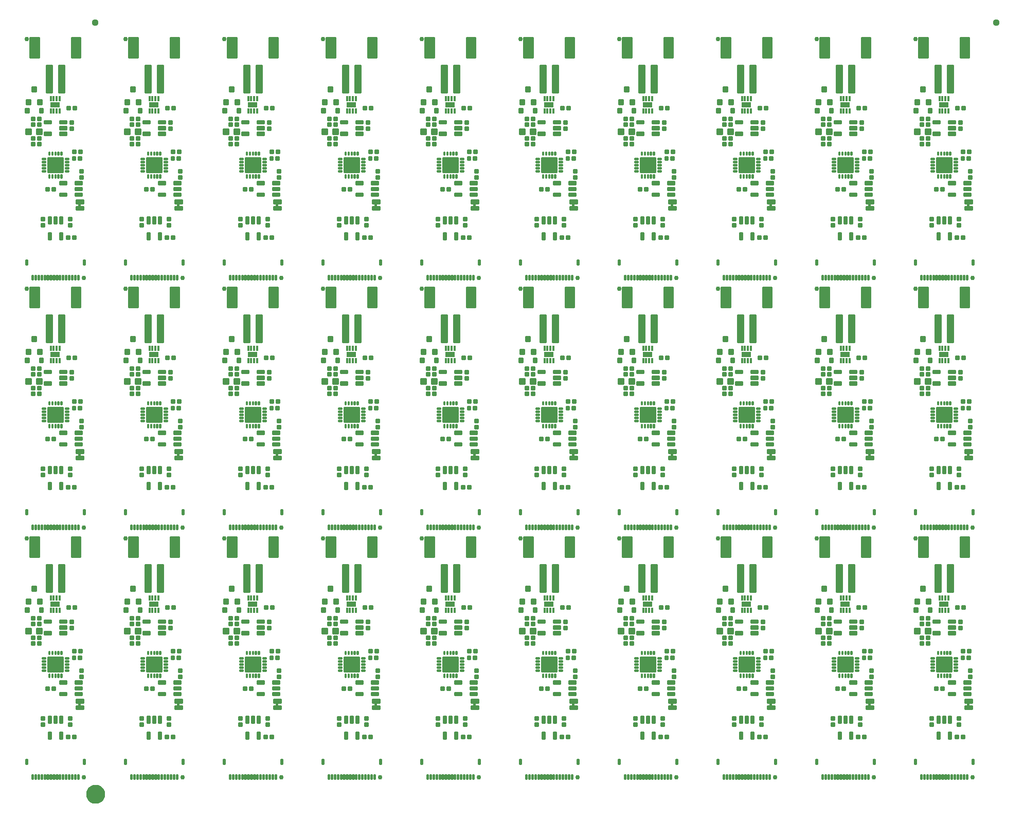
<source format=gts>
G04 EAGLE Gerber RS-274X export*
G75*
%MOMM*%
%FSLAX34Y34*%
%LPD*%
%INSoldermask Top*%
%IPPOS*%
%AMOC8*
5,1,8,0,0,1.08239X$1,22.5*%
G01*
%ADD10C,0.762000*%
%ADD11C,0.230578*%
%ADD12C,0.226609*%
%ADD13C,0.223409*%
%ADD14C,0.225369*%
%ADD15C,0.428259*%
%ADD16C,0.225400*%
%ADD17C,0.224509*%
%ADD18R,0.440000X0.840000*%
%ADD19R,1.520000X0.940000*%
%ADD20C,0.227100*%
%ADD21C,0.231750*%
%ADD22C,0.228344*%
%ADD23C,0.236428*%
%ADD24C,0.229969*%
%ADD25C,1.127000*%
%ADD26C,1.270000*%
%ADD27C,1.627000*%

G36*
X744920Y947432D02*
X744920Y947432D01*
X744986Y947434D01*
X745029Y947452D01*
X745076Y947460D01*
X745133Y947494D01*
X745193Y947519D01*
X745228Y947550D01*
X745269Y947575D01*
X745311Y947626D01*
X745359Y947670D01*
X745381Y947712D01*
X745410Y947749D01*
X745431Y947811D01*
X745462Y947870D01*
X745470Y947924D01*
X745482Y947961D01*
X745481Y948001D01*
X745489Y948055D01*
X745489Y951865D01*
X745478Y951930D01*
X745476Y951996D01*
X745458Y952039D01*
X745450Y952086D01*
X745416Y952143D01*
X745391Y952203D01*
X745360Y952238D01*
X745335Y952279D01*
X745284Y952321D01*
X745240Y952369D01*
X745198Y952391D01*
X745161Y952420D01*
X745099Y952441D01*
X745040Y952472D01*
X744986Y952480D01*
X744949Y952492D01*
X744909Y952491D01*
X744855Y952499D01*
X742315Y952499D01*
X742250Y952488D01*
X742184Y952486D01*
X742141Y952468D01*
X742094Y952460D01*
X742037Y952426D01*
X741977Y952401D01*
X741942Y952370D01*
X741901Y952345D01*
X741860Y952294D01*
X741811Y952250D01*
X741789Y952208D01*
X741760Y952171D01*
X741739Y952109D01*
X741708Y952050D01*
X741700Y951996D01*
X741688Y951959D01*
X741688Y951955D01*
X741688Y951954D01*
X741689Y951919D01*
X741681Y951865D01*
X741681Y948055D01*
X741692Y947990D01*
X741694Y947924D01*
X741712Y947881D01*
X741720Y947834D01*
X741754Y947777D01*
X741779Y947717D01*
X741810Y947682D01*
X741835Y947641D01*
X741886Y947600D01*
X741930Y947551D01*
X741972Y947529D01*
X742009Y947500D01*
X742071Y947479D01*
X742130Y947448D01*
X742184Y947440D01*
X742221Y947428D01*
X742261Y947429D01*
X742315Y947421D01*
X744855Y947421D01*
X744920Y947432D01*
G37*
G36*
X1232600Y947432D02*
X1232600Y947432D01*
X1232666Y947434D01*
X1232709Y947452D01*
X1232756Y947460D01*
X1232813Y947494D01*
X1232873Y947519D01*
X1232908Y947550D01*
X1232949Y947575D01*
X1232991Y947626D01*
X1233039Y947670D01*
X1233061Y947712D01*
X1233090Y947749D01*
X1233111Y947811D01*
X1233142Y947870D01*
X1233150Y947924D01*
X1233162Y947961D01*
X1233161Y948001D01*
X1233169Y948055D01*
X1233169Y951865D01*
X1233158Y951930D01*
X1233156Y951996D01*
X1233138Y952039D01*
X1233130Y952086D01*
X1233096Y952143D01*
X1233071Y952203D01*
X1233040Y952238D01*
X1233015Y952279D01*
X1232964Y952321D01*
X1232920Y952369D01*
X1232878Y952391D01*
X1232841Y952420D01*
X1232779Y952441D01*
X1232720Y952472D01*
X1232666Y952480D01*
X1232629Y952492D01*
X1232589Y952491D01*
X1232535Y952499D01*
X1229995Y952499D01*
X1229930Y952488D01*
X1229864Y952486D01*
X1229821Y952468D01*
X1229774Y952460D01*
X1229717Y952426D01*
X1229657Y952401D01*
X1229622Y952370D01*
X1229581Y952345D01*
X1229540Y952294D01*
X1229491Y952250D01*
X1229469Y952208D01*
X1229440Y952171D01*
X1229419Y952109D01*
X1229388Y952050D01*
X1229380Y951996D01*
X1229368Y951959D01*
X1229368Y951955D01*
X1229368Y951954D01*
X1229369Y951919D01*
X1229361Y951865D01*
X1229361Y948055D01*
X1229372Y947990D01*
X1229374Y947924D01*
X1229392Y947881D01*
X1229400Y947834D01*
X1229434Y947777D01*
X1229459Y947717D01*
X1229490Y947682D01*
X1229515Y947641D01*
X1229566Y947600D01*
X1229610Y947551D01*
X1229652Y947529D01*
X1229689Y947500D01*
X1229751Y947479D01*
X1229810Y947448D01*
X1229864Y947440D01*
X1229901Y947428D01*
X1229941Y947429D01*
X1229995Y947421D01*
X1232535Y947421D01*
X1232600Y947432D01*
G37*
G36*
X257240Y947432D02*
X257240Y947432D01*
X257306Y947434D01*
X257349Y947452D01*
X257396Y947460D01*
X257453Y947494D01*
X257513Y947519D01*
X257548Y947550D01*
X257589Y947575D01*
X257631Y947626D01*
X257679Y947670D01*
X257701Y947712D01*
X257730Y947749D01*
X257751Y947811D01*
X257782Y947870D01*
X257790Y947924D01*
X257802Y947961D01*
X257801Y948001D01*
X257809Y948055D01*
X257809Y951865D01*
X257798Y951930D01*
X257796Y951996D01*
X257778Y952039D01*
X257770Y952086D01*
X257736Y952143D01*
X257711Y952203D01*
X257680Y952238D01*
X257655Y952279D01*
X257604Y952321D01*
X257560Y952369D01*
X257518Y952391D01*
X257481Y952420D01*
X257419Y952441D01*
X257360Y952472D01*
X257306Y952480D01*
X257269Y952492D01*
X257229Y952491D01*
X257175Y952499D01*
X254635Y952499D01*
X254570Y952488D01*
X254504Y952486D01*
X254461Y952468D01*
X254414Y952460D01*
X254357Y952426D01*
X254297Y952401D01*
X254262Y952370D01*
X254221Y952345D01*
X254180Y952294D01*
X254131Y952250D01*
X254109Y952208D01*
X254080Y952171D01*
X254059Y952109D01*
X254028Y952050D01*
X254020Y951996D01*
X254008Y951959D01*
X254008Y951955D01*
X254008Y951954D01*
X254009Y951919D01*
X254001Y951865D01*
X254001Y948055D01*
X254012Y947990D01*
X254014Y947924D01*
X254032Y947881D01*
X254040Y947834D01*
X254074Y947777D01*
X254099Y947717D01*
X254130Y947682D01*
X254155Y947641D01*
X254206Y947600D01*
X254250Y947551D01*
X254292Y947529D01*
X254329Y947500D01*
X254391Y947479D01*
X254450Y947448D01*
X254504Y947440D01*
X254541Y947428D01*
X254581Y947429D01*
X254635Y947421D01*
X257175Y947421D01*
X257240Y947432D01*
G37*
G36*
X1557720Y947432D02*
X1557720Y947432D01*
X1557786Y947434D01*
X1557829Y947452D01*
X1557876Y947460D01*
X1557933Y947494D01*
X1557993Y947519D01*
X1558028Y947550D01*
X1558069Y947575D01*
X1558111Y947626D01*
X1558159Y947670D01*
X1558181Y947712D01*
X1558210Y947749D01*
X1558231Y947811D01*
X1558262Y947870D01*
X1558270Y947924D01*
X1558282Y947961D01*
X1558281Y948001D01*
X1558289Y948055D01*
X1558289Y951865D01*
X1558278Y951930D01*
X1558276Y951996D01*
X1558258Y952039D01*
X1558250Y952086D01*
X1558216Y952143D01*
X1558191Y952203D01*
X1558160Y952238D01*
X1558135Y952279D01*
X1558084Y952321D01*
X1558040Y952369D01*
X1557998Y952391D01*
X1557961Y952420D01*
X1557899Y952441D01*
X1557840Y952472D01*
X1557786Y952480D01*
X1557749Y952492D01*
X1557709Y952491D01*
X1557655Y952499D01*
X1555115Y952499D01*
X1555050Y952488D01*
X1554984Y952486D01*
X1554941Y952468D01*
X1554894Y952460D01*
X1554837Y952426D01*
X1554777Y952401D01*
X1554742Y952370D01*
X1554701Y952345D01*
X1554660Y952294D01*
X1554611Y952250D01*
X1554589Y952208D01*
X1554560Y952171D01*
X1554539Y952109D01*
X1554508Y952050D01*
X1554500Y951996D01*
X1554488Y951959D01*
X1554488Y951955D01*
X1554488Y951954D01*
X1554489Y951919D01*
X1554481Y951865D01*
X1554481Y948055D01*
X1554492Y947990D01*
X1554494Y947924D01*
X1554512Y947881D01*
X1554520Y947834D01*
X1554554Y947777D01*
X1554579Y947717D01*
X1554610Y947682D01*
X1554635Y947641D01*
X1554686Y947600D01*
X1554730Y947551D01*
X1554772Y947529D01*
X1554809Y947500D01*
X1554871Y947479D01*
X1554930Y947448D01*
X1554984Y947440D01*
X1555021Y947428D01*
X1555061Y947429D01*
X1555115Y947421D01*
X1557655Y947421D01*
X1557720Y947432D01*
G37*
G36*
X1395160Y947432D02*
X1395160Y947432D01*
X1395226Y947434D01*
X1395269Y947452D01*
X1395316Y947460D01*
X1395373Y947494D01*
X1395433Y947519D01*
X1395468Y947550D01*
X1395509Y947575D01*
X1395551Y947626D01*
X1395599Y947670D01*
X1395621Y947712D01*
X1395650Y947749D01*
X1395671Y947811D01*
X1395702Y947870D01*
X1395710Y947924D01*
X1395722Y947961D01*
X1395721Y948001D01*
X1395729Y948055D01*
X1395729Y951865D01*
X1395718Y951930D01*
X1395716Y951996D01*
X1395698Y952039D01*
X1395690Y952086D01*
X1395656Y952143D01*
X1395631Y952203D01*
X1395600Y952238D01*
X1395575Y952279D01*
X1395524Y952321D01*
X1395480Y952369D01*
X1395438Y952391D01*
X1395401Y952420D01*
X1395339Y952441D01*
X1395280Y952472D01*
X1395226Y952480D01*
X1395189Y952492D01*
X1395149Y952491D01*
X1395095Y952499D01*
X1392555Y952499D01*
X1392490Y952488D01*
X1392424Y952486D01*
X1392381Y952468D01*
X1392334Y952460D01*
X1392277Y952426D01*
X1392217Y952401D01*
X1392182Y952370D01*
X1392141Y952345D01*
X1392100Y952294D01*
X1392051Y952250D01*
X1392029Y952208D01*
X1392000Y952171D01*
X1391979Y952109D01*
X1391948Y952050D01*
X1391940Y951996D01*
X1391928Y951959D01*
X1391928Y951955D01*
X1391928Y951954D01*
X1391929Y951919D01*
X1391921Y951865D01*
X1391921Y948055D01*
X1391932Y947990D01*
X1391934Y947924D01*
X1391952Y947881D01*
X1391960Y947834D01*
X1391994Y947777D01*
X1392019Y947717D01*
X1392050Y947682D01*
X1392075Y947641D01*
X1392126Y947600D01*
X1392170Y947551D01*
X1392212Y947529D01*
X1392249Y947500D01*
X1392311Y947479D01*
X1392370Y947448D01*
X1392424Y947440D01*
X1392461Y947428D01*
X1392501Y947429D01*
X1392555Y947421D01*
X1395095Y947421D01*
X1395160Y947432D01*
G37*
G36*
X94680Y947432D02*
X94680Y947432D01*
X94746Y947434D01*
X94789Y947452D01*
X94836Y947460D01*
X94893Y947494D01*
X94953Y947519D01*
X94988Y947550D01*
X95029Y947575D01*
X95071Y947626D01*
X95119Y947670D01*
X95141Y947712D01*
X95170Y947749D01*
X95191Y947811D01*
X95222Y947870D01*
X95230Y947924D01*
X95242Y947961D01*
X95241Y948001D01*
X95249Y948055D01*
X95249Y951865D01*
X95238Y951930D01*
X95236Y951996D01*
X95218Y952039D01*
X95210Y952086D01*
X95176Y952143D01*
X95151Y952203D01*
X95120Y952238D01*
X95095Y952279D01*
X95044Y952321D01*
X95000Y952369D01*
X94958Y952391D01*
X94921Y952420D01*
X94859Y952441D01*
X94800Y952472D01*
X94746Y952480D01*
X94709Y952492D01*
X94669Y952491D01*
X94615Y952499D01*
X92075Y952499D01*
X92010Y952488D01*
X91944Y952486D01*
X91901Y952468D01*
X91854Y952460D01*
X91797Y952426D01*
X91737Y952401D01*
X91702Y952370D01*
X91661Y952345D01*
X91620Y952294D01*
X91571Y952250D01*
X91549Y952208D01*
X91520Y952171D01*
X91499Y952109D01*
X91468Y952050D01*
X91460Y951996D01*
X91448Y951959D01*
X91448Y951955D01*
X91448Y951954D01*
X91449Y951919D01*
X91441Y951865D01*
X91441Y948055D01*
X91452Y947990D01*
X91454Y947924D01*
X91472Y947881D01*
X91480Y947834D01*
X91514Y947777D01*
X91539Y947717D01*
X91570Y947682D01*
X91595Y947641D01*
X91646Y947600D01*
X91690Y947551D01*
X91732Y947529D01*
X91769Y947500D01*
X91831Y947479D01*
X91890Y947448D01*
X91944Y947440D01*
X91981Y947428D01*
X92021Y947429D01*
X92075Y947421D01*
X94615Y947421D01*
X94680Y947432D01*
G37*
G36*
X582360Y947432D02*
X582360Y947432D01*
X582426Y947434D01*
X582469Y947452D01*
X582516Y947460D01*
X582573Y947494D01*
X582633Y947519D01*
X582668Y947550D01*
X582709Y947575D01*
X582751Y947626D01*
X582799Y947670D01*
X582821Y947712D01*
X582850Y947749D01*
X582871Y947811D01*
X582902Y947870D01*
X582910Y947924D01*
X582922Y947961D01*
X582921Y948001D01*
X582929Y948055D01*
X582929Y951865D01*
X582918Y951930D01*
X582916Y951996D01*
X582898Y952039D01*
X582890Y952086D01*
X582856Y952143D01*
X582831Y952203D01*
X582800Y952238D01*
X582775Y952279D01*
X582724Y952321D01*
X582680Y952369D01*
X582638Y952391D01*
X582601Y952420D01*
X582539Y952441D01*
X582480Y952472D01*
X582426Y952480D01*
X582389Y952492D01*
X582349Y952491D01*
X582295Y952499D01*
X579755Y952499D01*
X579690Y952488D01*
X579624Y952486D01*
X579581Y952468D01*
X579534Y952460D01*
X579477Y952426D01*
X579417Y952401D01*
X579382Y952370D01*
X579341Y952345D01*
X579300Y952294D01*
X579251Y952250D01*
X579229Y952208D01*
X579200Y952171D01*
X579179Y952109D01*
X579148Y952050D01*
X579140Y951996D01*
X579128Y951959D01*
X579128Y951955D01*
X579128Y951954D01*
X579129Y951919D01*
X579121Y951865D01*
X579121Y948055D01*
X579132Y947990D01*
X579134Y947924D01*
X579152Y947881D01*
X579160Y947834D01*
X579194Y947777D01*
X579219Y947717D01*
X579250Y947682D01*
X579275Y947641D01*
X579326Y947600D01*
X579370Y947551D01*
X579412Y947529D01*
X579449Y947500D01*
X579511Y947479D01*
X579570Y947448D01*
X579624Y947440D01*
X579661Y947428D01*
X579701Y947429D01*
X579755Y947421D01*
X582295Y947421D01*
X582360Y947432D01*
G37*
G36*
X419800Y947432D02*
X419800Y947432D01*
X419866Y947434D01*
X419909Y947452D01*
X419956Y947460D01*
X420013Y947494D01*
X420073Y947519D01*
X420108Y947550D01*
X420149Y947575D01*
X420191Y947626D01*
X420239Y947670D01*
X420261Y947712D01*
X420290Y947749D01*
X420311Y947811D01*
X420342Y947870D01*
X420350Y947924D01*
X420362Y947961D01*
X420361Y948001D01*
X420369Y948055D01*
X420369Y951865D01*
X420358Y951930D01*
X420356Y951996D01*
X420338Y952039D01*
X420330Y952086D01*
X420296Y952143D01*
X420271Y952203D01*
X420240Y952238D01*
X420215Y952279D01*
X420164Y952321D01*
X420120Y952369D01*
X420078Y952391D01*
X420041Y952420D01*
X419979Y952441D01*
X419920Y952472D01*
X419866Y952480D01*
X419829Y952492D01*
X419789Y952491D01*
X419735Y952499D01*
X417195Y952499D01*
X417130Y952488D01*
X417064Y952486D01*
X417021Y952468D01*
X416974Y952460D01*
X416917Y952426D01*
X416857Y952401D01*
X416822Y952370D01*
X416781Y952345D01*
X416740Y952294D01*
X416691Y952250D01*
X416669Y952208D01*
X416640Y952171D01*
X416619Y952109D01*
X416588Y952050D01*
X416580Y951996D01*
X416568Y951959D01*
X416568Y951955D01*
X416568Y951954D01*
X416569Y951919D01*
X416561Y951865D01*
X416561Y948055D01*
X416572Y947990D01*
X416574Y947924D01*
X416592Y947881D01*
X416600Y947834D01*
X416634Y947777D01*
X416659Y947717D01*
X416690Y947682D01*
X416715Y947641D01*
X416766Y947600D01*
X416810Y947551D01*
X416852Y947529D01*
X416889Y947500D01*
X416951Y947479D01*
X417010Y947448D01*
X417064Y947440D01*
X417101Y947428D01*
X417141Y947429D01*
X417195Y947421D01*
X419735Y947421D01*
X419800Y947432D01*
G37*
G36*
X1070040Y947432D02*
X1070040Y947432D01*
X1070106Y947434D01*
X1070149Y947452D01*
X1070196Y947460D01*
X1070253Y947494D01*
X1070313Y947519D01*
X1070348Y947550D01*
X1070389Y947575D01*
X1070431Y947626D01*
X1070479Y947670D01*
X1070501Y947712D01*
X1070530Y947749D01*
X1070551Y947811D01*
X1070582Y947870D01*
X1070590Y947924D01*
X1070602Y947961D01*
X1070601Y948001D01*
X1070609Y948055D01*
X1070609Y951865D01*
X1070598Y951930D01*
X1070596Y951996D01*
X1070578Y952039D01*
X1070570Y952086D01*
X1070536Y952143D01*
X1070511Y952203D01*
X1070480Y952238D01*
X1070455Y952279D01*
X1070404Y952321D01*
X1070360Y952369D01*
X1070318Y952391D01*
X1070281Y952420D01*
X1070219Y952441D01*
X1070160Y952472D01*
X1070106Y952480D01*
X1070069Y952492D01*
X1070029Y952491D01*
X1069975Y952499D01*
X1067435Y952499D01*
X1067370Y952488D01*
X1067304Y952486D01*
X1067261Y952468D01*
X1067214Y952460D01*
X1067157Y952426D01*
X1067097Y952401D01*
X1067062Y952370D01*
X1067021Y952345D01*
X1066980Y952294D01*
X1066931Y952250D01*
X1066909Y952208D01*
X1066880Y952171D01*
X1066859Y952109D01*
X1066828Y952050D01*
X1066820Y951996D01*
X1066808Y951959D01*
X1066808Y951955D01*
X1066808Y951954D01*
X1066809Y951919D01*
X1066801Y951865D01*
X1066801Y948055D01*
X1066812Y947990D01*
X1066814Y947924D01*
X1066832Y947881D01*
X1066840Y947834D01*
X1066874Y947777D01*
X1066899Y947717D01*
X1066930Y947682D01*
X1066955Y947641D01*
X1067006Y947600D01*
X1067050Y947551D01*
X1067092Y947529D01*
X1067129Y947500D01*
X1067191Y947479D01*
X1067250Y947448D01*
X1067304Y947440D01*
X1067341Y947428D01*
X1067381Y947429D01*
X1067435Y947421D01*
X1069975Y947421D01*
X1070040Y947432D01*
G37*
G36*
X907480Y947432D02*
X907480Y947432D01*
X907546Y947434D01*
X907589Y947452D01*
X907636Y947460D01*
X907693Y947494D01*
X907753Y947519D01*
X907788Y947550D01*
X907829Y947575D01*
X907871Y947626D01*
X907919Y947670D01*
X907941Y947712D01*
X907970Y947749D01*
X907991Y947811D01*
X908022Y947870D01*
X908030Y947924D01*
X908042Y947961D01*
X908041Y948001D01*
X908049Y948055D01*
X908049Y951865D01*
X908038Y951930D01*
X908036Y951996D01*
X908018Y952039D01*
X908010Y952086D01*
X907976Y952143D01*
X907951Y952203D01*
X907920Y952238D01*
X907895Y952279D01*
X907844Y952321D01*
X907800Y952369D01*
X907758Y952391D01*
X907721Y952420D01*
X907659Y952441D01*
X907600Y952472D01*
X907546Y952480D01*
X907509Y952492D01*
X907469Y952491D01*
X907415Y952499D01*
X904875Y952499D01*
X904810Y952488D01*
X904744Y952486D01*
X904701Y952468D01*
X904654Y952460D01*
X904597Y952426D01*
X904537Y952401D01*
X904502Y952370D01*
X904461Y952345D01*
X904420Y952294D01*
X904371Y952250D01*
X904349Y952208D01*
X904320Y952171D01*
X904299Y952109D01*
X904268Y952050D01*
X904260Y951996D01*
X904248Y951959D01*
X904248Y951955D01*
X904248Y951954D01*
X904249Y951919D01*
X904241Y951865D01*
X904241Y948055D01*
X904252Y947990D01*
X904254Y947924D01*
X904272Y947881D01*
X904280Y947834D01*
X904314Y947777D01*
X904339Y947717D01*
X904370Y947682D01*
X904395Y947641D01*
X904446Y947600D01*
X904490Y947551D01*
X904532Y947529D01*
X904569Y947500D01*
X904631Y947479D01*
X904690Y947448D01*
X904744Y947440D01*
X904781Y947428D01*
X904821Y947429D01*
X904875Y947421D01*
X907415Y947421D01*
X907480Y947432D01*
G37*
G36*
X744920Y535952D02*
X744920Y535952D01*
X744986Y535954D01*
X745029Y535972D01*
X745076Y535980D01*
X745133Y536014D01*
X745193Y536039D01*
X745228Y536070D01*
X745269Y536095D01*
X745311Y536146D01*
X745359Y536190D01*
X745381Y536232D01*
X745410Y536269D01*
X745431Y536331D01*
X745462Y536390D01*
X745470Y536444D01*
X745482Y536481D01*
X745481Y536521D01*
X745489Y536575D01*
X745489Y540385D01*
X745478Y540450D01*
X745476Y540516D01*
X745458Y540559D01*
X745450Y540606D01*
X745416Y540663D01*
X745391Y540723D01*
X745360Y540758D01*
X745335Y540799D01*
X745284Y540841D01*
X745240Y540889D01*
X745198Y540911D01*
X745161Y540940D01*
X745099Y540961D01*
X745040Y540992D01*
X744986Y541000D01*
X744949Y541012D01*
X744909Y541011D01*
X744855Y541019D01*
X742315Y541019D01*
X742250Y541008D01*
X742184Y541006D01*
X742141Y540988D01*
X742094Y540980D01*
X742037Y540946D01*
X741977Y540921D01*
X741942Y540890D01*
X741901Y540865D01*
X741860Y540814D01*
X741811Y540770D01*
X741789Y540728D01*
X741760Y540691D01*
X741739Y540629D01*
X741708Y540570D01*
X741700Y540516D01*
X741688Y540479D01*
X741688Y540475D01*
X741688Y540474D01*
X741689Y540439D01*
X741681Y540385D01*
X741681Y536575D01*
X741692Y536510D01*
X741694Y536444D01*
X741712Y536401D01*
X741720Y536354D01*
X741754Y536297D01*
X741779Y536237D01*
X741810Y536202D01*
X741835Y536161D01*
X741886Y536120D01*
X741930Y536071D01*
X741972Y536049D01*
X742009Y536020D01*
X742071Y535999D01*
X742130Y535968D01*
X742184Y535960D01*
X742221Y535948D01*
X742261Y535949D01*
X742315Y535941D01*
X744855Y535941D01*
X744920Y535952D01*
G37*
G36*
X907480Y535952D02*
X907480Y535952D01*
X907546Y535954D01*
X907589Y535972D01*
X907636Y535980D01*
X907693Y536014D01*
X907753Y536039D01*
X907788Y536070D01*
X907829Y536095D01*
X907871Y536146D01*
X907919Y536190D01*
X907941Y536232D01*
X907970Y536269D01*
X907991Y536331D01*
X908022Y536390D01*
X908030Y536444D01*
X908042Y536481D01*
X908041Y536521D01*
X908049Y536575D01*
X908049Y540385D01*
X908038Y540450D01*
X908036Y540516D01*
X908018Y540559D01*
X908010Y540606D01*
X907976Y540663D01*
X907951Y540723D01*
X907920Y540758D01*
X907895Y540799D01*
X907844Y540841D01*
X907800Y540889D01*
X907758Y540911D01*
X907721Y540940D01*
X907659Y540961D01*
X907600Y540992D01*
X907546Y541000D01*
X907509Y541012D01*
X907469Y541011D01*
X907415Y541019D01*
X904875Y541019D01*
X904810Y541008D01*
X904744Y541006D01*
X904701Y540988D01*
X904654Y540980D01*
X904597Y540946D01*
X904537Y540921D01*
X904502Y540890D01*
X904461Y540865D01*
X904420Y540814D01*
X904371Y540770D01*
X904349Y540728D01*
X904320Y540691D01*
X904299Y540629D01*
X904268Y540570D01*
X904260Y540516D01*
X904248Y540479D01*
X904248Y540475D01*
X904248Y540474D01*
X904249Y540439D01*
X904241Y540385D01*
X904241Y536575D01*
X904252Y536510D01*
X904254Y536444D01*
X904272Y536401D01*
X904280Y536354D01*
X904314Y536297D01*
X904339Y536237D01*
X904370Y536202D01*
X904395Y536161D01*
X904446Y536120D01*
X904490Y536071D01*
X904532Y536049D01*
X904569Y536020D01*
X904631Y535999D01*
X904690Y535968D01*
X904744Y535960D01*
X904781Y535948D01*
X904821Y535949D01*
X904875Y535941D01*
X907415Y535941D01*
X907480Y535952D01*
G37*
G36*
X94680Y535952D02*
X94680Y535952D01*
X94746Y535954D01*
X94789Y535972D01*
X94836Y535980D01*
X94893Y536014D01*
X94953Y536039D01*
X94988Y536070D01*
X95029Y536095D01*
X95071Y536146D01*
X95119Y536190D01*
X95141Y536232D01*
X95170Y536269D01*
X95191Y536331D01*
X95222Y536390D01*
X95230Y536444D01*
X95242Y536481D01*
X95241Y536521D01*
X95249Y536575D01*
X95249Y540385D01*
X95238Y540450D01*
X95236Y540516D01*
X95218Y540559D01*
X95210Y540606D01*
X95176Y540663D01*
X95151Y540723D01*
X95120Y540758D01*
X95095Y540799D01*
X95044Y540841D01*
X95000Y540889D01*
X94958Y540911D01*
X94921Y540940D01*
X94859Y540961D01*
X94800Y540992D01*
X94746Y541000D01*
X94709Y541012D01*
X94669Y541011D01*
X94615Y541019D01*
X92075Y541019D01*
X92010Y541008D01*
X91944Y541006D01*
X91901Y540988D01*
X91854Y540980D01*
X91797Y540946D01*
X91737Y540921D01*
X91702Y540890D01*
X91661Y540865D01*
X91620Y540814D01*
X91571Y540770D01*
X91549Y540728D01*
X91520Y540691D01*
X91499Y540629D01*
X91468Y540570D01*
X91460Y540516D01*
X91448Y540479D01*
X91448Y540475D01*
X91448Y540474D01*
X91449Y540439D01*
X91441Y540385D01*
X91441Y536575D01*
X91452Y536510D01*
X91454Y536444D01*
X91472Y536401D01*
X91480Y536354D01*
X91514Y536297D01*
X91539Y536237D01*
X91570Y536202D01*
X91595Y536161D01*
X91646Y536120D01*
X91690Y536071D01*
X91732Y536049D01*
X91769Y536020D01*
X91831Y535999D01*
X91890Y535968D01*
X91944Y535960D01*
X91981Y535948D01*
X92021Y535949D01*
X92075Y535941D01*
X94615Y535941D01*
X94680Y535952D01*
G37*
G36*
X1070040Y535952D02*
X1070040Y535952D01*
X1070106Y535954D01*
X1070149Y535972D01*
X1070196Y535980D01*
X1070253Y536014D01*
X1070313Y536039D01*
X1070348Y536070D01*
X1070389Y536095D01*
X1070431Y536146D01*
X1070479Y536190D01*
X1070501Y536232D01*
X1070530Y536269D01*
X1070551Y536331D01*
X1070582Y536390D01*
X1070590Y536444D01*
X1070602Y536481D01*
X1070601Y536521D01*
X1070609Y536575D01*
X1070609Y540385D01*
X1070598Y540450D01*
X1070596Y540516D01*
X1070578Y540559D01*
X1070570Y540606D01*
X1070536Y540663D01*
X1070511Y540723D01*
X1070480Y540758D01*
X1070455Y540799D01*
X1070404Y540841D01*
X1070360Y540889D01*
X1070318Y540911D01*
X1070281Y540940D01*
X1070219Y540961D01*
X1070160Y540992D01*
X1070106Y541000D01*
X1070069Y541012D01*
X1070029Y541011D01*
X1069975Y541019D01*
X1067435Y541019D01*
X1067370Y541008D01*
X1067304Y541006D01*
X1067261Y540988D01*
X1067214Y540980D01*
X1067157Y540946D01*
X1067097Y540921D01*
X1067062Y540890D01*
X1067021Y540865D01*
X1066980Y540814D01*
X1066931Y540770D01*
X1066909Y540728D01*
X1066880Y540691D01*
X1066859Y540629D01*
X1066828Y540570D01*
X1066820Y540516D01*
X1066808Y540479D01*
X1066808Y540475D01*
X1066808Y540474D01*
X1066809Y540439D01*
X1066801Y540385D01*
X1066801Y536575D01*
X1066812Y536510D01*
X1066814Y536444D01*
X1066832Y536401D01*
X1066840Y536354D01*
X1066874Y536297D01*
X1066899Y536237D01*
X1066930Y536202D01*
X1066955Y536161D01*
X1067006Y536120D01*
X1067050Y536071D01*
X1067092Y536049D01*
X1067129Y536020D01*
X1067191Y535999D01*
X1067250Y535968D01*
X1067304Y535960D01*
X1067341Y535948D01*
X1067381Y535949D01*
X1067435Y535941D01*
X1069975Y535941D01*
X1070040Y535952D01*
G37*
G36*
X257240Y535952D02*
X257240Y535952D01*
X257306Y535954D01*
X257349Y535972D01*
X257396Y535980D01*
X257453Y536014D01*
X257513Y536039D01*
X257548Y536070D01*
X257589Y536095D01*
X257631Y536146D01*
X257679Y536190D01*
X257701Y536232D01*
X257730Y536269D01*
X257751Y536331D01*
X257782Y536390D01*
X257790Y536444D01*
X257802Y536481D01*
X257801Y536521D01*
X257809Y536575D01*
X257809Y540385D01*
X257798Y540450D01*
X257796Y540516D01*
X257778Y540559D01*
X257770Y540606D01*
X257736Y540663D01*
X257711Y540723D01*
X257680Y540758D01*
X257655Y540799D01*
X257604Y540841D01*
X257560Y540889D01*
X257518Y540911D01*
X257481Y540940D01*
X257419Y540961D01*
X257360Y540992D01*
X257306Y541000D01*
X257269Y541012D01*
X257229Y541011D01*
X257175Y541019D01*
X254635Y541019D01*
X254570Y541008D01*
X254504Y541006D01*
X254461Y540988D01*
X254414Y540980D01*
X254357Y540946D01*
X254297Y540921D01*
X254262Y540890D01*
X254221Y540865D01*
X254180Y540814D01*
X254131Y540770D01*
X254109Y540728D01*
X254080Y540691D01*
X254059Y540629D01*
X254028Y540570D01*
X254020Y540516D01*
X254008Y540479D01*
X254008Y540475D01*
X254008Y540474D01*
X254009Y540439D01*
X254001Y540385D01*
X254001Y536575D01*
X254012Y536510D01*
X254014Y536444D01*
X254032Y536401D01*
X254040Y536354D01*
X254074Y536297D01*
X254099Y536237D01*
X254130Y536202D01*
X254155Y536161D01*
X254206Y536120D01*
X254250Y536071D01*
X254292Y536049D01*
X254329Y536020D01*
X254391Y535999D01*
X254450Y535968D01*
X254504Y535960D01*
X254541Y535948D01*
X254581Y535949D01*
X254635Y535941D01*
X257175Y535941D01*
X257240Y535952D01*
G37*
G36*
X419800Y535952D02*
X419800Y535952D01*
X419866Y535954D01*
X419909Y535972D01*
X419956Y535980D01*
X420013Y536014D01*
X420073Y536039D01*
X420108Y536070D01*
X420149Y536095D01*
X420191Y536146D01*
X420239Y536190D01*
X420261Y536232D01*
X420290Y536269D01*
X420311Y536331D01*
X420342Y536390D01*
X420350Y536444D01*
X420362Y536481D01*
X420361Y536521D01*
X420369Y536575D01*
X420369Y540385D01*
X420358Y540450D01*
X420356Y540516D01*
X420338Y540559D01*
X420330Y540606D01*
X420296Y540663D01*
X420271Y540723D01*
X420240Y540758D01*
X420215Y540799D01*
X420164Y540841D01*
X420120Y540889D01*
X420078Y540911D01*
X420041Y540940D01*
X419979Y540961D01*
X419920Y540992D01*
X419866Y541000D01*
X419829Y541012D01*
X419789Y541011D01*
X419735Y541019D01*
X417195Y541019D01*
X417130Y541008D01*
X417064Y541006D01*
X417021Y540988D01*
X416974Y540980D01*
X416917Y540946D01*
X416857Y540921D01*
X416822Y540890D01*
X416781Y540865D01*
X416740Y540814D01*
X416691Y540770D01*
X416669Y540728D01*
X416640Y540691D01*
X416619Y540629D01*
X416588Y540570D01*
X416580Y540516D01*
X416568Y540479D01*
X416568Y540475D01*
X416568Y540474D01*
X416569Y540439D01*
X416561Y540385D01*
X416561Y536575D01*
X416572Y536510D01*
X416574Y536444D01*
X416592Y536401D01*
X416600Y536354D01*
X416634Y536297D01*
X416659Y536237D01*
X416690Y536202D01*
X416715Y536161D01*
X416766Y536120D01*
X416810Y536071D01*
X416852Y536049D01*
X416889Y536020D01*
X416951Y535999D01*
X417010Y535968D01*
X417064Y535960D01*
X417101Y535948D01*
X417141Y535949D01*
X417195Y535941D01*
X419735Y535941D01*
X419800Y535952D01*
G37*
G36*
X1232600Y535952D02*
X1232600Y535952D01*
X1232666Y535954D01*
X1232709Y535972D01*
X1232756Y535980D01*
X1232813Y536014D01*
X1232873Y536039D01*
X1232908Y536070D01*
X1232949Y536095D01*
X1232991Y536146D01*
X1233039Y536190D01*
X1233061Y536232D01*
X1233090Y536269D01*
X1233111Y536331D01*
X1233142Y536390D01*
X1233150Y536444D01*
X1233162Y536481D01*
X1233161Y536521D01*
X1233169Y536575D01*
X1233169Y540385D01*
X1233158Y540450D01*
X1233156Y540516D01*
X1233138Y540559D01*
X1233130Y540606D01*
X1233096Y540663D01*
X1233071Y540723D01*
X1233040Y540758D01*
X1233015Y540799D01*
X1232964Y540841D01*
X1232920Y540889D01*
X1232878Y540911D01*
X1232841Y540940D01*
X1232779Y540961D01*
X1232720Y540992D01*
X1232666Y541000D01*
X1232629Y541012D01*
X1232589Y541011D01*
X1232535Y541019D01*
X1229995Y541019D01*
X1229930Y541008D01*
X1229864Y541006D01*
X1229821Y540988D01*
X1229774Y540980D01*
X1229717Y540946D01*
X1229657Y540921D01*
X1229622Y540890D01*
X1229581Y540865D01*
X1229540Y540814D01*
X1229491Y540770D01*
X1229469Y540728D01*
X1229440Y540691D01*
X1229419Y540629D01*
X1229388Y540570D01*
X1229380Y540516D01*
X1229368Y540479D01*
X1229368Y540475D01*
X1229368Y540474D01*
X1229369Y540439D01*
X1229361Y540385D01*
X1229361Y536575D01*
X1229372Y536510D01*
X1229374Y536444D01*
X1229392Y536401D01*
X1229400Y536354D01*
X1229434Y536297D01*
X1229459Y536237D01*
X1229490Y536202D01*
X1229515Y536161D01*
X1229566Y536120D01*
X1229610Y536071D01*
X1229652Y536049D01*
X1229689Y536020D01*
X1229751Y535999D01*
X1229810Y535968D01*
X1229864Y535960D01*
X1229901Y535948D01*
X1229941Y535949D01*
X1229995Y535941D01*
X1232535Y535941D01*
X1232600Y535952D01*
G37*
G36*
X1395160Y535952D02*
X1395160Y535952D01*
X1395226Y535954D01*
X1395269Y535972D01*
X1395316Y535980D01*
X1395373Y536014D01*
X1395433Y536039D01*
X1395468Y536070D01*
X1395509Y536095D01*
X1395551Y536146D01*
X1395599Y536190D01*
X1395621Y536232D01*
X1395650Y536269D01*
X1395671Y536331D01*
X1395702Y536390D01*
X1395710Y536444D01*
X1395722Y536481D01*
X1395721Y536521D01*
X1395729Y536575D01*
X1395729Y540385D01*
X1395718Y540450D01*
X1395716Y540516D01*
X1395698Y540559D01*
X1395690Y540606D01*
X1395656Y540663D01*
X1395631Y540723D01*
X1395600Y540758D01*
X1395575Y540799D01*
X1395524Y540841D01*
X1395480Y540889D01*
X1395438Y540911D01*
X1395401Y540940D01*
X1395339Y540961D01*
X1395280Y540992D01*
X1395226Y541000D01*
X1395189Y541012D01*
X1395149Y541011D01*
X1395095Y541019D01*
X1392555Y541019D01*
X1392490Y541008D01*
X1392424Y541006D01*
X1392381Y540988D01*
X1392334Y540980D01*
X1392277Y540946D01*
X1392217Y540921D01*
X1392182Y540890D01*
X1392141Y540865D01*
X1392100Y540814D01*
X1392051Y540770D01*
X1392029Y540728D01*
X1392000Y540691D01*
X1391979Y540629D01*
X1391948Y540570D01*
X1391940Y540516D01*
X1391928Y540479D01*
X1391928Y540475D01*
X1391928Y540474D01*
X1391929Y540439D01*
X1391921Y540385D01*
X1391921Y536575D01*
X1391932Y536510D01*
X1391934Y536444D01*
X1391952Y536401D01*
X1391960Y536354D01*
X1391994Y536297D01*
X1392019Y536237D01*
X1392050Y536202D01*
X1392075Y536161D01*
X1392126Y536120D01*
X1392170Y536071D01*
X1392212Y536049D01*
X1392249Y536020D01*
X1392311Y535999D01*
X1392370Y535968D01*
X1392424Y535960D01*
X1392461Y535948D01*
X1392501Y535949D01*
X1392555Y535941D01*
X1395095Y535941D01*
X1395160Y535952D01*
G37*
G36*
X582360Y535952D02*
X582360Y535952D01*
X582426Y535954D01*
X582469Y535972D01*
X582516Y535980D01*
X582573Y536014D01*
X582633Y536039D01*
X582668Y536070D01*
X582709Y536095D01*
X582751Y536146D01*
X582799Y536190D01*
X582821Y536232D01*
X582850Y536269D01*
X582871Y536331D01*
X582902Y536390D01*
X582910Y536444D01*
X582922Y536481D01*
X582921Y536521D01*
X582929Y536575D01*
X582929Y540385D01*
X582918Y540450D01*
X582916Y540516D01*
X582898Y540559D01*
X582890Y540606D01*
X582856Y540663D01*
X582831Y540723D01*
X582800Y540758D01*
X582775Y540799D01*
X582724Y540841D01*
X582680Y540889D01*
X582638Y540911D01*
X582601Y540940D01*
X582539Y540961D01*
X582480Y540992D01*
X582426Y541000D01*
X582389Y541012D01*
X582349Y541011D01*
X582295Y541019D01*
X579755Y541019D01*
X579690Y541008D01*
X579624Y541006D01*
X579581Y540988D01*
X579534Y540980D01*
X579477Y540946D01*
X579417Y540921D01*
X579382Y540890D01*
X579341Y540865D01*
X579300Y540814D01*
X579251Y540770D01*
X579229Y540728D01*
X579200Y540691D01*
X579179Y540629D01*
X579148Y540570D01*
X579140Y540516D01*
X579128Y540479D01*
X579128Y540475D01*
X579128Y540474D01*
X579129Y540439D01*
X579121Y540385D01*
X579121Y536575D01*
X579132Y536510D01*
X579134Y536444D01*
X579152Y536401D01*
X579160Y536354D01*
X579194Y536297D01*
X579219Y536237D01*
X579250Y536202D01*
X579275Y536161D01*
X579326Y536120D01*
X579370Y536071D01*
X579412Y536049D01*
X579449Y536020D01*
X579511Y535999D01*
X579570Y535968D01*
X579624Y535960D01*
X579661Y535948D01*
X579701Y535949D01*
X579755Y535941D01*
X582295Y535941D01*
X582360Y535952D01*
G37*
G36*
X1557720Y535952D02*
X1557720Y535952D01*
X1557786Y535954D01*
X1557829Y535972D01*
X1557876Y535980D01*
X1557933Y536014D01*
X1557993Y536039D01*
X1558028Y536070D01*
X1558069Y536095D01*
X1558111Y536146D01*
X1558159Y536190D01*
X1558181Y536232D01*
X1558210Y536269D01*
X1558231Y536331D01*
X1558262Y536390D01*
X1558270Y536444D01*
X1558282Y536481D01*
X1558281Y536521D01*
X1558289Y536575D01*
X1558289Y540385D01*
X1558278Y540450D01*
X1558276Y540516D01*
X1558258Y540559D01*
X1558250Y540606D01*
X1558216Y540663D01*
X1558191Y540723D01*
X1558160Y540758D01*
X1558135Y540799D01*
X1558084Y540841D01*
X1558040Y540889D01*
X1557998Y540911D01*
X1557961Y540940D01*
X1557899Y540961D01*
X1557840Y540992D01*
X1557786Y541000D01*
X1557749Y541012D01*
X1557709Y541011D01*
X1557655Y541019D01*
X1555115Y541019D01*
X1555050Y541008D01*
X1554984Y541006D01*
X1554941Y540988D01*
X1554894Y540980D01*
X1554837Y540946D01*
X1554777Y540921D01*
X1554742Y540890D01*
X1554701Y540865D01*
X1554660Y540814D01*
X1554611Y540770D01*
X1554589Y540728D01*
X1554560Y540691D01*
X1554539Y540629D01*
X1554508Y540570D01*
X1554500Y540516D01*
X1554488Y540479D01*
X1554488Y540475D01*
X1554488Y540474D01*
X1554489Y540439D01*
X1554481Y540385D01*
X1554481Y536575D01*
X1554492Y536510D01*
X1554494Y536444D01*
X1554512Y536401D01*
X1554520Y536354D01*
X1554554Y536297D01*
X1554579Y536237D01*
X1554610Y536202D01*
X1554635Y536161D01*
X1554686Y536120D01*
X1554730Y536071D01*
X1554772Y536049D01*
X1554809Y536020D01*
X1554871Y535999D01*
X1554930Y535968D01*
X1554984Y535960D01*
X1555021Y535948D01*
X1555061Y535949D01*
X1555115Y535941D01*
X1557655Y535941D01*
X1557720Y535952D01*
G37*
G36*
X744920Y124472D02*
X744920Y124472D01*
X744986Y124474D01*
X745029Y124492D01*
X745076Y124500D01*
X745133Y124534D01*
X745193Y124559D01*
X745228Y124590D01*
X745269Y124615D01*
X745311Y124666D01*
X745359Y124710D01*
X745381Y124752D01*
X745410Y124789D01*
X745431Y124851D01*
X745462Y124910D01*
X745470Y124964D01*
X745482Y125001D01*
X745481Y125041D01*
X745489Y125095D01*
X745489Y128905D01*
X745478Y128970D01*
X745476Y129036D01*
X745458Y129079D01*
X745450Y129126D01*
X745416Y129183D01*
X745391Y129243D01*
X745360Y129278D01*
X745335Y129319D01*
X745284Y129361D01*
X745240Y129409D01*
X745198Y129431D01*
X745161Y129460D01*
X745099Y129481D01*
X745040Y129512D01*
X744986Y129520D01*
X744949Y129532D01*
X744909Y129531D01*
X744855Y129539D01*
X742315Y129539D01*
X742250Y129528D01*
X742184Y129526D01*
X742141Y129508D01*
X742094Y129500D01*
X742037Y129466D01*
X741977Y129441D01*
X741942Y129410D01*
X741901Y129385D01*
X741860Y129334D01*
X741811Y129290D01*
X741789Y129248D01*
X741760Y129211D01*
X741739Y129149D01*
X741708Y129090D01*
X741700Y129036D01*
X741688Y128999D01*
X741688Y128995D01*
X741688Y128994D01*
X741689Y128959D01*
X741681Y128905D01*
X741681Y125095D01*
X741692Y125030D01*
X741694Y124964D01*
X741712Y124921D01*
X741720Y124874D01*
X741754Y124817D01*
X741779Y124757D01*
X741810Y124722D01*
X741835Y124681D01*
X741886Y124640D01*
X741930Y124591D01*
X741972Y124569D01*
X742009Y124540D01*
X742071Y124519D01*
X742130Y124488D01*
X742184Y124480D01*
X742221Y124468D01*
X742261Y124469D01*
X742315Y124461D01*
X744855Y124461D01*
X744920Y124472D01*
G37*
G36*
X1232600Y124472D02*
X1232600Y124472D01*
X1232666Y124474D01*
X1232709Y124492D01*
X1232756Y124500D01*
X1232813Y124534D01*
X1232873Y124559D01*
X1232908Y124590D01*
X1232949Y124615D01*
X1232991Y124666D01*
X1233039Y124710D01*
X1233061Y124752D01*
X1233090Y124789D01*
X1233111Y124851D01*
X1233142Y124910D01*
X1233150Y124964D01*
X1233162Y125001D01*
X1233161Y125041D01*
X1233169Y125095D01*
X1233169Y128905D01*
X1233158Y128970D01*
X1233156Y129036D01*
X1233138Y129079D01*
X1233130Y129126D01*
X1233096Y129183D01*
X1233071Y129243D01*
X1233040Y129278D01*
X1233015Y129319D01*
X1232964Y129361D01*
X1232920Y129409D01*
X1232878Y129431D01*
X1232841Y129460D01*
X1232779Y129481D01*
X1232720Y129512D01*
X1232666Y129520D01*
X1232629Y129532D01*
X1232589Y129531D01*
X1232535Y129539D01*
X1229995Y129539D01*
X1229930Y129528D01*
X1229864Y129526D01*
X1229821Y129508D01*
X1229774Y129500D01*
X1229717Y129466D01*
X1229657Y129441D01*
X1229622Y129410D01*
X1229581Y129385D01*
X1229540Y129334D01*
X1229491Y129290D01*
X1229469Y129248D01*
X1229440Y129211D01*
X1229419Y129149D01*
X1229388Y129090D01*
X1229380Y129036D01*
X1229368Y128999D01*
X1229368Y128995D01*
X1229368Y128994D01*
X1229369Y128959D01*
X1229361Y128905D01*
X1229361Y125095D01*
X1229372Y125030D01*
X1229374Y124964D01*
X1229392Y124921D01*
X1229400Y124874D01*
X1229434Y124817D01*
X1229459Y124757D01*
X1229490Y124722D01*
X1229515Y124681D01*
X1229566Y124640D01*
X1229610Y124591D01*
X1229652Y124569D01*
X1229689Y124540D01*
X1229751Y124519D01*
X1229810Y124488D01*
X1229864Y124480D01*
X1229901Y124468D01*
X1229941Y124469D01*
X1229995Y124461D01*
X1232535Y124461D01*
X1232600Y124472D01*
G37*
G36*
X907480Y124472D02*
X907480Y124472D01*
X907546Y124474D01*
X907589Y124492D01*
X907636Y124500D01*
X907693Y124534D01*
X907753Y124559D01*
X907788Y124590D01*
X907829Y124615D01*
X907871Y124666D01*
X907919Y124710D01*
X907941Y124752D01*
X907970Y124789D01*
X907991Y124851D01*
X908022Y124910D01*
X908030Y124964D01*
X908042Y125001D01*
X908041Y125041D01*
X908049Y125095D01*
X908049Y128905D01*
X908038Y128970D01*
X908036Y129036D01*
X908018Y129079D01*
X908010Y129126D01*
X907976Y129183D01*
X907951Y129243D01*
X907920Y129278D01*
X907895Y129319D01*
X907844Y129361D01*
X907800Y129409D01*
X907758Y129431D01*
X907721Y129460D01*
X907659Y129481D01*
X907600Y129512D01*
X907546Y129520D01*
X907509Y129532D01*
X907469Y129531D01*
X907415Y129539D01*
X904875Y129539D01*
X904810Y129528D01*
X904744Y129526D01*
X904701Y129508D01*
X904654Y129500D01*
X904597Y129466D01*
X904537Y129441D01*
X904502Y129410D01*
X904461Y129385D01*
X904420Y129334D01*
X904371Y129290D01*
X904349Y129248D01*
X904320Y129211D01*
X904299Y129149D01*
X904268Y129090D01*
X904260Y129036D01*
X904248Y128999D01*
X904248Y128995D01*
X904248Y128994D01*
X904249Y128959D01*
X904241Y128905D01*
X904241Y125095D01*
X904252Y125030D01*
X904254Y124964D01*
X904272Y124921D01*
X904280Y124874D01*
X904314Y124817D01*
X904339Y124757D01*
X904370Y124722D01*
X904395Y124681D01*
X904446Y124640D01*
X904490Y124591D01*
X904532Y124569D01*
X904569Y124540D01*
X904631Y124519D01*
X904690Y124488D01*
X904744Y124480D01*
X904781Y124468D01*
X904821Y124469D01*
X904875Y124461D01*
X907415Y124461D01*
X907480Y124472D01*
G37*
G36*
X1557720Y124472D02*
X1557720Y124472D01*
X1557786Y124474D01*
X1557829Y124492D01*
X1557876Y124500D01*
X1557933Y124534D01*
X1557993Y124559D01*
X1558028Y124590D01*
X1558069Y124615D01*
X1558111Y124666D01*
X1558159Y124710D01*
X1558181Y124752D01*
X1558210Y124789D01*
X1558231Y124851D01*
X1558262Y124910D01*
X1558270Y124964D01*
X1558282Y125001D01*
X1558281Y125041D01*
X1558289Y125095D01*
X1558289Y128905D01*
X1558278Y128970D01*
X1558276Y129036D01*
X1558258Y129079D01*
X1558250Y129126D01*
X1558216Y129183D01*
X1558191Y129243D01*
X1558160Y129278D01*
X1558135Y129319D01*
X1558084Y129361D01*
X1558040Y129409D01*
X1557998Y129431D01*
X1557961Y129460D01*
X1557899Y129481D01*
X1557840Y129512D01*
X1557786Y129520D01*
X1557749Y129532D01*
X1557709Y129531D01*
X1557655Y129539D01*
X1555115Y129539D01*
X1555050Y129528D01*
X1554984Y129526D01*
X1554941Y129508D01*
X1554894Y129500D01*
X1554837Y129466D01*
X1554777Y129441D01*
X1554742Y129410D01*
X1554701Y129385D01*
X1554660Y129334D01*
X1554611Y129290D01*
X1554589Y129248D01*
X1554560Y129211D01*
X1554539Y129149D01*
X1554508Y129090D01*
X1554500Y129036D01*
X1554488Y128999D01*
X1554488Y128995D01*
X1554488Y128994D01*
X1554489Y128959D01*
X1554481Y128905D01*
X1554481Y125095D01*
X1554492Y125030D01*
X1554494Y124964D01*
X1554512Y124921D01*
X1554520Y124874D01*
X1554554Y124817D01*
X1554579Y124757D01*
X1554610Y124722D01*
X1554635Y124681D01*
X1554686Y124640D01*
X1554730Y124591D01*
X1554772Y124569D01*
X1554809Y124540D01*
X1554871Y124519D01*
X1554930Y124488D01*
X1554984Y124480D01*
X1555021Y124468D01*
X1555061Y124469D01*
X1555115Y124461D01*
X1557655Y124461D01*
X1557720Y124472D01*
G37*
G36*
X582360Y124472D02*
X582360Y124472D01*
X582426Y124474D01*
X582469Y124492D01*
X582516Y124500D01*
X582573Y124534D01*
X582633Y124559D01*
X582668Y124590D01*
X582709Y124615D01*
X582751Y124666D01*
X582799Y124710D01*
X582821Y124752D01*
X582850Y124789D01*
X582871Y124851D01*
X582902Y124910D01*
X582910Y124964D01*
X582922Y125001D01*
X582921Y125041D01*
X582929Y125095D01*
X582929Y128905D01*
X582918Y128970D01*
X582916Y129036D01*
X582898Y129079D01*
X582890Y129126D01*
X582856Y129183D01*
X582831Y129243D01*
X582800Y129278D01*
X582775Y129319D01*
X582724Y129361D01*
X582680Y129409D01*
X582638Y129431D01*
X582601Y129460D01*
X582539Y129481D01*
X582480Y129512D01*
X582426Y129520D01*
X582389Y129532D01*
X582349Y129531D01*
X582295Y129539D01*
X579755Y129539D01*
X579690Y129528D01*
X579624Y129526D01*
X579581Y129508D01*
X579534Y129500D01*
X579477Y129466D01*
X579417Y129441D01*
X579382Y129410D01*
X579341Y129385D01*
X579300Y129334D01*
X579251Y129290D01*
X579229Y129248D01*
X579200Y129211D01*
X579179Y129149D01*
X579148Y129090D01*
X579140Y129036D01*
X579128Y128999D01*
X579128Y128995D01*
X579128Y128994D01*
X579129Y128959D01*
X579121Y128905D01*
X579121Y125095D01*
X579132Y125030D01*
X579134Y124964D01*
X579152Y124921D01*
X579160Y124874D01*
X579194Y124817D01*
X579219Y124757D01*
X579250Y124722D01*
X579275Y124681D01*
X579326Y124640D01*
X579370Y124591D01*
X579412Y124569D01*
X579449Y124540D01*
X579511Y124519D01*
X579570Y124488D01*
X579624Y124480D01*
X579661Y124468D01*
X579701Y124469D01*
X579755Y124461D01*
X582295Y124461D01*
X582360Y124472D01*
G37*
G36*
X419800Y124472D02*
X419800Y124472D01*
X419866Y124474D01*
X419909Y124492D01*
X419956Y124500D01*
X420013Y124534D01*
X420073Y124559D01*
X420108Y124590D01*
X420149Y124615D01*
X420191Y124666D01*
X420239Y124710D01*
X420261Y124752D01*
X420290Y124789D01*
X420311Y124851D01*
X420342Y124910D01*
X420350Y124964D01*
X420362Y125001D01*
X420361Y125041D01*
X420369Y125095D01*
X420369Y128905D01*
X420358Y128970D01*
X420356Y129036D01*
X420338Y129079D01*
X420330Y129126D01*
X420296Y129183D01*
X420271Y129243D01*
X420240Y129278D01*
X420215Y129319D01*
X420164Y129361D01*
X420120Y129409D01*
X420078Y129431D01*
X420041Y129460D01*
X419979Y129481D01*
X419920Y129512D01*
X419866Y129520D01*
X419829Y129532D01*
X419789Y129531D01*
X419735Y129539D01*
X417195Y129539D01*
X417130Y129528D01*
X417064Y129526D01*
X417021Y129508D01*
X416974Y129500D01*
X416917Y129466D01*
X416857Y129441D01*
X416822Y129410D01*
X416781Y129385D01*
X416740Y129334D01*
X416691Y129290D01*
X416669Y129248D01*
X416640Y129211D01*
X416619Y129149D01*
X416588Y129090D01*
X416580Y129036D01*
X416568Y128999D01*
X416568Y128995D01*
X416568Y128994D01*
X416569Y128959D01*
X416561Y128905D01*
X416561Y125095D01*
X416572Y125030D01*
X416574Y124964D01*
X416592Y124921D01*
X416600Y124874D01*
X416634Y124817D01*
X416659Y124757D01*
X416690Y124722D01*
X416715Y124681D01*
X416766Y124640D01*
X416810Y124591D01*
X416852Y124569D01*
X416889Y124540D01*
X416951Y124519D01*
X417010Y124488D01*
X417064Y124480D01*
X417101Y124468D01*
X417141Y124469D01*
X417195Y124461D01*
X419735Y124461D01*
X419800Y124472D01*
G37*
G36*
X1395160Y124472D02*
X1395160Y124472D01*
X1395226Y124474D01*
X1395269Y124492D01*
X1395316Y124500D01*
X1395373Y124534D01*
X1395433Y124559D01*
X1395468Y124590D01*
X1395509Y124615D01*
X1395551Y124666D01*
X1395599Y124710D01*
X1395621Y124752D01*
X1395650Y124789D01*
X1395671Y124851D01*
X1395702Y124910D01*
X1395710Y124964D01*
X1395722Y125001D01*
X1395721Y125041D01*
X1395729Y125095D01*
X1395729Y128905D01*
X1395718Y128970D01*
X1395716Y129036D01*
X1395698Y129079D01*
X1395690Y129126D01*
X1395656Y129183D01*
X1395631Y129243D01*
X1395600Y129278D01*
X1395575Y129319D01*
X1395524Y129361D01*
X1395480Y129409D01*
X1395438Y129431D01*
X1395401Y129460D01*
X1395339Y129481D01*
X1395280Y129512D01*
X1395226Y129520D01*
X1395189Y129532D01*
X1395149Y129531D01*
X1395095Y129539D01*
X1392555Y129539D01*
X1392490Y129528D01*
X1392424Y129526D01*
X1392381Y129508D01*
X1392334Y129500D01*
X1392277Y129466D01*
X1392217Y129441D01*
X1392182Y129410D01*
X1392141Y129385D01*
X1392100Y129334D01*
X1392051Y129290D01*
X1392029Y129248D01*
X1392000Y129211D01*
X1391979Y129149D01*
X1391948Y129090D01*
X1391940Y129036D01*
X1391928Y128999D01*
X1391928Y128995D01*
X1391928Y128994D01*
X1391929Y128959D01*
X1391921Y128905D01*
X1391921Y125095D01*
X1391932Y125030D01*
X1391934Y124964D01*
X1391952Y124921D01*
X1391960Y124874D01*
X1391994Y124817D01*
X1392019Y124757D01*
X1392050Y124722D01*
X1392075Y124681D01*
X1392126Y124640D01*
X1392170Y124591D01*
X1392212Y124569D01*
X1392249Y124540D01*
X1392311Y124519D01*
X1392370Y124488D01*
X1392424Y124480D01*
X1392461Y124468D01*
X1392501Y124469D01*
X1392555Y124461D01*
X1395095Y124461D01*
X1395160Y124472D01*
G37*
G36*
X1070040Y124472D02*
X1070040Y124472D01*
X1070106Y124474D01*
X1070149Y124492D01*
X1070196Y124500D01*
X1070253Y124534D01*
X1070313Y124559D01*
X1070348Y124590D01*
X1070389Y124615D01*
X1070431Y124666D01*
X1070479Y124710D01*
X1070501Y124752D01*
X1070530Y124789D01*
X1070551Y124851D01*
X1070582Y124910D01*
X1070590Y124964D01*
X1070602Y125001D01*
X1070601Y125041D01*
X1070609Y125095D01*
X1070609Y128905D01*
X1070598Y128970D01*
X1070596Y129036D01*
X1070578Y129079D01*
X1070570Y129126D01*
X1070536Y129183D01*
X1070511Y129243D01*
X1070480Y129278D01*
X1070455Y129319D01*
X1070404Y129361D01*
X1070360Y129409D01*
X1070318Y129431D01*
X1070281Y129460D01*
X1070219Y129481D01*
X1070160Y129512D01*
X1070106Y129520D01*
X1070069Y129532D01*
X1070029Y129531D01*
X1069975Y129539D01*
X1067435Y129539D01*
X1067370Y129528D01*
X1067304Y129526D01*
X1067261Y129508D01*
X1067214Y129500D01*
X1067157Y129466D01*
X1067097Y129441D01*
X1067062Y129410D01*
X1067021Y129385D01*
X1066980Y129334D01*
X1066931Y129290D01*
X1066909Y129248D01*
X1066880Y129211D01*
X1066859Y129149D01*
X1066828Y129090D01*
X1066820Y129036D01*
X1066808Y128999D01*
X1066808Y128995D01*
X1066808Y128994D01*
X1066809Y128959D01*
X1066801Y128905D01*
X1066801Y125095D01*
X1066812Y125030D01*
X1066814Y124964D01*
X1066832Y124921D01*
X1066840Y124874D01*
X1066874Y124817D01*
X1066899Y124757D01*
X1066930Y124722D01*
X1066955Y124681D01*
X1067006Y124640D01*
X1067050Y124591D01*
X1067092Y124569D01*
X1067129Y124540D01*
X1067191Y124519D01*
X1067250Y124488D01*
X1067304Y124480D01*
X1067341Y124468D01*
X1067381Y124469D01*
X1067435Y124461D01*
X1069975Y124461D01*
X1070040Y124472D01*
G37*
G36*
X257240Y124472D02*
X257240Y124472D01*
X257306Y124474D01*
X257349Y124492D01*
X257396Y124500D01*
X257453Y124534D01*
X257513Y124559D01*
X257548Y124590D01*
X257589Y124615D01*
X257631Y124666D01*
X257679Y124710D01*
X257701Y124752D01*
X257730Y124789D01*
X257751Y124851D01*
X257782Y124910D01*
X257790Y124964D01*
X257802Y125001D01*
X257801Y125041D01*
X257809Y125095D01*
X257809Y128905D01*
X257798Y128970D01*
X257796Y129036D01*
X257778Y129079D01*
X257770Y129126D01*
X257736Y129183D01*
X257711Y129243D01*
X257680Y129278D01*
X257655Y129319D01*
X257604Y129361D01*
X257560Y129409D01*
X257518Y129431D01*
X257481Y129460D01*
X257419Y129481D01*
X257360Y129512D01*
X257306Y129520D01*
X257269Y129532D01*
X257229Y129531D01*
X257175Y129539D01*
X254635Y129539D01*
X254570Y129528D01*
X254504Y129526D01*
X254461Y129508D01*
X254414Y129500D01*
X254357Y129466D01*
X254297Y129441D01*
X254262Y129410D01*
X254221Y129385D01*
X254180Y129334D01*
X254131Y129290D01*
X254109Y129248D01*
X254080Y129211D01*
X254059Y129149D01*
X254028Y129090D01*
X254020Y129036D01*
X254008Y128999D01*
X254008Y128995D01*
X254008Y128994D01*
X254009Y128959D01*
X254001Y128905D01*
X254001Y125095D01*
X254012Y125030D01*
X254014Y124964D01*
X254032Y124921D01*
X254040Y124874D01*
X254074Y124817D01*
X254099Y124757D01*
X254130Y124722D01*
X254155Y124681D01*
X254206Y124640D01*
X254250Y124591D01*
X254292Y124569D01*
X254329Y124540D01*
X254391Y124519D01*
X254450Y124488D01*
X254504Y124480D01*
X254541Y124468D01*
X254581Y124469D01*
X254635Y124461D01*
X257175Y124461D01*
X257240Y124472D01*
G37*
G36*
X94680Y124472D02*
X94680Y124472D01*
X94746Y124474D01*
X94789Y124492D01*
X94836Y124500D01*
X94893Y124534D01*
X94953Y124559D01*
X94988Y124590D01*
X95029Y124615D01*
X95071Y124666D01*
X95119Y124710D01*
X95141Y124752D01*
X95170Y124789D01*
X95191Y124851D01*
X95222Y124910D01*
X95230Y124964D01*
X95242Y125001D01*
X95241Y125041D01*
X95249Y125095D01*
X95249Y128905D01*
X95238Y128970D01*
X95236Y129036D01*
X95218Y129079D01*
X95210Y129126D01*
X95176Y129183D01*
X95151Y129243D01*
X95120Y129278D01*
X95095Y129319D01*
X95044Y129361D01*
X95000Y129409D01*
X94958Y129431D01*
X94921Y129460D01*
X94859Y129481D01*
X94800Y129512D01*
X94746Y129520D01*
X94709Y129532D01*
X94669Y129531D01*
X94615Y129539D01*
X92075Y129539D01*
X92010Y129528D01*
X91944Y129526D01*
X91901Y129508D01*
X91854Y129500D01*
X91797Y129466D01*
X91737Y129441D01*
X91702Y129410D01*
X91661Y129385D01*
X91620Y129334D01*
X91571Y129290D01*
X91549Y129248D01*
X91520Y129211D01*
X91499Y129149D01*
X91468Y129090D01*
X91460Y129036D01*
X91448Y128999D01*
X91448Y128995D01*
X91448Y128994D01*
X91449Y128959D01*
X91441Y128905D01*
X91441Y125095D01*
X91452Y125030D01*
X91454Y124964D01*
X91472Y124921D01*
X91480Y124874D01*
X91514Y124817D01*
X91539Y124757D01*
X91570Y124722D01*
X91595Y124681D01*
X91646Y124640D01*
X91690Y124591D01*
X91732Y124569D01*
X91769Y124540D01*
X91831Y124519D01*
X91890Y124488D01*
X91944Y124480D01*
X91981Y124468D01*
X92021Y124469D01*
X92075Y124461D01*
X94615Y124461D01*
X94680Y124472D01*
G37*
D10*
X6350Y400050D03*
X100330Y6350D03*
D11*
X91822Y10937D02*
X89858Y10937D01*
X91822Y10937D02*
X91822Y3973D01*
X89858Y3973D01*
X89858Y10937D01*
X89858Y6164D02*
X91822Y6164D01*
X91822Y8355D02*
X89858Y8355D01*
X89858Y10546D02*
X91822Y10546D01*
X86822Y10937D02*
X84858Y10937D01*
X86822Y10937D02*
X86822Y3973D01*
X84858Y3973D01*
X84858Y10937D01*
X84858Y6164D02*
X86822Y6164D01*
X86822Y8355D02*
X84858Y8355D01*
X84858Y10546D02*
X86822Y10546D01*
D12*
X99338Y35957D02*
X102342Y35957D01*
X102342Y28953D01*
X99338Y28953D01*
X99338Y35957D01*
X99338Y31106D02*
X102342Y31106D01*
X102342Y33259D02*
X99338Y33259D01*
X99338Y35412D02*
X102342Y35412D01*
X7342Y35957D02*
X4338Y35957D01*
X7342Y35957D02*
X7342Y28953D01*
X4338Y28953D01*
X4338Y35957D01*
X4338Y31106D02*
X7342Y31106D01*
X7342Y33259D02*
X4338Y33259D01*
X4338Y35412D02*
X7342Y35412D01*
D11*
X79858Y10937D02*
X81822Y10937D01*
X81822Y3973D01*
X79858Y3973D01*
X79858Y10937D01*
X79858Y6164D02*
X81822Y6164D01*
X81822Y8355D02*
X79858Y8355D01*
X79858Y10546D02*
X81822Y10546D01*
X76822Y10937D02*
X74858Y10937D01*
X76822Y10937D02*
X76822Y3973D01*
X74858Y3973D01*
X74858Y10937D01*
X74858Y6164D02*
X76822Y6164D01*
X76822Y8355D02*
X74858Y8355D01*
X74858Y10546D02*
X76822Y10546D01*
X71822Y10937D02*
X69858Y10937D01*
X71822Y10937D02*
X71822Y3973D01*
X69858Y3973D01*
X69858Y10937D01*
X69858Y6164D02*
X71822Y6164D01*
X71822Y8355D02*
X69858Y8355D01*
X69858Y10546D02*
X71822Y10546D01*
X66822Y10937D02*
X64858Y10937D01*
X66822Y10937D02*
X66822Y3973D01*
X64858Y3973D01*
X64858Y10937D01*
X64858Y6164D02*
X66822Y6164D01*
X66822Y8355D02*
X64858Y8355D01*
X64858Y10546D02*
X66822Y10546D01*
X61822Y10937D02*
X59858Y10937D01*
X61822Y10937D02*
X61822Y3973D01*
X59858Y3973D01*
X59858Y10937D01*
X59858Y6164D02*
X61822Y6164D01*
X61822Y8355D02*
X59858Y8355D01*
X59858Y10546D02*
X61822Y10546D01*
X56822Y10937D02*
X54858Y10937D01*
X56822Y10937D02*
X56822Y3973D01*
X54858Y3973D01*
X54858Y10937D01*
X54858Y6164D02*
X56822Y6164D01*
X56822Y8355D02*
X54858Y8355D01*
X54858Y10546D02*
X56822Y10546D01*
X51822Y10937D02*
X49858Y10937D01*
X51822Y10937D02*
X51822Y3973D01*
X49858Y3973D01*
X49858Y10937D01*
X49858Y6164D02*
X51822Y6164D01*
X51822Y8355D02*
X49858Y8355D01*
X49858Y10546D02*
X51822Y10546D01*
X46822Y10937D02*
X44858Y10937D01*
X46822Y10937D02*
X46822Y3973D01*
X44858Y3973D01*
X44858Y10937D01*
X44858Y6164D02*
X46822Y6164D01*
X46822Y8355D02*
X44858Y8355D01*
X44858Y10546D02*
X46822Y10546D01*
X41822Y10937D02*
X39858Y10937D01*
X41822Y10937D02*
X41822Y3973D01*
X39858Y3973D01*
X39858Y10937D01*
X39858Y6164D02*
X41822Y6164D01*
X41822Y8355D02*
X39858Y8355D01*
X39858Y10546D02*
X41822Y10546D01*
X36822Y10937D02*
X34858Y10937D01*
X36822Y10937D02*
X36822Y3973D01*
X34858Y3973D01*
X34858Y10937D01*
X34858Y6164D02*
X36822Y6164D01*
X36822Y8355D02*
X34858Y8355D01*
X34858Y10546D02*
X36822Y10546D01*
X31822Y10937D02*
X29858Y10937D01*
X31822Y10937D02*
X31822Y3973D01*
X29858Y3973D01*
X29858Y10937D01*
X29858Y6164D02*
X31822Y6164D01*
X31822Y8355D02*
X29858Y8355D01*
X29858Y10546D02*
X31822Y10546D01*
X26822Y10937D02*
X24858Y10937D01*
X26822Y10937D02*
X26822Y3973D01*
X24858Y3973D01*
X24858Y10937D01*
X24858Y6164D02*
X26822Y6164D01*
X26822Y8355D02*
X24858Y8355D01*
X24858Y10546D02*
X26822Y10546D01*
X21822Y10937D02*
X19858Y10937D01*
X21822Y10937D02*
X21822Y3973D01*
X19858Y3973D01*
X19858Y10937D01*
X19858Y6164D02*
X21822Y6164D01*
X21822Y8355D02*
X19858Y8355D01*
X19858Y10546D02*
X21822Y10546D01*
X16822Y10937D02*
X14858Y10937D01*
X16822Y10937D02*
X16822Y3973D01*
X14858Y3973D01*
X14858Y10937D01*
X14858Y6164D02*
X16822Y6164D01*
X16822Y8355D02*
X14858Y8355D01*
X14858Y10546D02*
X16822Y10546D01*
D13*
X71859Y242232D02*
X71859Y246768D01*
X71859Y242232D02*
X60823Y242232D01*
X60823Y246768D01*
X71859Y246768D01*
X71859Y244354D02*
X60823Y244354D01*
X60823Y246476D02*
X71859Y246476D01*
X71859Y251732D02*
X71859Y256268D01*
X71859Y251732D02*
X60823Y251732D01*
X60823Y256268D01*
X71859Y256268D01*
X71859Y253854D02*
X60823Y253854D01*
X60823Y255976D02*
X71859Y255976D01*
X71859Y261232D02*
X71859Y265768D01*
X71859Y261232D02*
X60823Y261232D01*
X60823Y265768D01*
X71859Y265768D01*
X71859Y263354D02*
X60823Y263354D01*
X60823Y265476D02*
X71859Y265476D01*
X45857Y265768D02*
X45857Y261232D01*
X34821Y261232D01*
X34821Y265768D01*
X45857Y265768D01*
X45857Y263354D02*
X34821Y263354D01*
X34821Y265476D02*
X45857Y265476D01*
X45857Y246768D02*
X45857Y242232D01*
X34821Y242232D01*
X34821Y246768D01*
X45857Y246768D01*
X45857Y244354D02*
X34821Y244354D01*
X34821Y246476D02*
X45857Y246476D01*
D14*
X19098Y234347D02*
X14082Y234347D01*
X14082Y239363D01*
X19098Y239363D01*
X19098Y234347D01*
X19098Y236488D02*
X14082Y236488D01*
X14082Y238629D02*
X19098Y238629D01*
X24082Y234347D02*
X29098Y234347D01*
X24082Y234347D02*
X24082Y239363D01*
X29098Y239363D01*
X29098Y234347D01*
X29098Y236488D02*
X24082Y236488D01*
X24082Y238629D02*
X29098Y238629D01*
X77502Y260937D02*
X77502Y265953D01*
X82518Y265953D01*
X82518Y260937D01*
X77502Y260937D01*
X77502Y263078D02*
X82518Y263078D01*
X82518Y265219D02*
X77502Y265219D01*
X77502Y255953D02*
X77502Y250937D01*
X77502Y255953D02*
X82518Y255953D01*
X82518Y250937D01*
X77502Y250937D01*
X77502Y253078D02*
X82518Y253078D01*
X82518Y255219D02*
X77502Y255219D01*
D15*
X12504Y251779D02*
X12504Y244791D01*
X5516Y244791D01*
X5516Y251779D01*
X12504Y251779D01*
X12504Y248860D02*
X5516Y248860D01*
X30044Y251779D02*
X30044Y244791D01*
X23056Y244791D01*
X23056Y251779D01*
X30044Y251779D01*
X30044Y248860D02*
X23056Y248860D01*
D14*
X24082Y229838D02*
X29098Y229838D01*
X29098Y224822D01*
X24082Y224822D01*
X24082Y229838D01*
X24082Y226963D02*
X29098Y226963D01*
X29098Y229104D02*
X24082Y229104D01*
X19098Y229838D02*
X14082Y229838D01*
X19098Y229838D02*
X19098Y224822D01*
X14082Y224822D01*
X14082Y229838D01*
X14082Y226963D02*
X19098Y226963D01*
X19098Y229104D02*
X14082Y229104D01*
D16*
X38832Y311967D02*
X47848Y311967D01*
X38832Y311967D02*
X38832Y356983D01*
X47848Y356983D01*
X47848Y311967D01*
X47848Y314108D02*
X38832Y314108D01*
X38832Y316249D02*
X47848Y316249D01*
X47848Y318390D02*
X38832Y318390D01*
X38832Y320531D02*
X47848Y320531D01*
X47848Y322672D02*
X38832Y322672D01*
X38832Y324813D02*
X47848Y324813D01*
X47848Y326954D02*
X38832Y326954D01*
X38832Y329095D02*
X47848Y329095D01*
X47848Y331236D02*
X38832Y331236D01*
X38832Y333377D02*
X47848Y333377D01*
X47848Y335518D02*
X38832Y335518D01*
X38832Y337659D02*
X47848Y337659D01*
X47848Y339800D02*
X38832Y339800D01*
X38832Y341941D02*
X47848Y341941D01*
X47848Y344082D02*
X38832Y344082D01*
X38832Y346223D02*
X47848Y346223D01*
X47848Y348364D02*
X38832Y348364D01*
X38832Y350505D02*
X47848Y350505D01*
X47848Y352646D02*
X38832Y352646D01*
X38832Y354787D02*
X47848Y354787D01*
X47848Y356928D02*
X38832Y356928D01*
X58832Y311967D02*
X67848Y311967D01*
X58832Y311967D02*
X58832Y356983D01*
X67848Y356983D01*
X67848Y311967D01*
X67848Y314108D02*
X58832Y314108D01*
X58832Y316249D02*
X67848Y316249D01*
X67848Y318390D02*
X58832Y318390D01*
X58832Y320531D02*
X67848Y320531D01*
X67848Y322672D02*
X58832Y322672D01*
X58832Y324813D02*
X67848Y324813D01*
X67848Y326954D02*
X58832Y326954D01*
X58832Y329095D02*
X67848Y329095D01*
X67848Y331236D02*
X58832Y331236D01*
X58832Y333377D02*
X67848Y333377D01*
X67848Y335518D02*
X58832Y335518D01*
X58832Y337659D02*
X67848Y337659D01*
X67848Y339800D02*
X58832Y339800D01*
X58832Y341941D02*
X67848Y341941D01*
X67848Y344082D02*
X58832Y344082D01*
X58832Y346223D02*
X67848Y346223D01*
X67848Y348364D02*
X58832Y348364D01*
X58832Y350505D02*
X67848Y350505D01*
X67848Y352646D02*
X58832Y352646D01*
X58832Y354787D02*
X67848Y354787D01*
X67848Y356928D02*
X58832Y356928D01*
D17*
X26853Y369962D02*
X26853Y402988D01*
X26853Y369962D02*
X11827Y369962D01*
X11827Y402988D01*
X26853Y402988D01*
X26853Y372095D02*
X11827Y372095D01*
X11827Y374228D02*
X26853Y374228D01*
X26853Y376361D02*
X11827Y376361D01*
X11827Y378494D02*
X26853Y378494D01*
X26853Y380627D02*
X11827Y380627D01*
X11827Y382760D02*
X26853Y382760D01*
X26853Y384893D02*
X11827Y384893D01*
X11827Y387026D02*
X26853Y387026D01*
X26853Y389159D02*
X11827Y389159D01*
X11827Y391292D02*
X26853Y391292D01*
X26853Y393425D02*
X11827Y393425D01*
X11827Y395558D02*
X26853Y395558D01*
X26853Y397691D02*
X11827Y397691D01*
X11827Y399824D02*
X26853Y399824D01*
X26853Y401957D02*
X11827Y401957D01*
X94853Y402988D02*
X94853Y369962D01*
X79827Y369962D01*
X79827Y402988D01*
X94853Y402988D01*
X94853Y372095D02*
X79827Y372095D01*
X79827Y374228D02*
X94853Y374228D01*
X94853Y376361D02*
X79827Y376361D01*
X79827Y378494D02*
X94853Y378494D01*
X94853Y380627D02*
X79827Y380627D01*
X79827Y382760D02*
X94853Y382760D01*
X94853Y384893D02*
X79827Y384893D01*
X79827Y387026D02*
X94853Y387026D01*
X94853Y389159D02*
X79827Y389159D01*
X79827Y391292D02*
X94853Y391292D01*
X94853Y393425D02*
X79827Y393425D01*
X79827Y395558D02*
X94853Y395558D01*
X94853Y397691D02*
X79827Y397691D01*
X79827Y399824D02*
X94853Y399824D01*
X94853Y401957D02*
X79827Y401957D01*
D14*
X34893Y96568D02*
X34893Y91552D01*
X29877Y91552D01*
X29877Y96568D01*
X34893Y96568D01*
X34893Y93693D02*
X29877Y93693D01*
X29877Y95834D02*
X34893Y95834D01*
X34893Y101552D02*
X34893Y106568D01*
X34893Y101552D02*
X29877Y101552D01*
X29877Y106568D01*
X34893Y106568D01*
X34893Y103693D02*
X29877Y103693D01*
X29877Y105834D02*
X34893Y105834D01*
X74962Y106568D02*
X74962Y101552D01*
X74962Y106568D02*
X79978Y106568D01*
X79978Y101552D01*
X74962Y101552D01*
X74962Y103693D02*
X79978Y103693D01*
X79978Y105834D02*
X74962Y105834D01*
X74962Y96568D02*
X74962Y91552D01*
X74962Y96568D02*
X79978Y96568D01*
X79978Y91552D01*
X74962Y91552D01*
X74962Y93693D02*
X79978Y93693D01*
X79978Y95834D02*
X74962Y95834D01*
D13*
X65108Y107419D02*
X60572Y107419D01*
X65108Y107419D02*
X65108Y96383D01*
X60572Y96383D01*
X60572Y107419D01*
X60572Y98505D02*
X65108Y98505D01*
X65108Y100627D02*
X60572Y100627D01*
X60572Y102749D02*
X65108Y102749D01*
X65108Y104871D02*
X60572Y104871D01*
X60572Y106993D02*
X65108Y106993D01*
X55608Y107419D02*
X51072Y107419D01*
X55608Y107419D02*
X55608Y96383D01*
X51072Y96383D01*
X51072Y107419D01*
X51072Y98505D02*
X55608Y98505D01*
X55608Y100627D02*
X51072Y100627D01*
X51072Y102749D02*
X55608Y102749D01*
X55608Y104871D02*
X51072Y104871D01*
X51072Y106993D02*
X55608Y106993D01*
X46108Y107419D02*
X41572Y107419D01*
X46108Y107419D02*
X46108Y96383D01*
X41572Y96383D01*
X41572Y107419D01*
X41572Y98505D02*
X46108Y98505D01*
X46108Y100627D02*
X41572Y100627D01*
X41572Y102749D02*
X46108Y102749D01*
X46108Y104871D02*
X41572Y104871D01*
X41572Y106993D02*
X46108Y106993D01*
X46108Y81417D02*
X41572Y81417D01*
X46108Y81417D02*
X46108Y70381D01*
X41572Y70381D01*
X41572Y81417D01*
X41572Y72503D02*
X46108Y72503D01*
X46108Y74625D02*
X41572Y74625D01*
X41572Y76747D02*
X46108Y76747D01*
X46108Y78869D02*
X41572Y78869D01*
X41572Y80991D02*
X46108Y80991D01*
X60572Y81417D02*
X65108Y81417D01*
X65108Y70381D01*
X60572Y70381D01*
X60572Y81417D01*
X60572Y72503D02*
X65108Y72503D01*
X65108Y74625D02*
X60572Y74625D01*
X60572Y76747D02*
X65108Y76747D01*
X65108Y78869D02*
X60572Y78869D01*
X60572Y80991D02*
X65108Y80991D01*
D14*
X71867Y71152D02*
X76883Y71152D01*
X71867Y71152D02*
X71867Y76168D01*
X76883Y76168D01*
X76883Y71152D01*
X76883Y73293D02*
X71867Y73293D01*
X71867Y75434D02*
X76883Y75434D01*
X81867Y71152D02*
X86883Y71152D01*
X81867Y71152D02*
X81867Y76168D01*
X86883Y76168D01*
X86883Y71152D01*
X86883Y73293D02*
X81867Y73293D01*
X81867Y75434D02*
X86883Y75434D01*
X29098Y262223D02*
X24082Y262223D01*
X29098Y262223D02*
X29098Y257207D01*
X24082Y257207D01*
X24082Y262223D01*
X24082Y259348D02*
X29098Y259348D01*
X29098Y261489D02*
X24082Y261489D01*
X19098Y262223D02*
X14082Y262223D01*
X19098Y262223D02*
X19098Y257207D01*
X14082Y257207D01*
X14082Y262223D01*
X14082Y259348D02*
X19098Y259348D01*
X19098Y261489D02*
X14082Y261489D01*
D18*
X60840Y282200D03*
X55840Y282200D03*
X50840Y282200D03*
X45840Y282200D03*
X45840Y302200D03*
X50840Y302200D03*
X55840Y302200D03*
X60840Y302200D03*
D19*
X53340Y292100D03*
D20*
X32565Y286225D02*
X27265Y286225D01*
X32565Y286225D02*
X32565Y278925D01*
X27265Y278925D01*
X27265Y286225D01*
X27265Y281082D02*
X32565Y281082D01*
X32565Y283239D02*
X27265Y283239D01*
X27265Y285396D02*
X32565Y285396D01*
X9565Y286225D02*
X4265Y286225D01*
X9565Y286225D02*
X9565Y278925D01*
X4265Y278925D01*
X4265Y286225D01*
X4265Y281082D02*
X9565Y281082D01*
X9565Y283239D02*
X4265Y283239D01*
X4265Y285396D02*
X9565Y285396D01*
D21*
X12391Y292729D02*
X5439Y292729D01*
X5439Y300681D01*
X12391Y300681D01*
X12391Y292729D01*
X12391Y294931D02*
X5439Y294931D01*
X5439Y297133D02*
X12391Y297133D01*
X12391Y299335D02*
X5439Y299335D01*
X24439Y292729D02*
X31391Y292729D01*
X24439Y292729D02*
X24439Y300681D01*
X31391Y300681D01*
X31391Y292729D01*
X31391Y294931D02*
X24439Y294931D01*
X24439Y297133D02*
X31391Y297133D01*
X31391Y299335D02*
X24439Y299335D01*
X21891Y313729D02*
X14939Y313729D01*
X14939Y321681D01*
X21891Y321681D01*
X21891Y313729D01*
X21891Y315931D02*
X14939Y315931D01*
X14939Y318133D02*
X21891Y318133D01*
X21891Y320335D02*
X14939Y320335D01*
D14*
X14082Y266732D02*
X19098Y266732D01*
X14082Y266732D02*
X14082Y271748D01*
X19098Y271748D01*
X19098Y266732D01*
X19098Y268873D02*
X14082Y268873D01*
X14082Y271014D02*
X19098Y271014D01*
X24082Y266732D02*
X29098Y266732D01*
X24082Y266732D02*
X24082Y271748D01*
X29098Y271748D01*
X29098Y266732D01*
X29098Y268873D02*
X24082Y268873D01*
X24082Y271014D02*
X29098Y271014D01*
X82502Y289528D02*
X87518Y289528D01*
X87518Y284512D01*
X82502Y284512D01*
X82502Y289528D01*
X82502Y286653D02*
X87518Y286653D01*
X87518Y288794D02*
X82502Y288794D01*
X77518Y289528D02*
X72502Y289528D01*
X77518Y289528D02*
X77518Y284512D01*
X72502Y284512D01*
X72502Y289528D01*
X72502Y286653D02*
X77518Y286653D01*
X77518Y288794D02*
X72502Y288794D01*
X81392Y201327D02*
X86408Y201327D01*
X81392Y201327D02*
X81392Y206343D01*
X86408Y206343D01*
X86408Y201327D01*
X86408Y203468D02*
X81392Y203468D01*
X81392Y205609D02*
X86408Y205609D01*
X91392Y201327D02*
X96408Y201327D01*
X91392Y201327D02*
X91392Y206343D01*
X96408Y206343D01*
X96408Y201327D01*
X96408Y203468D02*
X91392Y203468D01*
X91392Y205609D02*
X96408Y205609D01*
D22*
X87501Y135003D02*
X87501Y129411D01*
X87501Y135003D02*
X99189Y135003D01*
X99189Y129411D01*
X87501Y129411D01*
X87501Y131580D02*
X99189Y131580D01*
X99189Y133749D02*
X87501Y133749D01*
X87501Y124589D02*
X87501Y118997D01*
X87501Y124589D02*
X99189Y124589D01*
X99189Y118997D01*
X87501Y118997D01*
X87501Y121166D02*
X99189Y121166D01*
X99189Y123335D02*
X87501Y123335D01*
D23*
X65293Y181087D02*
X65293Y204993D01*
X65293Y181087D02*
X41387Y181087D01*
X41387Y204993D01*
X65293Y204993D01*
X65293Y183333D02*
X41387Y183333D01*
X41387Y185579D02*
X65293Y185579D01*
X65293Y187825D02*
X41387Y187825D01*
X41387Y190071D02*
X65293Y190071D01*
X65293Y192317D02*
X41387Y192317D01*
X41387Y194563D02*
X65293Y194563D01*
X65293Y196809D02*
X41387Y196809D01*
X41387Y199055D02*
X65293Y199055D01*
X65293Y201301D02*
X41387Y201301D01*
X41387Y203547D02*
X65293Y203547D01*
D24*
X54075Y176525D02*
X54075Y171555D01*
X52605Y171555D01*
X52605Y176525D01*
X54075Y176525D01*
X54075Y173740D02*
X52605Y173740D01*
X52605Y175925D02*
X54075Y175925D01*
X49075Y176525D02*
X49075Y171555D01*
X47605Y171555D01*
X47605Y176525D01*
X49075Y176525D01*
X49075Y173740D02*
X47605Y173740D01*
X47605Y175925D02*
X49075Y175925D01*
X44075Y176525D02*
X44075Y171555D01*
X42605Y171555D01*
X42605Y176525D01*
X44075Y176525D01*
X44075Y173740D02*
X42605Y173740D01*
X42605Y175925D02*
X44075Y175925D01*
X59075Y176525D02*
X59075Y171555D01*
X57605Y171555D01*
X57605Y176525D01*
X59075Y176525D01*
X59075Y173740D02*
X57605Y173740D01*
X57605Y175925D02*
X59075Y175925D01*
X64075Y176525D02*
X64075Y171555D01*
X62605Y171555D01*
X62605Y176525D01*
X64075Y176525D01*
X64075Y173740D02*
X62605Y173740D01*
X62605Y175925D02*
X64075Y175925D01*
X69855Y183775D02*
X74825Y183775D01*
X74825Y182305D01*
X69855Y182305D01*
X69855Y183775D01*
X69855Y188775D02*
X74825Y188775D01*
X74825Y187305D01*
X69855Y187305D01*
X69855Y188775D01*
X69855Y193775D02*
X74825Y193775D01*
X74825Y192305D01*
X69855Y192305D01*
X69855Y193775D01*
X69855Y198775D02*
X74825Y198775D01*
X74825Y197305D01*
X69855Y197305D01*
X69855Y198775D01*
X69855Y203775D02*
X74825Y203775D01*
X74825Y202305D01*
X69855Y202305D01*
X69855Y203775D01*
X62605Y209555D02*
X62605Y214525D01*
X64075Y214525D01*
X64075Y209555D01*
X62605Y209555D01*
X62605Y211740D02*
X64075Y211740D01*
X64075Y213925D02*
X62605Y213925D01*
X57605Y214525D02*
X57605Y209555D01*
X57605Y214525D02*
X59075Y214525D01*
X59075Y209555D01*
X57605Y209555D01*
X57605Y211740D02*
X59075Y211740D01*
X59075Y213925D02*
X57605Y213925D01*
X52605Y214525D02*
X52605Y209555D01*
X52605Y214525D02*
X54075Y214525D01*
X54075Y209555D01*
X52605Y209555D01*
X52605Y211740D02*
X54075Y211740D01*
X54075Y213925D02*
X52605Y213925D01*
X47605Y214525D02*
X47605Y209555D01*
X47605Y214525D02*
X49075Y214525D01*
X49075Y209555D01*
X47605Y209555D01*
X47605Y211740D02*
X49075Y211740D01*
X49075Y213925D02*
X47605Y213925D01*
X42605Y214525D02*
X42605Y209555D01*
X42605Y214525D02*
X44075Y214525D01*
X44075Y209555D01*
X42605Y209555D01*
X42605Y211740D02*
X44075Y211740D01*
X44075Y213925D02*
X42605Y213925D01*
X36825Y202305D02*
X31855Y202305D01*
X31855Y203775D01*
X36825Y203775D01*
X36825Y202305D01*
X36825Y197305D02*
X31855Y197305D01*
X31855Y198775D01*
X36825Y198775D01*
X36825Y197305D01*
X36825Y192305D02*
X31855Y192305D01*
X31855Y193775D01*
X36825Y193775D01*
X36825Y192305D01*
X36825Y187305D02*
X31855Y187305D01*
X31855Y188775D01*
X36825Y188775D01*
X36825Y187305D01*
X36825Y182305D02*
X31855Y182305D01*
X31855Y183775D01*
X36825Y183775D01*
X36825Y182305D01*
D14*
X82027Y212757D02*
X87043Y212757D01*
X82027Y212757D02*
X82027Y217773D01*
X87043Y217773D01*
X87043Y212757D01*
X87043Y214898D02*
X82027Y214898D01*
X82027Y217039D02*
X87043Y217039D01*
X92027Y212757D02*
X97043Y212757D01*
X92027Y212757D02*
X92027Y217773D01*
X97043Y217773D01*
X97043Y212757D01*
X97043Y214898D02*
X92027Y214898D01*
X92027Y217039D02*
X97043Y217039D01*
D13*
X97259Y146438D02*
X97259Y141902D01*
X86223Y141902D01*
X86223Y146438D01*
X97259Y146438D01*
X97259Y144024D02*
X86223Y144024D01*
X86223Y146146D02*
X97259Y146146D01*
X97259Y151402D02*
X97259Y155938D01*
X97259Y151402D02*
X86223Y151402D01*
X86223Y155938D01*
X97259Y155938D01*
X97259Y153524D02*
X86223Y153524D01*
X86223Y155646D02*
X97259Y155646D01*
X97259Y160902D02*
X97259Y165438D01*
X97259Y160902D02*
X86223Y160902D01*
X86223Y165438D01*
X97259Y165438D01*
X97259Y163024D02*
X86223Y163024D01*
X86223Y165146D02*
X97259Y165146D01*
X71257Y165438D02*
X71257Y160902D01*
X60221Y160902D01*
X60221Y165438D01*
X71257Y165438D01*
X71257Y163024D02*
X60221Y163024D01*
X60221Y165146D02*
X71257Y165146D01*
X71257Y146438D02*
X71257Y141902D01*
X60221Y141902D01*
X60221Y146438D01*
X71257Y146438D01*
X71257Y144024D02*
X60221Y144024D01*
X60221Y146146D02*
X71257Y146146D01*
D14*
X99028Y170292D02*
X99028Y175308D01*
X99028Y170292D02*
X94012Y170292D01*
X94012Y175308D01*
X99028Y175308D01*
X99028Y172433D02*
X94012Y172433D01*
X94012Y174574D02*
X99028Y174574D01*
X99028Y180292D02*
X99028Y185308D01*
X99028Y180292D02*
X94012Y180292D01*
X94012Y185308D01*
X99028Y185308D01*
X99028Y182433D02*
X94012Y182433D01*
X94012Y184574D02*
X99028Y184574D01*
X52911Y155543D02*
X47895Y155543D01*
X52911Y155543D02*
X52911Y150527D01*
X47895Y150527D01*
X47895Y155543D01*
X47895Y152668D02*
X52911Y152668D01*
X52911Y154809D02*
X47895Y154809D01*
X42911Y155543D02*
X37895Y155543D01*
X42911Y155543D02*
X42911Y150527D01*
X37895Y150527D01*
X37895Y155543D01*
X37895Y152668D02*
X42911Y152668D01*
X42911Y154809D02*
X37895Y154809D01*
D10*
X168910Y400050D03*
X262890Y6350D03*
D11*
X254382Y10937D02*
X252418Y10937D01*
X254382Y10937D02*
X254382Y3973D01*
X252418Y3973D01*
X252418Y10937D01*
X252418Y6164D02*
X254382Y6164D01*
X254382Y8355D02*
X252418Y8355D01*
X252418Y10546D02*
X254382Y10546D01*
X249382Y10937D02*
X247418Y10937D01*
X249382Y10937D02*
X249382Y3973D01*
X247418Y3973D01*
X247418Y10937D01*
X247418Y6164D02*
X249382Y6164D01*
X249382Y8355D02*
X247418Y8355D01*
X247418Y10546D02*
X249382Y10546D01*
D12*
X261898Y35957D02*
X264902Y35957D01*
X264902Y28953D01*
X261898Y28953D01*
X261898Y35957D01*
X261898Y31106D02*
X264902Y31106D01*
X264902Y33259D02*
X261898Y33259D01*
X261898Y35412D02*
X264902Y35412D01*
X169902Y35957D02*
X166898Y35957D01*
X169902Y35957D02*
X169902Y28953D01*
X166898Y28953D01*
X166898Y35957D01*
X166898Y31106D02*
X169902Y31106D01*
X169902Y33259D02*
X166898Y33259D01*
X166898Y35412D02*
X169902Y35412D01*
D11*
X242418Y10937D02*
X244382Y10937D01*
X244382Y3973D01*
X242418Y3973D01*
X242418Y10937D01*
X242418Y6164D02*
X244382Y6164D01*
X244382Y8355D02*
X242418Y8355D01*
X242418Y10546D02*
X244382Y10546D01*
X239382Y10937D02*
X237418Y10937D01*
X239382Y10937D02*
X239382Y3973D01*
X237418Y3973D01*
X237418Y10937D01*
X237418Y6164D02*
X239382Y6164D01*
X239382Y8355D02*
X237418Y8355D01*
X237418Y10546D02*
X239382Y10546D01*
X234382Y10937D02*
X232418Y10937D01*
X234382Y10937D02*
X234382Y3973D01*
X232418Y3973D01*
X232418Y10937D01*
X232418Y6164D02*
X234382Y6164D01*
X234382Y8355D02*
X232418Y8355D01*
X232418Y10546D02*
X234382Y10546D01*
X229382Y10937D02*
X227418Y10937D01*
X229382Y10937D02*
X229382Y3973D01*
X227418Y3973D01*
X227418Y10937D01*
X227418Y6164D02*
X229382Y6164D01*
X229382Y8355D02*
X227418Y8355D01*
X227418Y10546D02*
X229382Y10546D01*
X224382Y10937D02*
X222418Y10937D01*
X224382Y10937D02*
X224382Y3973D01*
X222418Y3973D01*
X222418Y10937D01*
X222418Y6164D02*
X224382Y6164D01*
X224382Y8355D02*
X222418Y8355D01*
X222418Y10546D02*
X224382Y10546D01*
X219382Y10937D02*
X217418Y10937D01*
X219382Y10937D02*
X219382Y3973D01*
X217418Y3973D01*
X217418Y10937D01*
X217418Y6164D02*
X219382Y6164D01*
X219382Y8355D02*
X217418Y8355D01*
X217418Y10546D02*
X219382Y10546D01*
X214382Y10937D02*
X212418Y10937D01*
X214382Y10937D02*
X214382Y3973D01*
X212418Y3973D01*
X212418Y10937D01*
X212418Y6164D02*
X214382Y6164D01*
X214382Y8355D02*
X212418Y8355D01*
X212418Y10546D02*
X214382Y10546D01*
X209382Y10937D02*
X207418Y10937D01*
X209382Y10937D02*
X209382Y3973D01*
X207418Y3973D01*
X207418Y10937D01*
X207418Y6164D02*
X209382Y6164D01*
X209382Y8355D02*
X207418Y8355D01*
X207418Y10546D02*
X209382Y10546D01*
X204382Y10937D02*
X202418Y10937D01*
X204382Y10937D02*
X204382Y3973D01*
X202418Y3973D01*
X202418Y10937D01*
X202418Y6164D02*
X204382Y6164D01*
X204382Y8355D02*
X202418Y8355D01*
X202418Y10546D02*
X204382Y10546D01*
X199382Y10937D02*
X197418Y10937D01*
X199382Y10937D02*
X199382Y3973D01*
X197418Y3973D01*
X197418Y10937D01*
X197418Y6164D02*
X199382Y6164D01*
X199382Y8355D02*
X197418Y8355D01*
X197418Y10546D02*
X199382Y10546D01*
X194382Y10937D02*
X192418Y10937D01*
X194382Y10937D02*
X194382Y3973D01*
X192418Y3973D01*
X192418Y10937D01*
X192418Y6164D02*
X194382Y6164D01*
X194382Y8355D02*
X192418Y8355D01*
X192418Y10546D02*
X194382Y10546D01*
X189382Y10937D02*
X187418Y10937D01*
X189382Y10937D02*
X189382Y3973D01*
X187418Y3973D01*
X187418Y10937D01*
X187418Y6164D02*
X189382Y6164D01*
X189382Y8355D02*
X187418Y8355D01*
X187418Y10546D02*
X189382Y10546D01*
X184382Y10937D02*
X182418Y10937D01*
X184382Y10937D02*
X184382Y3973D01*
X182418Y3973D01*
X182418Y10937D01*
X182418Y6164D02*
X184382Y6164D01*
X184382Y8355D02*
X182418Y8355D01*
X182418Y10546D02*
X184382Y10546D01*
X179382Y10937D02*
X177418Y10937D01*
X179382Y10937D02*
X179382Y3973D01*
X177418Y3973D01*
X177418Y10937D01*
X177418Y6164D02*
X179382Y6164D01*
X179382Y8355D02*
X177418Y8355D01*
X177418Y10546D02*
X179382Y10546D01*
D13*
X234419Y242232D02*
X234419Y246768D01*
X234419Y242232D02*
X223383Y242232D01*
X223383Y246768D01*
X234419Y246768D01*
X234419Y244354D02*
X223383Y244354D01*
X223383Y246476D02*
X234419Y246476D01*
X234419Y251732D02*
X234419Y256268D01*
X234419Y251732D02*
X223383Y251732D01*
X223383Y256268D01*
X234419Y256268D01*
X234419Y253854D02*
X223383Y253854D01*
X223383Y255976D02*
X234419Y255976D01*
X234419Y261232D02*
X234419Y265768D01*
X234419Y261232D02*
X223383Y261232D01*
X223383Y265768D01*
X234419Y265768D01*
X234419Y263354D02*
X223383Y263354D01*
X223383Y265476D02*
X234419Y265476D01*
X208417Y265768D02*
X208417Y261232D01*
X197381Y261232D01*
X197381Y265768D01*
X208417Y265768D01*
X208417Y263354D02*
X197381Y263354D01*
X197381Y265476D02*
X208417Y265476D01*
X208417Y246768D02*
X208417Y242232D01*
X197381Y242232D01*
X197381Y246768D01*
X208417Y246768D01*
X208417Y244354D02*
X197381Y244354D01*
X197381Y246476D02*
X208417Y246476D01*
D14*
X181658Y234347D02*
X176642Y234347D01*
X176642Y239363D01*
X181658Y239363D01*
X181658Y234347D01*
X181658Y236488D02*
X176642Y236488D01*
X176642Y238629D02*
X181658Y238629D01*
X186642Y234347D02*
X191658Y234347D01*
X186642Y234347D02*
X186642Y239363D01*
X191658Y239363D01*
X191658Y234347D01*
X191658Y236488D02*
X186642Y236488D01*
X186642Y238629D02*
X191658Y238629D01*
X240062Y260937D02*
X240062Y265953D01*
X245078Y265953D01*
X245078Y260937D01*
X240062Y260937D01*
X240062Y263078D02*
X245078Y263078D01*
X245078Y265219D02*
X240062Y265219D01*
X240062Y255953D02*
X240062Y250937D01*
X240062Y255953D02*
X245078Y255953D01*
X245078Y250937D01*
X240062Y250937D01*
X240062Y253078D02*
X245078Y253078D01*
X245078Y255219D02*
X240062Y255219D01*
D15*
X175064Y251779D02*
X175064Y244791D01*
X168076Y244791D01*
X168076Y251779D01*
X175064Y251779D01*
X175064Y248860D02*
X168076Y248860D01*
X192604Y251779D02*
X192604Y244791D01*
X185616Y244791D01*
X185616Y251779D01*
X192604Y251779D01*
X192604Y248860D02*
X185616Y248860D01*
D14*
X186642Y229838D02*
X191658Y229838D01*
X191658Y224822D01*
X186642Y224822D01*
X186642Y229838D01*
X186642Y226963D02*
X191658Y226963D01*
X191658Y229104D02*
X186642Y229104D01*
X181658Y229838D02*
X176642Y229838D01*
X181658Y229838D02*
X181658Y224822D01*
X176642Y224822D01*
X176642Y229838D01*
X176642Y226963D02*
X181658Y226963D01*
X181658Y229104D02*
X176642Y229104D01*
D16*
X201392Y311967D02*
X210408Y311967D01*
X201392Y311967D02*
X201392Y356983D01*
X210408Y356983D01*
X210408Y311967D01*
X210408Y314108D02*
X201392Y314108D01*
X201392Y316249D02*
X210408Y316249D01*
X210408Y318390D02*
X201392Y318390D01*
X201392Y320531D02*
X210408Y320531D01*
X210408Y322672D02*
X201392Y322672D01*
X201392Y324813D02*
X210408Y324813D01*
X210408Y326954D02*
X201392Y326954D01*
X201392Y329095D02*
X210408Y329095D01*
X210408Y331236D02*
X201392Y331236D01*
X201392Y333377D02*
X210408Y333377D01*
X210408Y335518D02*
X201392Y335518D01*
X201392Y337659D02*
X210408Y337659D01*
X210408Y339800D02*
X201392Y339800D01*
X201392Y341941D02*
X210408Y341941D01*
X210408Y344082D02*
X201392Y344082D01*
X201392Y346223D02*
X210408Y346223D01*
X210408Y348364D02*
X201392Y348364D01*
X201392Y350505D02*
X210408Y350505D01*
X210408Y352646D02*
X201392Y352646D01*
X201392Y354787D02*
X210408Y354787D01*
X210408Y356928D02*
X201392Y356928D01*
X221392Y311967D02*
X230408Y311967D01*
X221392Y311967D02*
X221392Y356983D01*
X230408Y356983D01*
X230408Y311967D01*
X230408Y314108D02*
X221392Y314108D01*
X221392Y316249D02*
X230408Y316249D01*
X230408Y318390D02*
X221392Y318390D01*
X221392Y320531D02*
X230408Y320531D01*
X230408Y322672D02*
X221392Y322672D01*
X221392Y324813D02*
X230408Y324813D01*
X230408Y326954D02*
X221392Y326954D01*
X221392Y329095D02*
X230408Y329095D01*
X230408Y331236D02*
X221392Y331236D01*
X221392Y333377D02*
X230408Y333377D01*
X230408Y335518D02*
X221392Y335518D01*
X221392Y337659D02*
X230408Y337659D01*
X230408Y339800D02*
X221392Y339800D01*
X221392Y341941D02*
X230408Y341941D01*
X230408Y344082D02*
X221392Y344082D01*
X221392Y346223D02*
X230408Y346223D01*
X230408Y348364D02*
X221392Y348364D01*
X221392Y350505D02*
X230408Y350505D01*
X230408Y352646D02*
X221392Y352646D01*
X221392Y354787D02*
X230408Y354787D01*
X230408Y356928D02*
X221392Y356928D01*
D17*
X189413Y369962D02*
X189413Y402988D01*
X189413Y369962D02*
X174387Y369962D01*
X174387Y402988D01*
X189413Y402988D01*
X189413Y372095D02*
X174387Y372095D01*
X174387Y374228D02*
X189413Y374228D01*
X189413Y376361D02*
X174387Y376361D01*
X174387Y378494D02*
X189413Y378494D01*
X189413Y380627D02*
X174387Y380627D01*
X174387Y382760D02*
X189413Y382760D01*
X189413Y384893D02*
X174387Y384893D01*
X174387Y387026D02*
X189413Y387026D01*
X189413Y389159D02*
X174387Y389159D01*
X174387Y391292D02*
X189413Y391292D01*
X189413Y393425D02*
X174387Y393425D01*
X174387Y395558D02*
X189413Y395558D01*
X189413Y397691D02*
X174387Y397691D01*
X174387Y399824D02*
X189413Y399824D01*
X189413Y401957D02*
X174387Y401957D01*
X257413Y402988D02*
X257413Y369962D01*
X242387Y369962D01*
X242387Y402988D01*
X257413Y402988D01*
X257413Y372095D02*
X242387Y372095D01*
X242387Y374228D02*
X257413Y374228D01*
X257413Y376361D02*
X242387Y376361D01*
X242387Y378494D02*
X257413Y378494D01*
X257413Y380627D02*
X242387Y380627D01*
X242387Y382760D02*
X257413Y382760D01*
X257413Y384893D02*
X242387Y384893D01*
X242387Y387026D02*
X257413Y387026D01*
X257413Y389159D02*
X242387Y389159D01*
X242387Y391292D02*
X257413Y391292D01*
X257413Y393425D02*
X242387Y393425D01*
X242387Y395558D02*
X257413Y395558D01*
X257413Y397691D02*
X242387Y397691D01*
X242387Y399824D02*
X257413Y399824D01*
X257413Y401957D02*
X242387Y401957D01*
D14*
X197453Y96568D02*
X197453Y91552D01*
X192437Y91552D01*
X192437Y96568D01*
X197453Y96568D01*
X197453Y93693D02*
X192437Y93693D01*
X192437Y95834D02*
X197453Y95834D01*
X197453Y101552D02*
X197453Y106568D01*
X197453Y101552D02*
X192437Y101552D01*
X192437Y106568D01*
X197453Y106568D01*
X197453Y103693D02*
X192437Y103693D01*
X192437Y105834D02*
X197453Y105834D01*
X237522Y106568D02*
X237522Y101552D01*
X237522Y106568D02*
X242538Y106568D01*
X242538Y101552D01*
X237522Y101552D01*
X237522Y103693D02*
X242538Y103693D01*
X242538Y105834D02*
X237522Y105834D01*
X237522Y96568D02*
X237522Y91552D01*
X237522Y96568D02*
X242538Y96568D01*
X242538Y91552D01*
X237522Y91552D01*
X237522Y93693D02*
X242538Y93693D01*
X242538Y95834D02*
X237522Y95834D01*
D13*
X227668Y107419D02*
X223132Y107419D01*
X227668Y107419D02*
X227668Y96383D01*
X223132Y96383D01*
X223132Y107419D01*
X223132Y98505D02*
X227668Y98505D01*
X227668Y100627D02*
X223132Y100627D01*
X223132Y102749D02*
X227668Y102749D01*
X227668Y104871D02*
X223132Y104871D01*
X223132Y106993D02*
X227668Y106993D01*
X218168Y107419D02*
X213632Y107419D01*
X218168Y107419D02*
X218168Y96383D01*
X213632Y96383D01*
X213632Y107419D01*
X213632Y98505D02*
X218168Y98505D01*
X218168Y100627D02*
X213632Y100627D01*
X213632Y102749D02*
X218168Y102749D01*
X218168Y104871D02*
X213632Y104871D01*
X213632Y106993D02*
X218168Y106993D01*
X208668Y107419D02*
X204132Y107419D01*
X208668Y107419D02*
X208668Y96383D01*
X204132Y96383D01*
X204132Y107419D01*
X204132Y98505D02*
X208668Y98505D01*
X208668Y100627D02*
X204132Y100627D01*
X204132Y102749D02*
X208668Y102749D01*
X208668Y104871D02*
X204132Y104871D01*
X204132Y106993D02*
X208668Y106993D01*
X208668Y81417D02*
X204132Y81417D01*
X208668Y81417D02*
X208668Y70381D01*
X204132Y70381D01*
X204132Y81417D01*
X204132Y72503D02*
X208668Y72503D01*
X208668Y74625D02*
X204132Y74625D01*
X204132Y76747D02*
X208668Y76747D01*
X208668Y78869D02*
X204132Y78869D01*
X204132Y80991D02*
X208668Y80991D01*
X223132Y81417D02*
X227668Y81417D01*
X227668Y70381D01*
X223132Y70381D01*
X223132Y81417D01*
X223132Y72503D02*
X227668Y72503D01*
X227668Y74625D02*
X223132Y74625D01*
X223132Y76747D02*
X227668Y76747D01*
X227668Y78869D02*
X223132Y78869D01*
X223132Y80991D02*
X227668Y80991D01*
D14*
X234427Y71152D02*
X239443Y71152D01*
X234427Y71152D02*
X234427Y76168D01*
X239443Y76168D01*
X239443Y71152D01*
X239443Y73293D02*
X234427Y73293D01*
X234427Y75434D02*
X239443Y75434D01*
X244427Y71152D02*
X249443Y71152D01*
X244427Y71152D02*
X244427Y76168D01*
X249443Y76168D01*
X249443Y71152D01*
X249443Y73293D02*
X244427Y73293D01*
X244427Y75434D02*
X249443Y75434D01*
X191658Y262223D02*
X186642Y262223D01*
X191658Y262223D02*
X191658Y257207D01*
X186642Y257207D01*
X186642Y262223D01*
X186642Y259348D02*
X191658Y259348D01*
X191658Y261489D02*
X186642Y261489D01*
X181658Y262223D02*
X176642Y262223D01*
X181658Y262223D02*
X181658Y257207D01*
X176642Y257207D01*
X176642Y262223D01*
X176642Y259348D02*
X181658Y259348D01*
X181658Y261489D02*
X176642Y261489D01*
D18*
X223400Y282200D03*
X218400Y282200D03*
X213400Y282200D03*
X208400Y282200D03*
X208400Y302200D03*
X213400Y302200D03*
X218400Y302200D03*
X223400Y302200D03*
D19*
X215900Y292100D03*
D20*
X195125Y286225D02*
X189825Y286225D01*
X195125Y286225D02*
X195125Y278925D01*
X189825Y278925D01*
X189825Y286225D01*
X189825Y281082D02*
X195125Y281082D01*
X195125Y283239D02*
X189825Y283239D01*
X189825Y285396D02*
X195125Y285396D01*
X172125Y286225D02*
X166825Y286225D01*
X172125Y286225D02*
X172125Y278925D01*
X166825Y278925D01*
X166825Y286225D01*
X166825Y281082D02*
X172125Y281082D01*
X172125Y283239D02*
X166825Y283239D01*
X166825Y285396D02*
X172125Y285396D01*
D21*
X174951Y292729D02*
X167999Y292729D01*
X167999Y300681D01*
X174951Y300681D01*
X174951Y292729D01*
X174951Y294931D02*
X167999Y294931D01*
X167999Y297133D02*
X174951Y297133D01*
X174951Y299335D02*
X167999Y299335D01*
X186999Y292729D02*
X193951Y292729D01*
X186999Y292729D02*
X186999Y300681D01*
X193951Y300681D01*
X193951Y292729D01*
X193951Y294931D02*
X186999Y294931D01*
X186999Y297133D02*
X193951Y297133D01*
X193951Y299335D02*
X186999Y299335D01*
X184451Y313729D02*
X177499Y313729D01*
X177499Y321681D01*
X184451Y321681D01*
X184451Y313729D01*
X184451Y315931D02*
X177499Y315931D01*
X177499Y318133D02*
X184451Y318133D01*
X184451Y320335D02*
X177499Y320335D01*
D14*
X176642Y266732D02*
X181658Y266732D01*
X176642Y266732D02*
X176642Y271748D01*
X181658Y271748D01*
X181658Y266732D01*
X181658Y268873D02*
X176642Y268873D01*
X176642Y271014D02*
X181658Y271014D01*
X186642Y266732D02*
X191658Y266732D01*
X186642Y266732D02*
X186642Y271748D01*
X191658Y271748D01*
X191658Y266732D01*
X191658Y268873D02*
X186642Y268873D01*
X186642Y271014D02*
X191658Y271014D01*
X245062Y289528D02*
X250078Y289528D01*
X250078Y284512D01*
X245062Y284512D01*
X245062Y289528D01*
X245062Y286653D02*
X250078Y286653D01*
X250078Y288794D02*
X245062Y288794D01*
X240078Y289528D02*
X235062Y289528D01*
X240078Y289528D02*
X240078Y284512D01*
X235062Y284512D01*
X235062Y289528D01*
X235062Y286653D02*
X240078Y286653D01*
X240078Y288794D02*
X235062Y288794D01*
X243952Y201327D02*
X248968Y201327D01*
X243952Y201327D02*
X243952Y206343D01*
X248968Y206343D01*
X248968Y201327D01*
X248968Y203468D02*
X243952Y203468D01*
X243952Y205609D02*
X248968Y205609D01*
X253952Y201327D02*
X258968Y201327D01*
X253952Y201327D02*
X253952Y206343D01*
X258968Y206343D01*
X258968Y201327D01*
X258968Y203468D02*
X253952Y203468D01*
X253952Y205609D02*
X258968Y205609D01*
D22*
X250061Y135003D02*
X250061Y129411D01*
X250061Y135003D02*
X261749Y135003D01*
X261749Y129411D01*
X250061Y129411D01*
X250061Y131580D02*
X261749Y131580D01*
X261749Y133749D02*
X250061Y133749D01*
X250061Y124589D02*
X250061Y118997D01*
X250061Y124589D02*
X261749Y124589D01*
X261749Y118997D01*
X250061Y118997D01*
X250061Y121166D02*
X261749Y121166D01*
X261749Y123335D02*
X250061Y123335D01*
D23*
X227853Y181087D02*
X227853Y204993D01*
X227853Y181087D02*
X203947Y181087D01*
X203947Y204993D01*
X227853Y204993D01*
X227853Y183333D02*
X203947Y183333D01*
X203947Y185579D02*
X227853Y185579D01*
X227853Y187825D02*
X203947Y187825D01*
X203947Y190071D02*
X227853Y190071D01*
X227853Y192317D02*
X203947Y192317D01*
X203947Y194563D02*
X227853Y194563D01*
X227853Y196809D02*
X203947Y196809D01*
X203947Y199055D02*
X227853Y199055D01*
X227853Y201301D02*
X203947Y201301D01*
X203947Y203547D02*
X227853Y203547D01*
D24*
X216635Y176525D02*
X216635Y171555D01*
X215165Y171555D01*
X215165Y176525D01*
X216635Y176525D01*
X216635Y173740D02*
X215165Y173740D01*
X215165Y175925D02*
X216635Y175925D01*
X211635Y176525D02*
X211635Y171555D01*
X210165Y171555D01*
X210165Y176525D01*
X211635Y176525D01*
X211635Y173740D02*
X210165Y173740D01*
X210165Y175925D02*
X211635Y175925D01*
X206635Y176525D02*
X206635Y171555D01*
X205165Y171555D01*
X205165Y176525D01*
X206635Y176525D01*
X206635Y173740D02*
X205165Y173740D01*
X205165Y175925D02*
X206635Y175925D01*
X221635Y176525D02*
X221635Y171555D01*
X220165Y171555D01*
X220165Y176525D01*
X221635Y176525D01*
X221635Y173740D02*
X220165Y173740D01*
X220165Y175925D02*
X221635Y175925D01*
X226635Y176525D02*
X226635Y171555D01*
X225165Y171555D01*
X225165Y176525D01*
X226635Y176525D01*
X226635Y173740D02*
X225165Y173740D01*
X225165Y175925D02*
X226635Y175925D01*
X232415Y183775D02*
X237385Y183775D01*
X237385Y182305D01*
X232415Y182305D01*
X232415Y183775D01*
X232415Y188775D02*
X237385Y188775D01*
X237385Y187305D01*
X232415Y187305D01*
X232415Y188775D01*
X232415Y193775D02*
X237385Y193775D01*
X237385Y192305D01*
X232415Y192305D01*
X232415Y193775D01*
X232415Y198775D02*
X237385Y198775D01*
X237385Y197305D01*
X232415Y197305D01*
X232415Y198775D01*
X232415Y203775D02*
X237385Y203775D01*
X237385Y202305D01*
X232415Y202305D01*
X232415Y203775D01*
X225165Y209555D02*
X225165Y214525D01*
X226635Y214525D01*
X226635Y209555D01*
X225165Y209555D01*
X225165Y211740D02*
X226635Y211740D01*
X226635Y213925D02*
X225165Y213925D01*
X220165Y214525D02*
X220165Y209555D01*
X220165Y214525D02*
X221635Y214525D01*
X221635Y209555D01*
X220165Y209555D01*
X220165Y211740D02*
X221635Y211740D01*
X221635Y213925D02*
X220165Y213925D01*
X215165Y214525D02*
X215165Y209555D01*
X215165Y214525D02*
X216635Y214525D01*
X216635Y209555D01*
X215165Y209555D01*
X215165Y211740D02*
X216635Y211740D01*
X216635Y213925D02*
X215165Y213925D01*
X210165Y214525D02*
X210165Y209555D01*
X210165Y214525D02*
X211635Y214525D01*
X211635Y209555D01*
X210165Y209555D01*
X210165Y211740D02*
X211635Y211740D01*
X211635Y213925D02*
X210165Y213925D01*
X205165Y214525D02*
X205165Y209555D01*
X205165Y214525D02*
X206635Y214525D01*
X206635Y209555D01*
X205165Y209555D01*
X205165Y211740D02*
X206635Y211740D01*
X206635Y213925D02*
X205165Y213925D01*
X199385Y202305D02*
X194415Y202305D01*
X194415Y203775D01*
X199385Y203775D01*
X199385Y202305D01*
X199385Y197305D02*
X194415Y197305D01*
X194415Y198775D01*
X199385Y198775D01*
X199385Y197305D01*
X199385Y192305D02*
X194415Y192305D01*
X194415Y193775D01*
X199385Y193775D01*
X199385Y192305D01*
X199385Y187305D02*
X194415Y187305D01*
X194415Y188775D01*
X199385Y188775D01*
X199385Y187305D01*
X199385Y182305D02*
X194415Y182305D01*
X194415Y183775D01*
X199385Y183775D01*
X199385Y182305D01*
D14*
X244587Y212757D02*
X249603Y212757D01*
X244587Y212757D02*
X244587Y217773D01*
X249603Y217773D01*
X249603Y212757D01*
X249603Y214898D02*
X244587Y214898D01*
X244587Y217039D02*
X249603Y217039D01*
X254587Y212757D02*
X259603Y212757D01*
X254587Y212757D02*
X254587Y217773D01*
X259603Y217773D01*
X259603Y212757D01*
X259603Y214898D02*
X254587Y214898D01*
X254587Y217039D02*
X259603Y217039D01*
D13*
X259819Y146438D02*
X259819Y141902D01*
X248783Y141902D01*
X248783Y146438D01*
X259819Y146438D01*
X259819Y144024D02*
X248783Y144024D01*
X248783Y146146D02*
X259819Y146146D01*
X259819Y151402D02*
X259819Y155938D01*
X259819Y151402D02*
X248783Y151402D01*
X248783Y155938D01*
X259819Y155938D01*
X259819Y153524D02*
X248783Y153524D01*
X248783Y155646D02*
X259819Y155646D01*
X259819Y160902D02*
X259819Y165438D01*
X259819Y160902D02*
X248783Y160902D01*
X248783Y165438D01*
X259819Y165438D01*
X259819Y163024D02*
X248783Y163024D01*
X248783Y165146D02*
X259819Y165146D01*
X233817Y165438D02*
X233817Y160902D01*
X222781Y160902D01*
X222781Y165438D01*
X233817Y165438D01*
X233817Y163024D02*
X222781Y163024D01*
X222781Y165146D02*
X233817Y165146D01*
X233817Y146438D02*
X233817Y141902D01*
X222781Y141902D01*
X222781Y146438D01*
X233817Y146438D01*
X233817Y144024D02*
X222781Y144024D01*
X222781Y146146D02*
X233817Y146146D01*
D14*
X261588Y170292D02*
X261588Y175308D01*
X261588Y170292D02*
X256572Y170292D01*
X256572Y175308D01*
X261588Y175308D01*
X261588Y172433D02*
X256572Y172433D01*
X256572Y174574D02*
X261588Y174574D01*
X261588Y180292D02*
X261588Y185308D01*
X261588Y180292D02*
X256572Y180292D01*
X256572Y185308D01*
X261588Y185308D01*
X261588Y182433D02*
X256572Y182433D01*
X256572Y184574D02*
X261588Y184574D01*
X215471Y155543D02*
X210455Y155543D01*
X215471Y155543D02*
X215471Y150527D01*
X210455Y150527D01*
X210455Y155543D01*
X210455Y152668D02*
X215471Y152668D01*
X215471Y154809D02*
X210455Y154809D01*
X205471Y155543D02*
X200455Y155543D01*
X205471Y155543D02*
X205471Y150527D01*
X200455Y150527D01*
X200455Y155543D01*
X200455Y152668D02*
X205471Y152668D01*
X205471Y154809D02*
X200455Y154809D01*
D10*
X331470Y400050D03*
X425450Y6350D03*
D11*
X416942Y10937D02*
X414978Y10937D01*
X416942Y10937D02*
X416942Y3973D01*
X414978Y3973D01*
X414978Y10937D01*
X414978Y6164D02*
X416942Y6164D01*
X416942Y8355D02*
X414978Y8355D01*
X414978Y10546D02*
X416942Y10546D01*
X411942Y10937D02*
X409978Y10937D01*
X411942Y10937D02*
X411942Y3973D01*
X409978Y3973D01*
X409978Y10937D01*
X409978Y6164D02*
X411942Y6164D01*
X411942Y8355D02*
X409978Y8355D01*
X409978Y10546D02*
X411942Y10546D01*
D12*
X424458Y35957D02*
X427462Y35957D01*
X427462Y28953D01*
X424458Y28953D01*
X424458Y35957D01*
X424458Y31106D02*
X427462Y31106D01*
X427462Y33259D02*
X424458Y33259D01*
X424458Y35412D02*
X427462Y35412D01*
X332462Y35957D02*
X329458Y35957D01*
X332462Y35957D02*
X332462Y28953D01*
X329458Y28953D01*
X329458Y35957D01*
X329458Y31106D02*
X332462Y31106D01*
X332462Y33259D02*
X329458Y33259D01*
X329458Y35412D02*
X332462Y35412D01*
D11*
X404978Y10937D02*
X406942Y10937D01*
X406942Y3973D01*
X404978Y3973D01*
X404978Y10937D01*
X404978Y6164D02*
X406942Y6164D01*
X406942Y8355D02*
X404978Y8355D01*
X404978Y10546D02*
X406942Y10546D01*
X401942Y10937D02*
X399978Y10937D01*
X401942Y10937D02*
X401942Y3973D01*
X399978Y3973D01*
X399978Y10937D01*
X399978Y6164D02*
X401942Y6164D01*
X401942Y8355D02*
X399978Y8355D01*
X399978Y10546D02*
X401942Y10546D01*
X396942Y10937D02*
X394978Y10937D01*
X396942Y10937D02*
X396942Y3973D01*
X394978Y3973D01*
X394978Y10937D01*
X394978Y6164D02*
X396942Y6164D01*
X396942Y8355D02*
X394978Y8355D01*
X394978Y10546D02*
X396942Y10546D01*
X391942Y10937D02*
X389978Y10937D01*
X391942Y10937D02*
X391942Y3973D01*
X389978Y3973D01*
X389978Y10937D01*
X389978Y6164D02*
X391942Y6164D01*
X391942Y8355D02*
X389978Y8355D01*
X389978Y10546D02*
X391942Y10546D01*
X386942Y10937D02*
X384978Y10937D01*
X386942Y10937D02*
X386942Y3973D01*
X384978Y3973D01*
X384978Y10937D01*
X384978Y6164D02*
X386942Y6164D01*
X386942Y8355D02*
X384978Y8355D01*
X384978Y10546D02*
X386942Y10546D01*
X381942Y10937D02*
X379978Y10937D01*
X381942Y10937D02*
X381942Y3973D01*
X379978Y3973D01*
X379978Y10937D01*
X379978Y6164D02*
X381942Y6164D01*
X381942Y8355D02*
X379978Y8355D01*
X379978Y10546D02*
X381942Y10546D01*
X376942Y10937D02*
X374978Y10937D01*
X376942Y10937D02*
X376942Y3973D01*
X374978Y3973D01*
X374978Y10937D01*
X374978Y6164D02*
X376942Y6164D01*
X376942Y8355D02*
X374978Y8355D01*
X374978Y10546D02*
X376942Y10546D01*
X371942Y10937D02*
X369978Y10937D01*
X371942Y10937D02*
X371942Y3973D01*
X369978Y3973D01*
X369978Y10937D01*
X369978Y6164D02*
X371942Y6164D01*
X371942Y8355D02*
X369978Y8355D01*
X369978Y10546D02*
X371942Y10546D01*
X366942Y10937D02*
X364978Y10937D01*
X366942Y10937D02*
X366942Y3973D01*
X364978Y3973D01*
X364978Y10937D01*
X364978Y6164D02*
X366942Y6164D01*
X366942Y8355D02*
X364978Y8355D01*
X364978Y10546D02*
X366942Y10546D01*
X361942Y10937D02*
X359978Y10937D01*
X361942Y10937D02*
X361942Y3973D01*
X359978Y3973D01*
X359978Y10937D01*
X359978Y6164D02*
X361942Y6164D01*
X361942Y8355D02*
X359978Y8355D01*
X359978Y10546D02*
X361942Y10546D01*
X356942Y10937D02*
X354978Y10937D01*
X356942Y10937D02*
X356942Y3973D01*
X354978Y3973D01*
X354978Y10937D01*
X354978Y6164D02*
X356942Y6164D01*
X356942Y8355D02*
X354978Y8355D01*
X354978Y10546D02*
X356942Y10546D01*
X351942Y10937D02*
X349978Y10937D01*
X351942Y10937D02*
X351942Y3973D01*
X349978Y3973D01*
X349978Y10937D01*
X349978Y6164D02*
X351942Y6164D01*
X351942Y8355D02*
X349978Y8355D01*
X349978Y10546D02*
X351942Y10546D01*
X346942Y10937D02*
X344978Y10937D01*
X346942Y10937D02*
X346942Y3973D01*
X344978Y3973D01*
X344978Y10937D01*
X344978Y6164D02*
X346942Y6164D01*
X346942Y8355D02*
X344978Y8355D01*
X344978Y10546D02*
X346942Y10546D01*
X341942Y10937D02*
X339978Y10937D01*
X341942Y10937D02*
X341942Y3973D01*
X339978Y3973D01*
X339978Y10937D01*
X339978Y6164D02*
X341942Y6164D01*
X341942Y8355D02*
X339978Y8355D01*
X339978Y10546D02*
X341942Y10546D01*
D13*
X396979Y242232D02*
X396979Y246768D01*
X396979Y242232D02*
X385943Y242232D01*
X385943Y246768D01*
X396979Y246768D01*
X396979Y244354D02*
X385943Y244354D01*
X385943Y246476D02*
X396979Y246476D01*
X396979Y251732D02*
X396979Y256268D01*
X396979Y251732D02*
X385943Y251732D01*
X385943Y256268D01*
X396979Y256268D01*
X396979Y253854D02*
X385943Y253854D01*
X385943Y255976D02*
X396979Y255976D01*
X396979Y261232D02*
X396979Y265768D01*
X396979Y261232D02*
X385943Y261232D01*
X385943Y265768D01*
X396979Y265768D01*
X396979Y263354D02*
X385943Y263354D01*
X385943Y265476D02*
X396979Y265476D01*
X370977Y265768D02*
X370977Y261232D01*
X359941Y261232D01*
X359941Y265768D01*
X370977Y265768D01*
X370977Y263354D02*
X359941Y263354D01*
X359941Y265476D02*
X370977Y265476D01*
X370977Y246768D02*
X370977Y242232D01*
X359941Y242232D01*
X359941Y246768D01*
X370977Y246768D01*
X370977Y244354D02*
X359941Y244354D01*
X359941Y246476D02*
X370977Y246476D01*
D14*
X344218Y234347D02*
X339202Y234347D01*
X339202Y239363D01*
X344218Y239363D01*
X344218Y234347D01*
X344218Y236488D02*
X339202Y236488D01*
X339202Y238629D02*
X344218Y238629D01*
X349202Y234347D02*
X354218Y234347D01*
X349202Y234347D02*
X349202Y239363D01*
X354218Y239363D01*
X354218Y234347D01*
X354218Y236488D02*
X349202Y236488D01*
X349202Y238629D02*
X354218Y238629D01*
X402622Y260937D02*
X402622Y265953D01*
X407638Y265953D01*
X407638Y260937D01*
X402622Y260937D01*
X402622Y263078D02*
X407638Y263078D01*
X407638Y265219D02*
X402622Y265219D01*
X402622Y255953D02*
X402622Y250937D01*
X402622Y255953D02*
X407638Y255953D01*
X407638Y250937D01*
X402622Y250937D01*
X402622Y253078D02*
X407638Y253078D01*
X407638Y255219D02*
X402622Y255219D01*
D15*
X337624Y251779D02*
X337624Y244791D01*
X330636Y244791D01*
X330636Y251779D01*
X337624Y251779D01*
X337624Y248860D02*
X330636Y248860D01*
X355164Y251779D02*
X355164Y244791D01*
X348176Y244791D01*
X348176Y251779D01*
X355164Y251779D01*
X355164Y248860D02*
X348176Y248860D01*
D14*
X349202Y229838D02*
X354218Y229838D01*
X354218Y224822D01*
X349202Y224822D01*
X349202Y229838D01*
X349202Y226963D02*
X354218Y226963D01*
X354218Y229104D02*
X349202Y229104D01*
X344218Y229838D02*
X339202Y229838D01*
X344218Y229838D02*
X344218Y224822D01*
X339202Y224822D01*
X339202Y229838D01*
X339202Y226963D02*
X344218Y226963D01*
X344218Y229104D02*
X339202Y229104D01*
D16*
X363952Y311967D02*
X372968Y311967D01*
X363952Y311967D02*
X363952Y356983D01*
X372968Y356983D01*
X372968Y311967D01*
X372968Y314108D02*
X363952Y314108D01*
X363952Y316249D02*
X372968Y316249D01*
X372968Y318390D02*
X363952Y318390D01*
X363952Y320531D02*
X372968Y320531D01*
X372968Y322672D02*
X363952Y322672D01*
X363952Y324813D02*
X372968Y324813D01*
X372968Y326954D02*
X363952Y326954D01*
X363952Y329095D02*
X372968Y329095D01*
X372968Y331236D02*
X363952Y331236D01*
X363952Y333377D02*
X372968Y333377D01*
X372968Y335518D02*
X363952Y335518D01*
X363952Y337659D02*
X372968Y337659D01*
X372968Y339800D02*
X363952Y339800D01*
X363952Y341941D02*
X372968Y341941D01*
X372968Y344082D02*
X363952Y344082D01*
X363952Y346223D02*
X372968Y346223D01*
X372968Y348364D02*
X363952Y348364D01*
X363952Y350505D02*
X372968Y350505D01*
X372968Y352646D02*
X363952Y352646D01*
X363952Y354787D02*
X372968Y354787D01*
X372968Y356928D02*
X363952Y356928D01*
X383952Y311967D02*
X392968Y311967D01*
X383952Y311967D02*
X383952Y356983D01*
X392968Y356983D01*
X392968Y311967D01*
X392968Y314108D02*
X383952Y314108D01*
X383952Y316249D02*
X392968Y316249D01*
X392968Y318390D02*
X383952Y318390D01*
X383952Y320531D02*
X392968Y320531D01*
X392968Y322672D02*
X383952Y322672D01*
X383952Y324813D02*
X392968Y324813D01*
X392968Y326954D02*
X383952Y326954D01*
X383952Y329095D02*
X392968Y329095D01*
X392968Y331236D02*
X383952Y331236D01*
X383952Y333377D02*
X392968Y333377D01*
X392968Y335518D02*
X383952Y335518D01*
X383952Y337659D02*
X392968Y337659D01*
X392968Y339800D02*
X383952Y339800D01*
X383952Y341941D02*
X392968Y341941D01*
X392968Y344082D02*
X383952Y344082D01*
X383952Y346223D02*
X392968Y346223D01*
X392968Y348364D02*
X383952Y348364D01*
X383952Y350505D02*
X392968Y350505D01*
X392968Y352646D02*
X383952Y352646D01*
X383952Y354787D02*
X392968Y354787D01*
X392968Y356928D02*
X383952Y356928D01*
D17*
X351973Y369962D02*
X351973Y402988D01*
X351973Y369962D02*
X336947Y369962D01*
X336947Y402988D01*
X351973Y402988D01*
X351973Y372095D02*
X336947Y372095D01*
X336947Y374228D02*
X351973Y374228D01*
X351973Y376361D02*
X336947Y376361D01*
X336947Y378494D02*
X351973Y378494D01*
X351973Y380627D02*
X336947Y380627D01*
X336947Y382760D02*
X351973Y382760D01*
X351973Y384893D02*
X336947Y384893D01*
X336947Y387026D02*
X351973Y387026D01*
X351973Y389159D02*
X336947Y389159D01*
X336947Y391292D02*
X351973Y391292D01*
X351973Y393425D02*
X336947Y393425D01*
X336947Y395558D02*
X351973Y395558D01*
X351973Y397691D02*
X336947Y397691D01*
X336947Y399824D02*
X351973Y399824D01*
X351973Y401957D02*
X336947Y401957D01*
X419973Y402988D02*
X419973Y369962D01*
X404947Y369962D01*
X404947Y402988D01*
X419973Y402988D01*
X419973Y372095D02*
X404947Y372095D01*
X404947Y374228D02*
X419973Y374228D01*
X419973Y376361D02*
X404947Y376361D01*
X404947Y378494D02*
X419973Y378494D01*
X419973Y380627D02*
X404947Y380627D01*
X404947Y382760D02*
X419973Y382760D01*
X419973Y384893D02*
X404947Y384893D01*
X404947Y387026D02*
X419973Y387026D01*
X419973Y389159D02*
X404947Y389159D01*
X404947Y391292D02*
X419973Y391292D01*
X419973Y393425D02*
X404947Y393425D01*
X404947Y395558D02*
X419973Y395558D01*
X419973Y397691D02*
X404947Y397691D01*
X404947Y399824D02*
X419973Y399824D01*
X419973Y401957D02*
X404947Y401957D01*
D14*
X360013Y96568D02*
X360013Y91552D01*
X354997Y91552D01*
X354997Y96568D01*
X360013Y96568D01*
X360013Y93693D02*
X354997Y93693D01*
X354997Y95834D02*
X360013Y95834D01*
X360013Y101552D02*
X360013Y106568D01*
X360013Y101552D02*
X354997Y101552D01*
X354997Y106568D01*
X360013Y106568D01*
X360013Y103693D02*
X354997Y103693D01*
X354997Y105834D02*
X360013Y105834D01*
X400082Y106568D02*
X400082Y101552D01*
X400082Y106568D02*
X405098Y106568D01*
X405098Y101552D01*
X400082Y101552D01*
X400082Y103693D02*
X405098Y103693D01*
X405098Y105834D02*
X400082Y105834D01*
X400082Y96568D02*
X400082Y91552D01*
X400082Y96568D02*
X405098Y96568D01*
X405098Y91552D01*
X400082Y91552D01*
X400082Y93693D02*
X405098Y93693D01*
X405098Y95834D02*
X400082Y95834D01*
D13*
X390228Y107419D02*
X385692Y107419D01*
X390228Y107419D02*
X390228Y96383D01*
X385692Y96383D01*
X385692Y107419D01*
X385692Y98505D02*
X390228Y98505D01*
X390228Y100627D02*
X385692Y100627D01*
X385692Y102749D02*
X390228Y102749D01*
X390228Y104871D02*
X385692Y104871D01*
X385692Y106993D02*
X390228Y106993D01*
X380728Y107419D02*
X376192Y107419D01*
X380728Y107419D02*
X380728Y96383D01*
X376192Y96383D01*
X376192Y107419D01*
X376192Y98505D02*
X380728Y98505D01*
X380728Y100627D02*
X376192Y100627D01*
X376192Y102749D02*
X380728Y102749D01*
X380728Y104871D02*
X376192Y104871D01*
X376192Y106993D02*
X380728Y106993D01*
X371228Y107419D02*
X366692Y107419D01*
X371228Y107419D02*
X371228Y96383D01*
X366692Y96383D01*
X366692Y107419D01*
X366692Y98505D02*
X371228Y98505D01*
X371228Y100627D02*
X366692Y100627D01*
X366692Y102749D02*
X371228Y102749D01*
X371228Y104871D02*
X366692Y104871D01*
X366692Y106993D02*
X371228Y106993D01*
X371228Y81417D02*
X366692Y81417D01*
X371228Y81417D02*
X371228Y70381D01*
X366692Y70381D01*
X366692Y81417D01*
X366692Y72503D02*
X371228Y72503D01*
X371228Y74625D02*
X366692Y74625D01*
X366692Y76747D02*
X371228Y76747D01*
X371228Y78869D02*
X366692Y78869D01*
X366692Y80991D02*
X371228Y80991D01*
X385692Y81417D02*
X390228Y81417D01*
X390228Y70381D01*
X385692Y70381D01*
X385692Y81417D01*
X385692Y72503D02*
X390228Y72503D01*
X390228Y74625D02*
X385692Y74625D01*
X385692Y76747D02*
X390228Y76747D01*
X390228Y78869D02*
X385692Y78869D01*
X385692Y80991D02*
X390228Y80991D01*
D14*
X396987Y71152D02*
X402003Y71152D01*
X396987Y71152D02*
X396987Y76168D01*
X402003Y76168D01*
X402003Y71152D01*
X402003Y73293D02*
X396987Y73293D01*
X396987Y75434D02*
X402003Y75434D01*
X406987Y71152D02*
X412003Y71152D01*
X406987Y71152D02*
X406987Y76168D01*
X412003Y76168D01*
X412003Y71152D01*
X412003Y73293D02*
X406987Y73293D01*
X406987Y75434D02*
X412003Y75434D01*
X354218Y262223D02*
X349202Y262223D01*
X354218Y262223D02*
X354218Y257207D01*
X349202Y257207D01*
X349202Y262223D01*
X349202Y259348D02*
X354218Y259348D01*
X354218Y261489D02*
X349202Y261489D01*
X344218Y262223D02*
X339202Y262223D01*
X344218Y262223D02*
X344218Y257207D01*
X339202Y257207D01*
X339202Y262223D01*
X339202Y259348D02*
X344218Y259348D01*
X344218Y261489D02*
X339202Y261489D01*
D18*
X385960Y282200D03*
X380960Y282200D03*
X375960Y282200D03*
X370960Y282200D03*
X370960Y302200D03*
X375960Y302200D03*
X380960Y302200D03*
X385960Y302200D03*
D19*
X378460Y292100D03*
D20*
X357685Y286225D02*
X352385Y286225D01*
X357685Y286225D02*
X357685Y278925D01*
X352385Y278925D01*
X352385Y286225D01*
X352385Y281082D02*
X357685Y281082D01*
X357685Y283239D02*
X352385Y283239D01*
X352385Y285396D02*
X357685Y285396D01*
X334685Y286225D02*
X329385Y286225D01*
X334685Y286225D02*
X334685Y278925D01*
X329385Y278925D01*
X329385Y286225D01*
X329385Y281082D02*
X334685Y281082D01*
X334685Y283239D02*
X329385Y283239D01*
X329385Y285396D02*
X334685Y285396D01*
D21*
X337511Y292729D02*
X330559Y292729D01*
X330559Y300681D01*
X337511Y300681D01*
X337511Y292729D01*
X337511Y294931D02*
X330559Y294931D01*
X330559Y297133D02*
X337511Y297133D01*
X337511Y299335D02*
X330559Y299335D01*
X349559Y292729D02*
X356511Y292729D01*
X349559Y292729D02*
X349559Y300681D01*
X356511Y300681D01*
X356511Y292729D01*
X356511Y294931D02*
X349559Y294931D01*
X349559Y297133D02*
X356511Y297133D01*
X356511Y299335D02*
X349559Y299335D01*
X347011Y313729D02*
X340059Y313729D01*
X340059Y321681D01*
X347011Y321681D01*
X347011Y313729D01*
X347011Y315931D02*
X340059Y315931D01*
X340059Y318133D02*
X347011Y318133D01*
X347011Y320335D02*
X340059Y320335D01*
D14*
X339202Y266732D02*
X344218Y266732D01*
X339202Y266732D02*
X339202Y271748D01*
X344218Y271748D01*
X344218Y266732D01*
X344218Y268873D02*
X339202Y268873D01*
X339202Y271014D02*
X344218Y271014D01*
X349202Y266732D02*
X354218Y266732D01*
X349202Y266732D02*
X349202Y271748D01*
X354218Y271748D01*
X354218Y266732D01*
X354218Y268873D02*
X349202Y268873D01*
X349202Y271014D02*
X354218Y271014D01*
X407622Y289528D02*
X412638Y289528D01*
X412638Y284512D01*
X407622Y284512D01*
X407622Y289528D01*
X407622Y286653D02*
X412638Y286653D01*
X412638Y288794D02*
X407622Y288794D01*
X402638Y289528D02*
X397622Y289528D01*
X402638Y289528D02*
X402638Y284512D01*
X397622Y284512D01*
X397622Y289528D01*
X397622Y286653D02*
X402638Y286653D01*
X402638Y288794D02*
X397622Y288794D01*
X406512Y201327D02*
X411528Y201327D01*
X406512Y201327D02*
X406512Y206343D01*
X411528Y206343D01*
X411528Y201327D01*
X411528Y203468D02*
X406512Y203468D01*
X406512Y205609D02*
X411528Y205609D01*
X416512Y201327D02*
X421528Y201327D01*
X416512Y201327D02*
X416512Y206343D01*
X421528Y206343D01*
X421528Y201327D01*
X421528Y203468D02*
X416512Y203468D01*
X416512Y205609D02*
X421528Y205609D01*
D22*
X412621Y135003D02*
X412621Y129411D01*
X412621Y135003D02*
X424309Y135003D01*
X424309Y129411D01*
X412621Y129411D01*
X412621Y131580D02*
X424309Y131580D01*
X424309Y133749D02*
X412621Y133749D01*
X412621Y124589D02*
X412621Y118997D01*
X412621Y124589D02*
X424309Y124589D01*
X424309Y118997D01*
X412621Y118997D01*
X412621Y121166D02*
X424309Y121166D01*
X424309Y123335D02*
X412621Y123335D01*
D23*
X390413Y181087D02*
X390413Y204993D01*
X390413Y181087D02*
X366507Y181087D01*
X366507Y204993D01*
X390413Y204993D01*
X390413Y183333D02*
X366507Y183333D01*
X366507Y185579D02*
X390413Y185579D01*
X390413Y187825D02*
X366507Y187825D01*
X366507Y190071D02*
X390413Y190071D01*
X390413Y192317D02*
X366507Y192317D01*
X366507Y194563D02*
X390413Y194563D01*
X390413Y196809D02*
X366507Y196809D01*
X366507Y199055D02*
X390413Y199055D01*
X390413Y201301D02*
X366507Y201301D01*
X366507Y203547D02*
X390413Y203547D01*
D24*
X379195Y176525D02*
X379195Y171555D01*
X377725Y171555D01*
X377725Y176525D01*
X379195Y176525D01*
X379195Y173740D02*
X377725Y173740D01*
X377725Y175925D02*
X379195Y175925D01*
X374195Y176525D02*
X374195Y171555D01*
X372725Y171555D01*
X372725Y176525D01*
X374195Y176525D01*
X374195Y173740D02*
X372725Y173740D01*
X372725Y175925D02*
X374195Y175925D01*
X369195Y176525D02*
X369195Y171555D01*
X367725Y171555D01*
X367725Y176525D01*
X369195Y176525D01*
X369195Y173740D02*
X367725Y173740D01*
X367725Y175925D02*
X369195Y175925D01*
X384195Y176525D02*
X384195Y171555D01*
X382725Y171555D01*
X382725Y176525D01*
X384195Y176525D01*
X384195Y173740D02*
X382725Y173740D01*
X382725Y175925D02*
X384195Y175925D01*
X389195Y176525D02*
X389195Y171555D01*
X387725Y171555D01*
X387725Y176525D01*
X389195Y176525D01*
X389195Y173740D02*
X387725Y173740D01*
X387725Y175925D02*
X389195Y175925D01*
X394975Y183775D02*
X399945Y183775D01*
X399945Y182305D01*
X394975Y182305D01*
X394975Y183775D01*
X394975Y188775D02*
X399945Y188775D01*
X399945Y187305D01*
X394975Y187305D01*
X394975Y188775D01*
X394975Y193775D02*
X399945Y193775D01*
X399945Y192305D01*
X394975Y192305D01*
X394975Y193775D01*
X394975Y198775D02*
X399945Y198775D01*
X399945Y197305D01*
X394975Y197305D01*
X394975Y198775D01*
X394975Y203775D02*
X399945Y203775D01*
X399945Y202305D01*
X394975Y202305D01*
X394975Y203775D01*
X387725Y209555D02*
X387725Y214525D01*
X389195Y214525D01*
X389195Y209555D01*
X387725Y209555D01*
X387725Y211740D02*
X389195Y211740D01*
X389195Y213925D02*
X387725Y213925D01*
X382725Y214525D02*
X382725Y209555D01*
X382725Y214525D02*
X384195Y214525D01*
X384195Y209555D01*
X382725Y209555D01*
X382725Y211740D02*
X384195Y211740D01*
X384195Y213925D02*
X382725Y213925D01*
X377725Y214525D02*
X377725Y209555D01*
X377725Y214525D02*
X379195Y214525D01*
X379195Y209555D01*
X377725Y209555D01*
X377725Y211740D02*
X379195Y211740D01*
X379195Y213925D02*
X377725Y213925D01*
X372725Y214525D02*
X372725Y209555D01*
X372725Y214525D02*
X374195Y214525D01*
X374195Y209555D01*
X372725Y209555D01*
X372725Y211740D02*
X374195Y211740D01*
X374195Y213925D02*
X372725Y213925D01*
X367725Y214525D02*
X367725Y209555D01*
X367725Y214525D02*
X369195Y214525D01*
X369195Y209555D01*
X367725Y209555D01*
X367725Y211740D02*
X369195Y211740D01*
X369195Y213925D02*
X367725Y213925D01*
X361945Y202305D02*
X356975Y202305D01*
X356975Y203775D01*
X361945Y203775D01*
X361945Y202305D01*
X361945Y197305D02*
X356975Y197305D01*
X356975Y198775D01*
X361945Y198775D01*
X361945Y197305D01*
X361945Y192305D02*
X356975Y192305D01*
X356975Y193775D01*
X361945Y193775D01*
X361945Y192305D01*
X361945Y187305D02*
X356975Y187305D01*
X356975Y188775D01*
X361945Y188775D01*
X361945Y187305D01*
X361945Y182305D02*
X356975Y182305D01*
X356975Y183775D01*
X361945Y183775D01*
X361945Y182305D01*
D14*
X407147Y212757D02*
X412163Y212757D01*
X407147Y212757D02*
X407147Y217773D01*
X412163Y217773D01*
X412163Y212757D01*
X412163Y214898D02*
X407147Y214898D01*
X407147Y217039D02*
X412163Y217039D01*
X417147Y212757D02*
X422163Y212757D01*
X417147Y212757D02*
X417147Y217773D01*
X422163Y217773D01*
X422163Y212757D01*
X422163Y214898D02*
X417147Y214898D01*
X417147Y217039D02*
X422163Y217039D01*
D13*
X422379Y146438D02*
X422379Y141902D01*
X411343Y141902D01*
X411343Y146438D01*
X422379Y146438D01*
X422379Y144024D02*
X411343Y144024D01*
X411343Y146146D02*
X422379Y146146D01*
X422379Y151402D02*
X422379Y155938D01*
X422379Y151402D02*
X411343Y151402D01*
X411343Y155938D01*
X422379Y155938D01*
X422379Y153524D02*
X411343Y153524D01*
X411343Y155646D02*
X422379Y155646D01*
X422379Y160902D02*
X422379Y165438D01*
X422379Y160902D02*
X411343Y160902D01*
X411343Y165438D01*
X422379Y165438D01*
X422379Y163024D02*
X411343Y163024D01*
X411343Y165146D02*
X422379Y165146D01*
X396377Y165438D02*
X396377Y160902D01*
X385341Y160902D01*
X385341Y165438D01*
X396377Y165438D01*
X396377Y163024D02*
X385341Y163024D01*
X385341Y165146D02*
X396377Y165146D01*
X396377Y146438D02*
X396377Y141902D01*
X385341Y141902D01*
X385341Y146438D01*
X396377Y146438D01*
X396377Y144024D02*
X385341Y144024D01*
X385341Y146146D02*
X396377Y146146D01*
D14*
X424148Y170292D02*
X424148Y175308D01*
X424148Y170292D02*
X419132Y170292D01*
X419132Y175308D01*
X424148Y175308D01*
X424148Y172433D02*
X419132Y172433D01*
X419132Y174574D02*
X424148Y174574D01*
X424148Y180292D02*
X424148Y185308D01*
X424148Y180292D02*
X419132Y180292D01*
X419132Y185308D01*
X424148Y185308D01*
X424148Y182433D02*
X419132Y182433D01*
X419132Y184574D02*
X424148Y184574D01*
X378031Y155543D02*
X373015Y155543D01*
X378031Y155543D02*
X378031Y150527D01*
X373015Y150527D01*
X373015Y155543D01*
X373015Y152668D02*
X378031Y152668D01*
X378031Y154809D02*
X373015Y154809D01*
X368031Y155543D02*
X363015Y155543D01*
X368031Y155543D02*
X368031Y150527D01*
X363015Y150527D01*
X363015Y155543D01*
X363015Y152668D02*
X368031Y152668D01*
X368031Y154809D02*
X363015Y154809D01*
D10*
X494030Y400050D03*
X588010Y6350D03*
D11*
X579502Y10937D02*
X577538Y10937D01*
X579502Y10937D02*
X579502Y3973D01*
X577538Y3973D01*
X577538Y10937D01*
X577538Y6164D02*
X579502Y6164D01*
X579502Y8355D02*
X577538Y8355D01*
X577538Y10546D02*
X579502Y10546D01*
X574502Y10937D02*
X572538Y10937D01*
X574502Y10937D02*
X574502Y3973D01*
X572538Y3973D01*
X572538Y10937D01*
X572538Y6164D02*
X574502Y6164D01*
X574502Y8355D02*
X572538Y8355D01*
X572538Y10546D02*
X574502Y10546D01*
D12*
X587018Y35957D02*
X590022Y35957D01*
X590022Y28953D01*
X587018Y28953D01*
X587018Y35957D01*
X587018Y31106D02*
X590022Y31106D01*
X590022Y33259D02*
X587018Y33259D01*
X587018Y35412D02*
X590022Y35412D01*
X495022Y35957D02*
X492018Y35957D01*
X495022Y35957D02*
X495022Y28953D01*
X492018Y28953D01*
X492018Y35957D01*
X492018Y31106D02*
X495022Y31106D01*
X495022Y33259D02*
X492018Y33259D01*
X492018Y35412D02*
X495022Y35412D01*
D11*
X567538Y10937D02*
X569502Y10937D01*
X569502Y3973D01*
X567538Y3973D01*
X567538Y10937D01*
X567538Y6164D02*
X569502Y6164D01*
X569502Y8355D02*
X567538Y8355D01*
X567538Y10546D02*
X569502Y10546D01*
X564502Y10937D02*
X562538Y10937D01*
X564502Y10937D02*
X564502Y3973D01*
X562538Y3973D01*
X562538Y10937D01*
X562538Y6164D02*
X564502Y6164D01*
X564502Y8355D02*
X562538Y8355D01*
X562538Y10546D02*
X564502Y10546D01*
X559502Y10937D02*
X557538Y10937D01*
X559502Y10937D02*
X559502Y3973D01*
X557538Y3973D01*
X557538Y10937D01*
X557538Y6164D02*
X559502Y6164D01*
X559502Y8355D02*
X557538Y8355D01*
X557538Y10546D02*
X559502Y10546D01*
X554502Y10937D02*
X552538Y10937D01*
X554502Y10937D02*
X554502Y3973D01*
X552538Y3973D01*
X552538Y10937D01*
X552538Y6164D02*
X554502Y6164D01*
X554502Y8355D02*
X552538Y8355D01*
X552538Y10546D02*
X554502Y10546D01*
X549502Y10937D02*
X547538Y10937D01*
X549502Y10937D02*
X549502Y3973D01*
X547538Y3973D01*
X547538Y10937D01*
X547538Y6164D02*
X549502Y6164D01*
X549502Y8355D02*
X547538Y8355D01*
X547538Y10546D02*
X549502Y10546D01*
X544502Y10937D02*
X542538Y10937D01*
X544502Y10937D02*
X544502Y3973D01*
X542538Y3973D01*
X542538Y10937D01*
X542538Y6164D02*
X544502Y6164D01*
X544502Y8355D02*
X542538Y8355D01*
X542538Y10546D02*
X544502Y10546D01*
X539502Y10937D02*
X537538Y10937D01*
X539502Y10937D02*
X539502Y3973D01*
X537538Y3973D01*
X537538Y10937D01*
X537538Y6164D02*
X539502Y6164D01*
X539502Y8355D02*
X537538Y8355D01*
X537538Y10546D02*
X539502Y10546D01*
X534502Y10937D02*
X532538Y10937D01*
X534502Y10937D02*
X534502Y3973D01*
X532538Y3973D01*
X532538Y10937D01*
X532538Y6164D02*
X534502Y6164D01*
X534502Y8355D02*
X532538Y8355D01*
X532538Y10546D02*
X534502Y10546D01*
X529502Y10937D02*
X527538Y10937D01*
X529502Y10937D02*
X529502Y3973D01*
X527538Y3973D01*
X527538Y10937D01*
X527538Y6164D02*
X529502Y6164D01*
X529502Y8355D02*
X527538Y8355D01*
X527538Y10546D02*
X529502Y10546D01*
X524502Y10937D02*
X522538Y10937D01*
X524502Y10937D02*
X524502Y3973D01*
X522538Y3973D01*
X522538Y10937D01*
X522538Y6164D02*
X524502Y6164D01*
X524502Y8355D02*
X522538Y8355D01*
X522538Y10546D02*
X524502Y10546D01*
X519502Y10937D02*
X517538Y10937D01*
X519502Y10937D02*
X519502Y3973D01*
X517538Y3973D01*
X517538Y10937D01*
X517538Y6164D02*
X519502Y6164D01*
X519502Y8355D02*
X517538Y8355D01*
X517538Y10546D02*
X519502Y10546D01*
X514502Y10937D02*
X512538Y10937D01*
X514502Y10937D02*
X514502Y3973D01*
X512538Y3973D01*
X512538Y10937D01*
X512538Y6164D02*
X514502Y6164D01*
X514502Y8355D02*
X512538Y8355D01*
X512538Y10546D02*
X514502Y10546D01*
X509502Y10937D02*
X507538Y10937D01*
X509502Y10937D02*
X509502Y3973D01*
X507538Y3973D01*
X507538Y10937D01*
X507538Y6164D02*
X509502Y6164D01*
X509502Y8355D02*
X507538Y8355D01*
X507538Y10546D02*
X509502Y10546D01*
X504502Y10937D02*
X502538Y10937D01*
X504502Y10937D02*
X504502Y3973D01*
X502538Y3973D01*
X502538Y10937D01*
X502538Y6164D02*
X504502Y6164D01*
X504502Y8355D02*
X502538Y8355D01*
X502538Y10546D02*
X504502Y10546D01*
D13*
X559539Y242232D02*
X559539Y246768D01*
X559539Y242232D02*
X548503Y242232D01*
X548503Y246768D01*
X559539Y246768D01*
X559539Y244354D02*
X548503Y244354D01*
X548503Y246476D02*
X559539Y246476D01*
X559539Y251732D02*
X559539Y256268D01*
X559539Y251732D02*
X548503Y251732D01*
X548503Y256268D01*
X559539Y256268D01*
X559539Y253854D02*
X548503Y253854D01*
X548503Y255976D02*
X559539Y255976D01*
X559539Y261232D02*
X559539Y265768D01*
X559539Y261232D02*
X548503Y261232D01*
X548503Y265768D01*
X559539Y265768D01*
X559539Y263354D02*
X548503Y263354D01*
X548503Y265476D02*
X559539Y265476D01*
X533537Y265768D02*
X533537Y261232D01*
X522501Y261232D01*
X522501Y265768D01*
X533537Y265768D01*
X533537Y263354D02*
X522501Y263354D01*
X522501Y265476D02*
X533537Y265476D01*
X533537Y246768D02*
X533537Y242232D01*
X522501Y242232D01*
X522501Y246768D01*
X533537Y246768D01*
X533537Y244354D02*
X522501Y244354D01*
X522501Y246476D02*
X533537Y246476D01*
D14*
X506778Y234347D02*
X501762Y234347D01*
X501762Y239363D01*
X506778Y239363D01*
X506778Y234347D01*
X506778Y236488D02*
X501762Y236488D01*
X501762Y238629D02*
X506778Y238629D01*
X511762Y234347D02*
X516778Y234347D01*
X511762Y234347D02*
X511762Y239363D01*
X516778Y239363D01*
X516778Y234347D01*
X516778Y236488D02*
X511762Y236488D01*
X511762Y238629D02*
X516778Y238629D01*
X565182Y260937D02*
X565182Y265953D01*
X570198Y265953D01*
X570198Y260937D01*
X565182Y260937D01*
X565182Y263078D02*
X570198Y263078D01*
X570198Y265219D02*
X565182Y265219D01*
X565182Y255953D02*
X565182Y250937D01*
X565182Y255953D02*
X570198Y255953D01*
X570198Y250937D01*
X565182Y250937D01*
X565182Y253078D02*
X570198Y253078D01*
X570198Y255219D02*
X565182Y255219D01*
D15*
X500184Y251779D02*
X500184Y244791D01*
X493196Y244791D01*
X493196Y251779D01*
X500184Y251779D01*
X500184Y248860D02*
X493196Y248860D01*
X517724Y251779D02*
X517724Y244791D01*
X510736Y244791D01*
X510736Y251779D01*
X517724Y251779D01*
X517724Y248860D02*
X510736Y248860D01*
D14*
X511762Y229838D02*
X516778Y229838D01*
X516778Y224822D01*
X511762Y224822D01*
X511762Y229838D01*
X511762Y226963D02*
X516778Y226963D01*
X516778Y229104D02*
X511762Y229104D01*
X506778Y229838D02*
X501762Y229838D01*
X506778Y229838D02*
X506778Y224822D01*
X501762Y224822D01*
X501762Y229838D01*
X501762Y226963D02*
X506778Y226963D01*
X506778Y229104D02*
X501762Y229104D01*
D16*
X526512Y311967D02*
X535528Y311967D01*
X526512Y311967D02*
X526512Y356983D01*
X535528Y356983D01*
X535528Y311967D01*
X535528Y314108D02*
X526512Y314108D01*
X526512Y316249D02*
X535528Y316249D01*
X535528Y318390D02*
X526512Y318390D01*
X526512Y320531D02*
X535528Y320531D01*
X535528Y322672D02*
X526512Y322672D01*
X526512Y324813D02*
X535528Y324813D01*
X535528Y326954D02*
X526512Y326954D01*
X526512Y329095D02*
X535528Y329095D01*
X535528Y331236D02*
X526512Y331236D01*
X526512Y333377D02*
X535528Y333377D01*
X535528Y335518D02*
X526512Y335518D01*
X526512Y337659D02*
X535528Y337659D01*
X535528Y339800D02*
X526512Y339800D01*
X526512Y341941D02*
X535528Y341941D01*
X535528Y344082D02*
X526512Y344082D01*
X526512Y346223D02*
X535528Y346223D01*
X535528Y348364D02*
X526512Y348364D01*
X526512Y350505D02*
X535528Y350505D01*
X535528Y352646D02*
X526512Y352646D01*
X526512Y354787D02*
X535528Y354787D01*
X535528Y356928D02*
X526512Y356928D01*
X546512Y311967D02*
X555528Y311967D01*
X546512Y311967D02*
X546512Y356983D01*
X555528Y356983D01*
X555528Y311967D01*
X555528Y314108D02*
X546512Y314108D01*
X546512Y316249D02*
X555528Y316249D01*
X555528Y318390D02*
X546512Y318390D01*
X546512Y320531D02*
X555528Y320531D01*
X555528Y322672D02*
X546512Y322672D01*
X546512Y324813D02*
X555528Y324813D01*
X555528Y326954D02*
X546512Y326954D01*
X546512Y329095D02*
X555528Y329095D01*
X555528Y331236D02*
X546512Y331236D01*
X546512Y333377D02*
X555528Y333377D01*
X555528Y335518D02*
X546512Y335518D01*
X546512Y337659D02*
X555528Y337659D01*
X555528Y339800D02*
X546512Y339800D01*
X546512Y341941D02*
X555528Y341941D01*
X555528Y344082D02*
X546512Y344082D01*
X546512Y346223D02*
X555528Y346223D01*
X555528Y348364D02*
X546512Y348364D01*
X546512Y350505D02*
X555528Y350505D01*
X555528Y352646D02*
X546512Y352646D01*
X546512Y354787D02*
X555528Y354787D01*
X555528Y356928D02*
X546512Y356928D01*
D17*
X514533Y369962D02*
X514533Y402988D01*
X514533Y369962D02*
X499507Y369962D01*
X499507Y402988D01*
X514533Y402988D01*
X514533Y372095D02*
X499507Y372095D01*
X499507Y374228D02*
X514533Y374228D01*
X514533Y376361D02*
X499507Y376361D01*
X499507Y378494D02*
X514533Y378494D01*
X514533Y380627D02*
X499507Y380627D01*
X499507Y382760D02*
X514533Y382760D01*
X514533Y384893D02*
X499507Y384893D01*
X499507Y387026D02*
X514533Y387026D01*
X514533Y389159D02*
X499507Y389159D01*
X499507Y391292D02*
X514533Y391292D01*
X514533Y393425D02*
X499507Y393425D01*
X499507Y395558D02*
X514533Y395558D01*
X514533Y397691D02*
X499507Y397691D01*
X499507Y399824D02*
X514533Y399824D01*
X514533Y401957D02*
X499507Y401957D01*
X582533Y402988D02*
X582533Y369962D01*
X567507Y369962D01*
X567507Y402988D01*
X582533Y402988D01*
X582533Y372095D02*
X567507Y372095D01*
X567507Y374228D02*
X582533Y374228D01*
X582533Y376361D02*
X567507Y376361D01*
X567507Y378494D02*
X582533Y378494D01*
X582533Y380627D02*
X567507Y380627D01*
X567507Y382760D02*
X582533Y382760D01*
X582533Y384893D02*
X567507Y384893D01*
X567507Y387026D02*
X582533Y387026D01*
X582533Y389159D02*
X567507Y389159D01*
X567507Y391292D02*
X582533Y391292D01*
X582533Y393425D02*
X567507Y393425D01*
X567507Y395558D02*
X582533Y395558D01*
X582533Y397691D02*
X567507Y397691D01*
X567507Y399824D02*
X582533Y399824D01*
X582533Y401957D02*
X567507Y401957D01*
D14*
X522573Y96568D02*
X522573Y91552D01*
X517557Y91552D01*
X517557Y96568D01*
X522573Y96568D01*
X522573Y93693D02*
X517557Y93693D01*
X517557Y95834D02*
X522573Y95834D01*
X522573Y101552D02*
X522573Y106568D01*
X522573Y101552D02*
X517557Y101552D01*
X517557Y106568D01*
X522573Y106568D01*
X522573Y103693D02*
X517557Y103693D01*
X517557Y105834D02*
X522573Y105834D01*
X562642Y106568D02*
X562642Y101552D01*
X562642Y106568D02*
X567658Y106568D01*
X567658Y101552D01*
X562642Y101552D01*
X562642Y103693D02*
X567658Y103693D01*
X567658Y105834D02*
X562642Y105834D01*
X562642Y96568D02*
X562642Y91552D01*
X562642Y96568D02*
X567658Y96568D01*
X567658Y91552D01*
X562642Y91552D01*
X562642Y93693D02*
X567658Y93693D01*
X567658Y95834D02*
X562642Y95834D01*
D13*
X552788Y107419D02*
X548252Y107419D01*
X552788Y107419D02*
X552788Y96383D01*
X548252Y96383D01*
X548252Y107419D01*
X548252Y98505D02*
X552788Y98505D01*
X552788Y100627D02*
X548252Y100627D01*
X548252Y102749D02*
X552788Y102749D01*
X552788Y104871D02*
X548252Y104871D01*
X548252Y106993D02*
X552788Y106993D01*
X543288Y107419D02*
X538752Y107419D01*
X543288Y107419D02*
X543288Y96383D01*
X538752Y96383D01*
X538752Y107419D01*
X538752Y98505D02*
X543288Y98505D01*
X543288Y100627D02*
X538752Y100627D01*
X538752Y102749D02*
X543288Y102749D01*
X543288Y104871D02*
X538752Y104871D01*
X538752Y106993D02*
X543288Y106993D01*
X533788Y107419D02*
X529252Y107419D01*
X533788Y107419D02*
X533788Y96383D01*
X529252Y96383D01*
X529252Y107419D01*
X529252Y98505D02*
X533788Y98505D01*
X533788Y100627D02*
X529252Y100627D01*
X529252Y102749D02*
X533788Y102749D01*
X533788Y104871D02*
X529252Y104871D01*
X529252Y106993D02*
X533788Y106993D01*
X533788Y81417D02*
X529252Y81417D01*
X533788Y81417D02*
X533788Y70381D01*
X529252Y70381D01*
X529252Y81417D01*
X529252Y72503D02*
X533788Y72503D01*
X533788Y74625D02*
X529252Y74625D01*
X529252Y76747D02*
X533788Y76747D01*
X533788Y78869D02*
X529252Y78869D01*
X529252Y80991D02*
X533788Y80991D01*
X548252Y81417D02*
X552788Y81417D01*
X552788Y70381D01*
X548252Y70381D01*
X548252Y81417D01*
X548252Y72503D02*
X552788Y72503D01*
X552788Y74625D02*
X548252Y74625D01*
X548252Y76747D02*
X552788Y76747D01*
X552788Y78869D02*
X548252Y78869D01*
X548252Y80991D02*
X552788Y80991D01*
D14*
X559547Y71152D02*
X564563Y71152D01*
X559547Y71152D02*
X559547Y76168D01*
X564563Y76168D01*
X564563Y71152D01*
X564563Y73293D02*
X559547Y73293D01*
X559547Y75434D02*
X564563Y75434D01*
X569547Y71152D02*
X574563Y71152D01*
X569547Y71152D02*
X569547Y76168D01*
X574563Y76168D01*
X574563Y71152D01*
X574563Y73293D02*
X569547Y73293D01*
X569547Y75434D02*
X574563Y75434D01*
X516778Y262223D02*
X511762Y262223D01*
X516778Y262223D02*
X516778Y257207D01*
X511762Y257207D01*
X511762Y262223D01*
X511762Y259348D02*
X516778Y259348D01*
X516778Y261489D02*
X511762Y261489D01*
X506778Y262223D02*
X501762Y262223D01*
X506778Y262223D02*
X506778Y257207D01*
X501762Y257207D01*
X501762Y262223D01*
X501762Y259348D02*
X506778Y259348D01*
X506778Y261489D02*
X501762Y261489D01*
D18*
X548520Y282200D03*
X543520Y282200D03*
X538520Y282200D03*
X533520Y282200D03*
X533520Y302200D03*
X538520Y302200D03*
X543520Y302200D03*
X548520Y302200D03*
D19*
X541020Y292100D03*
D20*
X520245Y286225D02*
X514945Y286225D01*
X520245Y286225D02*
X520245Y278925D01*
X514945Y278925D01*
X514945Y286225D01*
X514945Y281082D02*
X520245Y281082D01*
X520245Y283239D02*
X514945Y283239D01*
X514945Y285396D02*
X520245Y285396D01*
X497245Y286225D02*
X491945Y286225D01*
X497245Y286225D02*
X497245Y278925D01*
X491945Y278925D01*
X491945Y286225D01*
X491945Y281082D02*
X497245Y281082D01*
X497245Y283239D02*
X491945Y283239D01*
X491945Y285396D02*
X497245Y285396D01*
D21*
X500071Y292729D02*
X493119Y292729D01*
X493119Y300681D01*
X500071Y300681D01*
X500071Y292729D01*
X500071Y294931D02*
X493119Y294931D01*
X493119Y297133D02*
X500071Y297133D01*
X500071Y299335D02*
X493119Y299335D01*
X512119Y292729D02*
X519071Y292729D01*
X512119Y292729D02*
X512119Y300681D01*
X519071Y300681D01*
X519071Y292729D01*
X519071Y294931D02*
X512119Y294931D01*
X512119Y297133D02*
X519071Y297133D01*
X519071Y299335D02*
X512119Y299335D01*
X509571Y313729D02*
X502619Y313729D01*
X502619Y321681D01*
X509571Y321681D01*
X509571Y313729D01*
X509571Y315931D02*
X502619Y315931D01*
X502619Y318133D02*
X509571Y318133D01*
X509571Y320335D02*
X502619Y320335D01*
D14*
X501762Y266732D02*
X506778Y266732D01*
X501762Y266732D02*
X501762Y271748D01*
X506778Y271748D01*
X506778Y266732D01*
X506778Y268873D02*
X501762Y268873D01*
X501762Y271014D02*
X506778Y271014D01*
X511762Y266732D02*
X516778Y266732D01*
X511762Y266732D02*
X511762Y271748D01*
X516778Y271748D01*
X516778Y266732D01*
X516778Y268873D02*
X511762Y268873D01*
X511762Y271014D02*
X516778Y271014D01*
X570182Y289528D02*
X575198Y289528D01*
X575198Y284512D01*
X570182Y284512D01*
X570182Y289528D01*
X570182Y286653D02*
X575198Y286653D01*
X575198Y288794D02*
X570182Y288794D01*
X565198Y289528D02*
X560182Y289528D01*
X565198Y289528D02*
X565198Y284512D01*
X560182Y284512D01*
X560182Y289528D01*
X560182Y286653D02*
X565198Y286653D01*
X565198Y288794D02*
X560182Y288794D01*
X569072Y201327D02*
X574088Y201327D01*
X569072Y201327D02*
X569072Y206343D01*
X574088Y206343D01*
X574088Y201327D01*
X574088Y203468D02*
X569072Y203468D01*
X569072Y205609D02*
X574088Y205609D01*
X579072Y201327D02*
X584088Y201327D01*
X579072Y201327D02*
X579072Y206343D01*
X584088Y206343D01*
X584088Y201327D01*
X584088Y203468D02*
X579072Y203468D01*
X579072Y205609D02*
X584088Y205609D01*
D22*
X575181Y135003D02*
X575181Y129411D01*
X575181Y135003D02*
X586869Y135003D01*
X586869Y129411D01*
X575181Y129411D01*
X575181Y131580D02*
X586869Y131580D01*
X586869Y133749D02*
X575181Y133749D01*
X575181Y124589D02*
X575181Y118997D01*
X575181Y124589D02*
X586869Y124589D01*
X586869Y118997D01*
X575181Y118997D01*
X575181Y121166D02*
X586869Y121166D01*
X586869Y123335D02*
X575181Y123335D01*
D23*
X552973Y181087D02*
X552973Y204993D01*
X552973Y181087D02*
X529067Y181087D01*
X529067Y204993D01*
X552973Y204993D01*
X552973Y183333D02*
X529067Y183333D01*
X529067Y185579D02*
X552973Y185579D01*
X552973Y187825D02*
X529067Y187825D01*
X529067Y190071D02*
X552973Y190071D01*
X552973Y192317D02*
X529067Y192317D01*
X529067Y194563D02*
X552973Y194563D01*
X552973Y196809D02*
X529067Y196809D01*
X529067Y199055D02*
X552973Y199055D01*
X552973Y201301D02*
X529067Y201301D01*
X529067Y203547D02*
X552973Y203547D01*
D24*
X541755Y176525D02*
X541755Y171555D01*
X540285Y171555D01*
X540285Y176525D01*
X541755Y176525D01*
X541755Y173740D02*
X540285Y173740D01*
X540285Y175925D02*
X541755Y175925D01*
X536755Y176525D02*
X536755Y171555D01*
X535285Y171555D01*
X535285Y176525D01*
X536755Y176525D01*
X536755Y173740D02*
X535285Y173740D01*
X535285Y175925D02*
X536755Y175925D01*
X531755Y176525D02*
X531755Y171555D01*
X530285Y171555D01*
X530285Y176525D01*
X531755Y176525D01*
X531755Y173740D02*
X530285Y173740D01*
X530285Y175925D02*
X531755Y175925D01*
X546755Y176525D02*
X546755Y171555D01*
X545285Y171555D01*
X545285Y176525D01*
X546755Y176525D01*
X546755Y173740D02*
X545285Y173740D01*
X545285Y175925D02*
X546755Y175925D01*
X551755Y176525D02*
X551755Y171555D01*
X550285Y171555D01*
X550285Y176525D01*
X551755Y176525D01*
X551755Y173740D02*
X550285Y173740D01*
X550285Y175925D02*
X551755Y175925D01*
X557535Y183775D02*
X562505Y183775D01*
X562505Y182305D01*
X557535Y182305D01*
X557535Y183775D01*
X557535Y188775D02*
X562505Y188775D01*
X562505Y187305D01*
X557535Y187305D01*
X557535Y188775D01*
X557535Y193775D02*
X562505Y193775D01*
X562505Y192305D01*
X557535Y192305D01*
X557535Y193775D01*
X557535Y198775D02*
X562505Y198775D01*
X562505Y197305D01*
X557535Y197305D01*
X557535Y198775D01*
X557535Y203775D02*
X562505Y203775D01*
X562505Y202305D01*
X557535Y202305D01*
X557535Y203775D01*
X550285Y209555D02*
X550285Y214525D01*
X551755Y214525D01*
X551755Y209555D01*
X550285Y209555D01*
X550285Y211740D02*
X551755Y211740D01*
X551755Y213925D02*
X550285Y213925D01*
X545285Y214525D02*
X545285Y209555D01*
X545285Y214525D02*
X546755Y214525D01*
X546755Y209555D01*
X545285Y209555D01*
X545285Y211740D02*
X546755Y211740D01*
X546755Y213925D02*
X545285Y213925D01*
X540285Y214525D02*
X540285Y209555D01*
X540285Y214525D02*
X541755Y214525D01*
X541755Y209555D01*
X540285Y209555D01*
X540285Y211740D02*
X541755Y211740D01*
X541755Y213925D02*
X540285Y213925D01*
X535285Y214525D02*
X535285Y209555D01*
X535285Y214525D02*
X536755Y214525D01*
X536755Y209555D01*
X535285Y209555D01*
X535285Y211740D02*
X536755Y211740D01*
X536755Y213925D02*
X535285Y213925D01*
X530285Y214525D02*
X530285Y209555D01*
X530285Y214525D02*
X531755Y214525D01*
X531755Y209555D01*
X530285Y209555D01*
X530285Y211740D02*
X531755Y211740D01*
X531755Y213925D02*
X530285Y213925D01*
X524505Y202305D02*
X519535Y202305D01*
X519535Y203775D01*
X524505Y203775D01*
X524505Y202305D01*
X524505Y197305D02*
X519535Y197305D01*
X519535Y198775D01*
X524505Y198775D01*
X524505Y197305D01*
X524505Y192305D02*
X519535Y192305D01*
X519535Y193775D01*
X524505Y193775D01*
X524505Y192305D01*
X524505Y187305D02*
X519535Y187305D01*
X519535Y188775D01*
X524505Y188775D01*
X524505Y187305D01*
X524505Y182305D02*
X519535Y182305D01*
X519535Y183775D01*
X524505Y183775D01*
X524505Y182305D01*
D14*
X569707Y212757D02*
X574723Y212757D01*
X569707Y212757D02*
X569707Y217773D01*
X574723Y217773D01*
X574723Y212757D01*
X574723Y214898D02*
X569707Y214898D01*
X569707Y217039D02*
X574723Y217039D01*
X579707Y212757D02*
X584723Y212757D01*
X579707Y212757D02*
X579707Y217773D01*
X584723Y217773D01*
X584723Y212757D01*
X584723Y214898D02*
X579707Y214898D01*
X579707Y217039D02*
X584723Y217039D01*
D13*
X584939Y146438D02*
X584939Y141902D01*
X573903Y141902D01*
X573903Y146438D01*
X584939Y146438D01*
X584939Y144024D02*
X573903Y144024D01*
X573903Y146146D02*
X584939Y146146D01*
X584939Y151402D02*
X584939Y155938D01*
X584939Y151402D02*
X573903Y151402D01*
X573903Y155938D01*
X584939Y155938D01*
X584939Y153524D02*
X573903Y153524D01*
X573903Y155646D02*
X584939Y155646D01*
X584939Y160902D02*
X584939Y165438D01*
X584939Y160902D02*
X573903Y160902D01*
X573903Y165438D01*
X584939Y165438D01*
X584939Y163024D02*
X573903Y163024D01*
X573903Y165146D02*
X584939Y165146D01*
X558937Y165438D02*
X558937Y160902D01*
X547901Y160902D01*
X547901Y165438D01*
X558937Y165438D01*
X558937Y163024D02*
X547901Y163024D01*
X547901Y165146D02*
X558937Y165146D01*
X558937Y146438D02*
X558937Y141902D01*
X547901Y141902D01*
X547901Y146438D01*
X558937Y146438D01*
X558937Y144024D02*
X547901Y144024D01*
X547901Y146146D02*
X558937Y146146D01*
D14*
X586708Y170292D02*
X586708Y175308D01*
X586708Y170292D02*
X581692Y170292D01*
X581692Y175308D01*
X586708Y175308D01*
X586708Y172433D02*
X581692Y172433D01*
X581692Y174574D02*
X586708Y174574D01*
X586708Y180292D02*
X586708Y185308D01*
X586708Y180292D02*
X581692Y180292D01*
X581692Y185308D01*
X586708Y185308D01*
X586708Y182433D02*
X581692Y182433D01*
X581692Y184574D02*
X586708Y184574D01*
X540591Y155543D02*
X535575Y155543D01*
X540591Y155543D02*
X540591Y150527D01*
X535575Y150527D01*
X535575Y155543D01*
X535575Y152668D02*
X540591Y152668D01*
X540591Y154809D02*
X535575Y154809D01*
X530591Y155543D02*
X525575Y155543D01*
X530591Y155543D02*
X530591Y150527D01*
X525575Y150527D01*
X525575Y155543D01*
X525575Y152668D02*
X530591Y152668D01*
X530591Y154809D02*
X525575Y154809D01*
D10*
X656590Y400050D03*
X750570Y6350D03*
D11*
X742062Y10937D02*
X740098Y10937D01*
X742062Y10937D02*
X742062Y3973D01*
X740098Y3973D01*
X740098Y10937D01*
X740098Y6164D02*
X742062Y6164D01*
X742062Y8355D02*
X740098Y8355D01*
X740098Y10546D02*
X742062Y10546D01*
X737062Y10937D02*
X735098Y10937D01*
X737062Y10937D02*
X737062Y3973D01*
X735098Y3973D01*
X735098Y10937D01*
X735098Y6164D02*
X737062Y6164D01*
X737062Y8355D02*
X735098Y8355D01*
X735098Y10546D02*
X737062Y10546D01*
D12*
X749578Y35957D02*
X752582Y35957D01*
X752582Y28953D01*
X749578Y28953D01*
X749578Y35957D01*
X749578Y31106D02*
X752582Y31106D01*
X752582Y33259D02*
X749578Y33259D01*
X749578Y35412D02*
X752582Y35412D01*
X657582Y35957D02*
X654578Y35957D01*
X657582Y35957D02*
X657582Y28953D01*
X654578Y28953D01*
X654578Y35957D01*
X654578Y31106D02*
X657582Y31106D01*
X657582Y33259D02*
X654578Y33259D01*
X654578Y35412D02*
X657582Y35412D01*
D11*
X730098Y10937D02*
X732062Y10937D01*
X732062Y3973D01*
X730098Y3973D01*
X730098Y10937D01*
X730098Y6164D02*
X732062Y6164D01*
X732062Y8355D02*
X730098Y8355D01*
X730098Y10546D02*
X732062Y10546D01*
X727062Y10937D02*
X725098Y10937D01*
X727062Y10937D02*
X727062Y3973D01*
X725098Y3973D01*
X725098Y10937D01*
X725098Y6164D02*
X727062Y6164D01*
X727062Y8355D02*
X725098Y8355D01*
X725098Y10546D02*
X727062Y10546D01*
X722062Y10937D02*
X720098Y10937D01*
X722062Y10937D02*
X722062Y3973D01*
X720098Y3973D01*
X720098Y10937D01*
X720098Y6164D02*
X722062Y6164D01*
X722062Y8355D02*
X720098Y8355D01*
X720098Y10546D02*
X722062Y10546D01*
X717062Y10937D02*
X715098Y10937D01*
X717062Y10937D02*
X717062Y3973D01*
X715098Y3973D01*
X715098Y10937D01*
X715098Y6164D02*
X717062Y6164D01*
X717062Y8355D02*
X715098Y8355D01*
X715098Y10546D02*
X717062Y10546D01*
X712062Y10937D02*
X710098Y10937D01*
X712062Y10937D02*
X712062Y3973D01*
X710098Y3973D01*
X710098Y10937D01*
X710098Y6164D02*
X712062Y6164D01*
X712062Y8355D02*
X710098Y8355D01*
X710098Y10546D02*
X712062Y10546D01*
X707062Y10937D02*
X705098Y10937D01*
X707062Y10937D02*
X707062Y3973D01*
X705098Y3973D01*
X705098Y10937D01*
X705098Y6164D02*
X707062Y6164D01*
X707062Y8355D02*
X705098Y8355D01*
X705098Y10546D02*
X707062Y10546D01*
X702062Y10937D02*
X700098Y10937D01*
X702062Y10937D02*
X702062Y3973D01*
X700098Y3973D01*
X700098Y10937D01*
X700098Y6164D02*
X702062Y6164D01*
X702062Y8355D02*
X700098Y8355D01*
X700098Y10546D02*
X702062Y10546D01*
X697062Y10937D02*
X695098Y10937D01*
X697062Y10937D02*
X697062Y3973D01*
X695098Y3973D01*
X695098Y10937D01*
X695098Y6164D02*
X697062Y6164D01*
X697062Y8355D02*
X695098Y8355D01*
X695098Y10546D02*
X697062Y10546D01*
X692062Y10937D02*
X690098Y10937D01*
X692062Y10937D02*
X692062Y3973D01*
X690098Y3973D01*
X690098Y10937D01*
X690098Y6164D02*
X692062Y6164D01*
X692062Y8355D02*
X690098Y8355D01*
X690098Y10546D02*
X692062Y10546D01*
X687062Y10937D02*
X685098Y10937D01*
X687062Y10937D02*
X687062Y3973D01*
X685098Y3973D01*
X685098Y10937D01*
X685098Y6164D02*
X687062Y6164D01*
X687062Y8355D02*
X685098Y8355D01*
X685098Y10546D02*
X687062Y10546D01*
X682062Y10937D02*
X680098Y10937D01*
X682062Y10937D02*
X682062Y3973D01*
X680098Y3973D01*
X680098Y10937D01*
X680098Y6164D02*
X682062Y6164D01*
X682062Y8355D02*
X680098Y8355D01*
X680098Y10546D02*
X682062Y10546D01*
X677062Y10937D02*
X675098Y10937D01*
X677062Y10937D02*
X677062Y3973D01*
X675098Y3973D01*
X675098Y10937D01*
X675098Y6164D02*
X677062Y6164D01*
X677062Y8355D02*
X675098Y8355D01*
X675098Y10546D02*
X677062Y10546D01*
X672062Y10937D02*
X670098Y10937D01*
X672062Y10937D02*
X672062Y3973D01*
X670098Y3973D01*
X670098Y10937D01*
X670098Y6164D02*
X672062Y6164D01*
X672062Y8355D02*
X670098Y8355D01*
X670098Y10546D02*
X672062Y10546D01*
X667062Y10937D02*
X665098Y10937D01*
X667062Y10937D02*
X667062Y3973D01*
X665098Y3973D01*
X665098Y10937D01*
X665098Y6164D02*
X667062Y6164D01*
X667062Y8355D02*
X665098Y8355D01*
X665098Y10546D02*
X667062Y10546D01*
D13*
X722099Y242232D02*
X722099Y246768D01*
X722099Y242232D02*
X711063Y242232D01*
X711063Y246768D01*
X722099Y246768D01*
X722099Y244354D02*
X711063Y244354D01*
X711063Y246476D02*
X722099Y246476D01*
X722099Y251732D02*
X722099Y256268D01*
X722099Y251732D02*
X711063Y251732D01*
X711063Y256268D01*
X722099Y256268D01*
X722099Y253854D02*
X711063Y253854D01*
X711063Y255976D02*
X722099Y255976D01*
X722099Y261232D02*
X722099Y265768D01*
X722099Y261232D02*
X711063Y261232D01*
X711063Y265768D01*
X722099Y265768D01*
X722099Y263354D02*
X711063Y263354D01*
X711063Y265476D02*
X722099Y265476D01*
X696097Y265768D02*
X696097Y261232D01*
X685061Y261232D01*
X685061Y265768D01*
X696097Y265768D01*
X696097Y263354D02*
X685061Y263354D01*
X685061Y265476D02*
X696097Y265476D01*
X696097Y246768D02*
X696097Y242232D01*
X685061Y242232D01*
X685061Y246768D01*
X696097Y246768D01*
X696097Y244354D02*
X685061Y244354D01*
X685061Y246476D02*
X696097Y246476D01*
D14*
X669338Y234347D02*
X664322Y234347D01*
X664322Y239363D01*
X669338Y239363D01*
X669338Y234347D01*
X669338Y236488D02*
X664322Y236488D01*
X664322Y238629D02*
X669338Y238629D01*
X674322Y234347D02*
X679338Y234347D01*
X674322Y234347D02*
X674322Y239363D01*
X679338Y239363D01*
X679338Y234347D01*
X679338Y236488D02*
X674322Y236488D01*
X674322Y238629D02*
X679338Y238629D01*
X727742Y260937D02*
X727742Y265953D01*
X732758Y265953D01*
X732758Y260937D01*
X727742Y260937D01*
X727742Y263078D02*
X732758Y263078D01*
X732758Y265219D02*
X727742Y265219D01*
X727742Y255953D02*
X727742Y250937D01*
X727742Y255953D02*
X732758Y255953D01*
X732758Y250937D01*
X727742Y250937D01*
X727742Y253078D02*
X732758Y253078D01*
X732758Y255219D02*
X727742Y255219D01*
D15*
X662744Y251779D02*
X662744Y244791D01*
X655756Y244791D01*
X655756Y251779D01*
X662744Y251779D01*
X662744Y248860D02*
X655756Y248860D01*
X680284Y251779D02*
X680284Y244791D01*
X673296Y244791D01*
X673296Y251779D01*
X680284Y251779D01*
X680284Y248860D02*
X673296Y248860D01*
D14*
X674322Y229838D02*
X679338Y229838D01*
X679338Y224822D01*
X674322Y224822D01*
X674322Y229838D01*
X674322Y226963D02*
X679338Y226963D01*
X679338Y229104D02*
X674322Y229104D01*
X669338Y229838D02*
X664322Y229838D01*
X669338Y229838D02*
X669338Y224822D01*
X664322Y224822D01*
X664322Y229838D01*
X664322Y226963D02*
X669338Y226963D01*
X669338Y229104D02*
X664322Y229104D01*
D16*
X689072Y311967D02*
X698088Y311967D01*
X689072Y311967D02*
X689072Y356983D01*
X698088Y356983D01*
X698088Y311967D01*
X698088Y314108D02*
X689072Y314108D01*
X689072Y316249D02*
X698088Y316249D01*
X698088Y318390D02*
X689072Y318390D01*
X689072Y320531D02*
X698088Y320531D01*
X698088Y322672D02*
X689072Y322672D01*
X689072Y324813D02*
X698088Y324813D01*
X698088Y326954D02*
X689072Y326954D01*
X689072Y329095D02*
X698088Y329095D01*
X698088Y331236D02*
X689072Y331236D01*
X689072Y333377D02*
X698088Y333377D01*
X698088Y335518D02*
X689072Y335518D01*
X689072Y337659D02*
X698088Y337659D01*
X698088Y339800D02*
X689072Y339800D01*
X689072Y341941D02*
X698088Y341941D01*
X698088Y344082D02*
X689072Y344082D01*
X689072Y346223D02*
X698088Y346223D01*
X698088Y348364D02*
X689072Y348364D01*
X689072Y350505D02*
X698088Y350505D01*
X698088Y352646D02*
X689072Y352646D01*
X689072Y354787D02*
X698088Y354787D01*
X698088Y356928D02*
X689072Y356928D01*
X709072Y311967D02*
X718088Y311967D01*
X709072Y311967D02*
X709072Y356983D01*
X718088Y356983D01*
X718088Y311967D01*
X718088Y314108D02*
X709072Y314108D01*
X709072Y316249D02*
X718088Y316249D01*
X718088Y318390D02*
X709072Y318390D01*
X709072Y320531D02*
X718088Y320531D01*
X718088Y322672D02*
X709072Y322672D01*
X709072Y324813D02*
X718088Y324813D01*
X718088Y326954D02*
X709072Y326954D01*
X709072Y329095D02*
X718088Y329095D01*
X718088Y331236D02*
X709072Y331236D01*
X709072Y333377D02*
X718088Y333377D01*
X718088Y335518D02*
X709072Y335518D01*
X709072Y337659D02*
X718088Y337659D01*
X718088Y339800D02*
X709072Y339800D01*
X709072Y341941D02*
X718088Y341941D01*
X718088Y344082D02*
X709072Y344082D01*
X709072Y346223D02*
X718088Y346223D01*
X718088Y348364D02*
X709072Y348364D01*
X709072Y350505D02*
X718088Y350505D01*
X718088Y352646D02*
X709072Y352646D01*
X709072Y354787D02*
X718088Y354787D01*
X718088Y356928D02*
X709072Y356928D01*
D17*
X677093Y369962D02*
X677093Y402988D01*
X677093Y369962D02*
X662067Y369962D01*
X662067Y402988D01*
X677093Y402988D01*
X677093Y372095D02*
X662067Y372095D01*
X662067Y374228D02*
X677093Y374228D01*
X677093Y376361D02*
X662067Y376361D01*
X662067Y378494D02*
X677093Y378494D01*
X677093Y380627D02*
X662067Y380627D01*
X662067Y382760D02*
X677093Y382760D01*
X677093Y384893D02*
X662067Y384893D01*
X662067Y387026D02*
X677093Y387026D01*
X677093Y389159D02*
X662067Y389159D01*
X662067Y391292D02*
X677093Y391292D01*
X677093Y393425D02*
X662067Y393425D01*
X662067Y395558D02*
X677093Y395558D01*
X677093Y397691D02*
X662067Y397691D01*
X662067Y399824D02*
X677093Y399824D01*
X677093Y401957D02*
X662067Y401957D01*
X745093Y402988D02*
X745093Y369962D01*
X730067Y369962D01*
X730067Y402988D01*
X745093Y402988D01*
X745093Y372095D02*
X730067Y372095D01*
X730067Y374228D02*
X745093Y374228D01*
X745093Y376361D02*
X730067Y376361D01*
X730067Y378494D02*
X745093Y378494D01*
X745093Y380627D02*
X730067Y380627D01*
X730067Y382760D02*
X745093Y382760D01*
X745093Y384893D02*
X730067Y384893D01*
X730067Y387026D02*
X745093Y387026D01*
X745093Y389159D02*
X730067Y389159D01*
X730067Y391292D02*
X745093Y391292D01*
X745093Y393425D02*
X730067Y393425D01*
X730067Y395558D02*
X745093Y395558D01*
X745093Y397691D02*
X730067Y397691D01*
X730067Y399824D02*
X745093Y399824D01*
X745093Y401957D02*
X730067Y401957D01*
D14*
X685133Y96568D02*
X685133Y91552D01*
X680117Y91552D01*
X680117Y96568D01*
X685133Y96568D01*
X685133Y93693D02*
X680117Y93693D01*
X680117Y95834D02*
X685133Y95834D01*
X685133Y101552D02*
X685133Y106568D01*
X685133Y101552D02*
X680117Y101552D01*
X680117Y106568D01*
X685133Y106568D01*
X685133Y103693D02*
X680117Y103693D01*
X680117Y105834D02*
X685133Y105834D01*
X725202Y106568D02*
X725202Y101552D01*
X725202Y106568D02*
X730218Y106568D01*
X730218Y101552D01*
X725202Y101552D01*
X725202Y103693D02*
X730218Y103693D01*
X730218Y105834D02*
X725202Y105834D01*
X725202Y96568D02*
X725202Y91552D01*
X725202Y96568D02*
X730218Y96568D01*
X730218Y91552D01*
X725202Y91552D01*
X725202Y93693D02*
X730218Y93693D01*
X730218Y95834D02*
X725202Y95834D01*
D13*
X715348Y107419D02*
X710812Y107419D01*
X715348Y107419D02*
X715348Y96383D01*
X710812Y96383D01*
X710812Y107419D01*
X710812Y98505D02*
X715348Y98505D01*
X715348Y100627D02*
X710812Y100627D01*
X710812Y102749D02*
X715348Y102749D01*
X715348Y104871D02*
X710812Y104871D01*
X710812Y106993D02*
X715348Y106993D01*
X705848Y107419D02*
X701312Y107419D01*
X705848Y107419D02*
X705848Y96383D01*
X701312Y96383D01*
X701312Y107419D01*
X701312Y98505D02*
X705848Y98505D01*
X705848Y100627D02*
X701312Y100627D01*
X701312Y102749D02*
X705848Y102749D01*
X705848Y104871D02*
X701312Y104871D01*
X701312Y106993D02*
X705848Y106993D01*
X696348Y107419D02*
X691812Y107419D01*
X696348Y107419D02*
X696348Y96383D01*
X691812Y96383D01*
X691812Y107419D01*
X691812Y98505D02*
X696348Y98505D01*
X696348Y100627D02*
X691812Y100627D01*
X691812Y102749D02*
X696348Y102749D01*
X696348Y104871D02*
X691812Y104871D01*
X691812Y106993D02*
X696348Y106993D01*
X696348Y81417D02*
X691812Y81417D01*
X696348Y81417D02*
X696348Y70381D01*
X691812Y70381D01*
X691812Y81417D01*
X691812Y72503D02*
X696348Y72503D01*
X696348Y74625D02*
X691812Y74625D01*
X691812Y76747D02*
X696348Y76747D01*
X696348Y78869D02*
X691812Y78869D01*
X691812Y80991D02*
X696348Y80991D01*
X710812Y81417D02*
X715348Y81417D01*
X715348Y70381D01*
X710812Y70381D01*
X710812Y81417D01*
X710812Y72503D02*
X715348Y72503D01*
X715348Y74625D02*
X710812Y74625D01*
X710812Y76747D02*
X715348Y76747D01*
X715348Y78869D02*
X710812Y78869D01*
X710812Y80991D02*
X715348Y80991D01*
D14*
X722107Y71152D02*
X727123Y71152D01*
X722107Y71152D02*
X722107Y76168D01*
X727123Y76168D01*
X727123Y71152D01*
X727123Y73293D02*
X722107Y73293D01*
X722107Y75434D02*
X727123Y75434D01*
X732107Y71152D02*
X737123Y71152D01*
X732107Y71152D02*
X732107Y76168D01*
X737123Y76168D01*
X737123Y71152D01*
X737123Y73293D02*
X732107Y73293D01*
X732107Y75434D02*
X737123Y75434D01*
X679338Y262223D02*
X674322Y262223D01*
X679338Y262223D02*
X679338Y257207D01*
X674322Y257207D01*
X674322Y262223D01*
X674322Y259348D02*
X679338Y259348D01*
X679338Y261489D02*
X674322Y261489D01*
X669338Y262223D02*
X664322Y262223D01*
X669338Y262223D02*
X669338Y257207D01*
X664322Y257207D01*
X664322Y262223D01*
X664322Y259348D02*
X669338Y259348D01*
X669338Y261489D02*
X664322Y261489D01*
D18*
X711080Y282200D03*
X706080Y282200D03*
X701080Y282200D03*
X696080Y282200D03*
X696080Y302200D03*
X701080Y302200D03*
X706080Y302200D03*
X711080Y302200D03*
D19*
X703580Y292100D03*
D20*
X682805Y286225D02*
X677505Y286225D01*
X682805Y286225D02*
X682805Y278925D01*
X677505Y278925D01*
X677505Y286225D01*
X677505Y281082D02*
X682805Y281082D01*
X682805Y283239D02*
X677505Y283239D01*
X677505Y285396D02*
X682805Y285396D01*
X659805Y286225D02*
X654505Y286225D01*
X659805Y286225D02*
X659805Y278925D01*
X654505Y278925D01*
X654505Y286225D01*
X654505Y281082D02*
X659805Y281082D01*
X659805Y283239D02*
X654505Y283239D01*
X654505Y285396D02*
X659805Y285396D01*
D21*
X662631Y292729D02*
X655679Y292729D01*
X655679Y300681D01*
X662631Y300681D01*
X662631Y292729D01*
X662631Y294931D02*
X655679Y294931D01*
X655679Y297133D02*
X662631Y297133D01*
X662631Y299335D02*
X655679Y299335D01*
X674679Y292729D02*
X681631Y292729D01*
X674679Y292729D02*
X674679Y300681D01*
X681631Y300681D01*
X681631Y292729D01*
X681631Y294931D02*
X674679Y294931D01*
X674679Y297133D02*
X681631Y297133D01*
X681631Y299335D02*
X674679Y299335D01*
X672131Y313729D02*
X665179Y313729D01*
X665179Y321681D01*
X672131Y321681D01*
X672131Y313729D01*
X672131Y315931D02*
X665179Y315931D01*
X665179Y318133D02*
X672131Y318133D01*
X672131Y320335D02*
X665179Y320335D01*
D14*
X664322Y266732D02*
X669338Y266732D01*
X664322Y266732D02*
X664322Y271748D01*
X669338Y271748D01*
X669338Y266732D01*
X669338Y268873D02*
X664322Y268873D01*
X664322Y271014D02*
X669338Y271014D01*
X674322Y266732D02*
X679338Y266732D01*
X674322Y266732D02*
X674322Y271748D01*
X679338Y271748D01*
X679338Y266732D01*
X679338Y268873D02*
X674322Y268873D01*
X674322Y271014D02*
X679338Y271014D01*
X732742Y289528D02*
X737758Y289528D01*
X737758Y284512D01*
X732742Y284512D01*
X732742Y289528D01*
X732742Y286653D02*
X737758Y286653D01*
X737758Y288794D02*
X732742Y288794D01*
X727758Y289528D02*
X722742Y289528D01*
X727758Y289528D02*
X727758Y284512D01*
X722742Y284512D01*
X722742Y289528D01*
X722742Y286653D02*
X727758Y286653D01*
X727758Y288794D02*
X722742Y288794D01*
X731632Y201327D02*
X736648Y201327D01*
X731632Y201327D02*
X731632Y206343D01*
X736648Y206343D01*
X736648Y201327D01*
X736648Y203468D02*
X731632Y203468D01*
X731632Y205609D02*
X736648Y205609D01*
X741632Y201327D02*
X746648Y201327D01*
X741632Y201327D02*
X741632Y206343D01*
X746648Y206343D01*
X746648Y201327D01*
X746648Y203468D02*
X741632Y203468D01*
X741632Y205609D02*
X746648Y205609D01*
D22*
X737741Y135003D02*
X737741Y129411D01*
X737741Y135003D02*
X749429Y135003D01*
X749429Y129411D01*
X737741Y129411D01*
X737741Y131580D02*
X749429Y131580D01*
X749429Y133749D02*
X737741Y133749D01*
X737741Y124589D02*
X737741Y118997D01*
X737741Y124589D02*
X749429Y124589D01*
X749429Y118997D01*
X737741Y118997D01*
X737741Y121166D02*
X749429Y121166D01*
X749429Y123335D02*
X737741Y123335D01*
D23*
X715533Y181087D02*
X715533Y204993D01*
X715533Y181087D02*
X691627Y181087D01*
X691627Y204993D01*
X715533Y204993D01*
X715533Y183333D02*
X691627Y183333D01*
X691627Y185579D02*
X715533Y185579D01*
X715533Y187825D02*
X691627Y187825D01*
X691627Y190071D02*
X715533Y190071D01*
X715533Y192317D02*
X691627Y192317D01*
X691627Y194563D02*
X715533Y194563D01*
X715533Y196809D02*
X691627Y196809D01*
X691627Y199055D02*
X715533Y199055D01*
X715533Y201301D02*
X691627Y201301D01*
X691627Y203547D02*
X715533Y203547D01*
D24*
X704315Y176525D02*
X704315Y171555D01*
X702845Y171555D01*
X702845Y176525D01*
X704315Y176525D01*
X704315Y173740D02*
X702845Y173740D01*
X702845Y175925D02*
X704315Y175925D01*
X699315Y176525D02*
X699315Y171555D01*
X697845Y171555D01*
X697845Y176525D01*
X699315Y176525D01*
X699315Y173740D02*
X697845Y173740D01*
X697845Y175925D02*
X699315Y175925D01*
X694315Y176525D02*
X694315Y171555D01*
X692845Y171555D01*
X692845Y176525D01*
X694315Y176525D01*
X694315Y173740D02*
X692845Y173740D01*
X692845Y175925D02*
X694315Y175925D01*
X709315Y176525D02*
X709315Y171555D01*
X707845Y171555D01*
X707845Y176525D01*
X709315Y176525D01*
X709315Y173740D02*
X707845Y173740D01*
X707845Y175925D02*
X709315Y175925D01*
X714315Y176525D02*
X714315Y171555D01*
X712845Y171555D01*
X712845Y176525D01*
X714315Y176525D01*
X714315Y173740D02*
X712845Y173740D01*
X712845Y175925D02*
X714315Y175925D01*
X720095Y183775D02*
X725065Y183775D01*
X725065Y182305D01*
X720095Y182305D01*
X720095Y183775D01*
X720095Y188775D02*
X725065Y188775D01*
X725065Y187305D01*
X720095Y187305D01*
X720095Y188775D01*
X720095Y193775D02*
X725065Y193775D01*
X725065Y192305D01*
X720095Y192305D01*
X720095Y193775D01*
X720095Y198775D02*
X725065Y198775D01*
X725065Y197305D01*
X720095Y197305D01*
X720095Y198775D01*
X720095Y203775D02*
X725065Y203775D01*
X725065Y202305D01*
X720095Y202305D01*
X720095Y203775D01*
X712845Y209555D02*
X712845Y214525D01*
X714315Y214525D01*
X714315Y209555D01*
X712845Y209555D01*
X712845Y211740D02*
X714315Y211740D01*
X714315Y213925D02*
X712845Y213925D01*
X707845Y214525D02*
X707845Y209555D01*
X707845Y214525D02*
X709315Y214525D01*
X709315Y209555D01*
X707845Y209555D01*
X707845Y211740D02*
X709315Y211740D01*
X709315Y213925D02*
X707845Y213925D01*
X702845Y214525D02*
X702845Y209555D01*
X702845Y214525D02*
X704315Y214525D01*
X704315Y209555D01*
X702845Y209555D01*
X702845Y211740D02*
X704315Y211740D01*
X704315Y213925D02*
X702845Y213925D01*
X697845Y214525D02*
X697845Y209555D01*
X697845Y214525D02*
X699315Y214525D01*
X699315Y209555D01*
X697845Y209555D01*
X697845Y211740D02*
X699315Y211740D01*
X699315Y213925D02*
X697845Y213925D01*
X692845Y214525D02*
X692845Y209555D01*
X692845Y214525D02*
X694315Y214525D01*
X694315Y209555D01*
X692845Y209555D01*
X692845Y211740D02*
X694315Y211740D01*
X694315Y213925D02*
X692845Y213925D01*
X687065Y202305D02*
X682095Y202305D01*
X682095Y203775D01*
X687065Y203775D01*
X687065Y202305D01*
X687065Y197305D02*
X682095Y197305D01*
X682095Y198775D01*
X687065Y198775D01*
X687065Y197305D01*
X687065Y192305D02*
X682095Y192305D01*
X682095Y193775D01*
X687065Y193775D01*
X687065Y192305D01*
X687065Y187305D02*
X682095Y187305D01*
X682095Y188775D01*
X687065Y188775D01*
X687065Y187305D01*
X687065Y182305D02*
X682095Y182305D01*
X682095Y183775D01*
X687065Y183775D01*
X687065Y182305D01*
D14*
X732267Y212757D02*
X737283Y212757D01*
X732267Y212757D02*
X732267Y217773D01*
X737283Y217773D01*
X737283Y212757D01*
X737283Y214898D02*
X732267Y214898D01*
X732267Y217039D02*
X737283Y217039D01*
X742267Y212757D02*
X747283Y212757D01*
X742267Y212757D02*
X742267Y217773D01*
X747283Y217773D01*
X747283Y212757D01*
X747283Y214898D02*
X742267Y214898D01*
X742267Y217039D02*
X747283Y217039D01*
D13*
X747499Y146438D02*
X747499Y141902D01*
X736463Y141902D01*
X736463Y146438D01*
X747499Y146438D01*
X747499Y144024D02*
X736463Y144024D01*
X736463Y146146D02*
X747499Y146146D01*
X747499Y151402D02*
X747499Y155938D01*
X747499Y151402D02*
X736463Y151402D01*
X736463Y155938D01*
X747499Y155938D01*
X747499Y153524D02*
X736463Y153524D01*
X736463Y155646D02*
X747499Y155646D01*
X747499Y160902D02*
X747499Y165438D01*
X747499Y160902D02*
X736463Y160902D01*
X736463Y165438D01*
X747499Y165438D01*
X747499Y163024D02*
X736463Y163024D01*
X736463Y165146D02*
X747499Y165146D01*
X721497Y165438D02*
X721497Y160902D01*
X710461Y160902D01*
X710461Y165438D01*
X721497Y165438D01*
X721497Y163024D02*
X710461Y163024D01*
X710461Y165146D02*
X721497Y165146D01*
X721497Y146438D02*
X721497Y141902D01*
X710461Y141902D01*
X710461Y146438D01*
X721497Y146438D01*
X721497Y144024D02*
X710461Y144024D01*
X710461Y146146D02*
X721497Y146146D01*
D14*
X749268Y170292D02*
X749268Y175308D01*
X749268Y170292D02*
X744252Y170292D01*
X744252Y175308D01*
X749268Y175308D01*
X749268Y172433D02*
X744252Y172433D01*
X744252Y174574D02*
X749268Y174574D01*
X749268Y180292D02*
X749268Y185308D01*
X749268Y180292D02*
X744252Y180292D01*
X744252Y185308D01*
X749268Y185308D01*
X749268Y182433D02*
X744252Y182433D01*
X744252Y184574D02*
X749268Y184574D01*
X703151Y155543D02*
X698135Y155543D01*
X703151Y155543D02*
X703151Y150527D01*
X698135Y150527D01*
X698135Y155543D01*
X698135Y152668D02*
X703151Y152668D01*
X703151Y154809D02*
X698135Y154809D01*
X693151Y155543D02*
X688135Y155543D01*
X693151Y155543D02*
X693151Y150527D01*
X688135Y150527D01*
X688135Y155543D01*
X688135Y152668D02*
X693151Y152668D01*
X693151Y154809D02*
X688135Y154809D01*
D10*
X819150Y400050D03*
X913130Y6350D03*
D11*
X904622Y10937D02*
X902658Y10937D01*
X904622Y10937D02*
X904622Y3973D01*
X902658Y3973D01*
X902658Y10937D01*
X902658Y6164D02*
X904622Y6164D01*
X904622Y8355D02*
X902658Y8355D01*
X902658Y10546D02*
X904622Y10546D01*
X899622Y10937D02*
X897658Y10937D01*
X899622Y10937D02*
X899622Y3973D01*
X897658Y3973D01*
X897658Y10937D01*
X897658Y6164D02*
X899622Y6164D01*
X899622Y8355D02*
X897658Y8355D01*
X897658Y10546D02*
X899622Y10546D01*
D12*
X912138Y35957D02*
X915142Y35957D01*
X915142Y28953D01*
X912138Y28953D01*
X912138Y35957D01*
X912138Y31106D02*
X915142Y31106D01*
X915142Y33259D02*
X912138Y33259D01*
X912138Y35412D02*
X915142Y35412D01*
X820142Y35957D02*
X817138Y35957D01*
X820142Y35957D02*
X820142Y28953D01*
X817138Y28953D01*
X817138Y35957D01*
X817138Y31106D02*
X820142Y31106D01*
X820142Y33259D02*
X817138Y33259D01*
X817138Y35412D02*
X820142Y35412D01*
D11*
X892658Y10937D02*
X894622Y10937D01*
X894622Y3973D01*
X892658Y3973D01*
X892658Y10937D01*
X892658Y6164D02*
X894622Y6164D01*
X894622Y8355D02*
X892658Y8355D01*
X892658Y10546D02*
X894622Y10546D01*
X889622Y10937D02*
X887658Y10937D01*
X889622Y10937D02*
X889622Y3973D01*
X887658Y3973D01*
X887658Y10937D01*
X887658Y6164D02*
X889622Y6164D01*
X889622Y8355D02*
X887658Y8355D01*
X887658Y10546D02*
X889622Y10546D01*
X884622Y10937D02*
X882658Y10937D01*
X884622Y10937D02*
X884622Y3973D01*
X882658Y3973D01*
X882658Y10937D01*
X882658Y6164D02*
X884622Y6164D01*
X884622Y8355D02*
X882658Y8355D01*
X882658Y10546D02*
X884622Y10546D01*
X879622Y10937D02*
X877658Y10937D01*
X879622Y10937D02*
X879622Y3973D01*
X877658Y3973D01*
X877658Y10937D01*
X877658Y6164D02*
X879622Y6164D01*
X879622Y8355D02*
X877658Y8355D01*
X877658Y10546D02*
X879622Y10546D01*
X874622Y10937D02*
X872658Y10937D01*
X874622Y10937D02*
X874622Y3973D01*
X872658Y3973D01*
X872658Y10937D01*
X872658Y6164D02*
X874622Y6164D01*
X874622Y8355D02*
X872658Y8355D01*
X872658Y10546D02*
X874622Y10546D01*
X869622Y10937D02*
X867658Y10937D01*
X869622Y10937D02*
X869622Y3973D01*
X867658Y3973D01*
X867658Y10937D01*
X867658Y6164D02*
X869622Y6164D01*
X869622Y8355D02*
X867658Y8355D01*
X867658Y10546D02*
X869622Y10546D01*
X864622Y10937D02*
X862658Y10937D01*
X864622Y10937D02*
X864622Y3973D01*
X862658Y3973D01*
X862658Y10937D01*
X862658Y6164D02*
X864622Y6164D01*
X864622Y8355D02*
X862658Y8355D01*
X862658Y10546D02*
X864622Y10546D01*
X859622Y10937D02*
X857658Y10937D01*
X859622Y10937D02*
X859622Y3973D01*
X857658Y3973D01*
X857658Y10937D01*
X857658Y6164D02*
X859622Y6164D01*
X859622Y8355D02*
X857658Y8355D01*
X857658Y10546D02*
X859622Y10546D01*
X854622Y10937D02*
X852658Y10937D01*
X854622Y10937D02*
X854622Y3973D01*
X852658Y3973D01*
X852658Y10937D01*
X852658Y6164D02*
X854622Y6164D01*
X854622Y8355D02*
X852658Y8355D01*
X852658Y10546D02*
X854622Y10546D01*
X849622Y10937D02*
X847658Y10937D01*
X849622Y10937D02*
X849622Y3973D01*
X847658Y3973D01*
X847658Y10937D01*
X847658Y6164D02*
X849622Y6164D01*
X849622Y8355D02*
X847658Y8355D01*
X847658Y10546D02*
X849622Y10546D01*
X844622Y10937D02*
X842658Y10937D01*
X844622Y10937D02*
X844622Y3973D01*
X842658Y3973D01*
X842658Y10937D01*
X842658Y6164D02*
X844622Y6164D01*
X844622Y8355D02*
X842658Y8355D01*
X842658Y10546D02*
X844622Y10546D01*
X839622Y10937D02*
X837658Y10937D01*
X839622Y10937D02*
X839622Y3973D01*
X837658Y3973D01*
X837658Y10937D01*
X837658Y6164D02*
X839622Y6164D01*
X839622Y8355D02*
X837658Y8355D01*
X837658Y10546D02*
X839622Y10546D01*
X834622Y10937D02*
X832658Y10937D01*
X834622Y10937D02*
X834622Y3973D01*
X832658Y3973D01*
X832658Y10937D01*
X832658Y6164D02*
X834622Y6164D01*
X834622Y8355D02*
X832658Y8355D01*
X832658Y10546D02*
X834622Y10546D01*
X829622Y10937D02*
X827658Y10937D01*
X829622Y10937D02*
X829622Y3973D01*
X827658Y3973D01*
X827658Y10937D01*
X827658Y6164D02*
X829622Y6164D01*
X829622Y8355D02*
X827658Y8355D01*
X827658Y10546D02*
X829622Y10546D01*
D13*
X884659Y242232D02*
X884659Y246768D01*
X884659Y242232D02*
X873623Y242232D01*
X873623Y246768D01*
X884659Y246768D01*
X884659Y244354D02*
X873623Y244354D01*
X873623Y246476D02*
X884659Y246476D01*
X884659Y251732D02*
X884659Y256268D01*
X884659Y251732D02*
X873623Y251732D01*
X873623Y256268D01*
X884659Y256268D01*
X884659Y253854D02*
X873623Y253854D01*
X873623Y255976D02*
X884659Y255976D01*
X884659Y261232D02*
X884659Y265768D01*
X884659Y261232D02*
X873623Y261232D01*
X873623Y265768D01*
X884659Y265768D01*
X884659Y263354D02*
X873623Y263354D01*
X873623Y265476D02*
X884659Y265476D01*
X858657Y265768D02*
X858657Y261232D01*
X847621Y261232D01*
X847621Y265768D01*
X858657Y265768D01*
X858657Y263354D02*
X847621Y263354D01*
X847621Y265476D02*
X858657Y265476D01*
X858657Y246768D02*
X858657Y242232D01*
X847621Y242232D01*
X847621Y246768D01*
X858657Y246768D01*
X858657Y244354D02*
X847621Y244354D01*
X847621Y246476D02*
X858657Y246476D01*
D14*
X831898Y234347D02*
X826882Y234347D01*
X826882Y239363D01*
X831898Y239363D01*
X831898Y234347D01*
X831898Y236488D02*
X826882Y236488D01*
X826882Y238629D02*
X831898Y238629D01*
X836882Y234347D02*
X841898Y234347D01*
X836882Y234347D02*
X836882Y239363D01*
X841898Y239363D01*
X841898Y234347D01*
X841898Y236488D02*
X836882Y236488D01*
X836882Y238629D02*
X841898Y238629D01*
X890302Y260937D02*
X890302Y265953D01*
X895318Y265953D01*
X895318Y260937D01*
X890302Y260937D01*
X890302Y263078D02*
X895318Y263078D01*
X895318Y265219D02*
X890302Y265219D01*
X890302Y255953D02*
X890302Y250937D01*
X890302Y255953D02*
X895318Y255953D01*
X895318Y250937D01*
X890302Y250937D01*
X890302Y253078D02*
X895318Y253078D01*
X895318Y255219D02*
X890302Y255219D01*
D15*
X825304Y251779D02*
X825304Y244791D01*
X818316Y244791D01*
X818316Y251779D01*
X825304Y251779D01*
X825304Y248860D02*
X818316Y248860D01*
X842844Y251779D02*
X842844Y244791D01*
X835856Y244791D01*
X835856Y251779D01*
X842844Y251779D01*
X842844Y248860D02*
X835856Y248860D01*
D14*
X836882Y229838D02*
X841898Y229838D01*
X841898Y224822D01*
X836882Y224822D01*
X836882Y229838D01*
X836882Y226963D02*
X841898Y226963D01*
X841898Y229104D02*
X836882Y229104D01*
X831898Y229838D02*
X826882Y229838D01*
X831898Y229838D02*
X831898Y224822D01*
X826882Y224822D01*
X826882Y229838D01*
X826882Y226963D02*
X831898Y226963D01*
X831898Y229104D02*
X826882Y229104D01*
D16*
X851632Y311967D02*
X860648Y311967D01*
X851632Y311967D02*
X851632Y356983D01*
X860648Y356983D01*
X860648Y311967D01*
X860648Y314108D02*
X851632Y314108D01*
X851632Y316249D02*
X860648Y316249D01*
X860648Y318390D02*
X851632Y318390D01*
X851632Y320531D02*
X860648Y320531D01*
X860648Y322672D02*
X851632Y322672D01*
X851632Y324813D02*
X860648Y324813D01*
X860648Y326954D02*
X851632Y326954D01*
X851632Y329095D02*
X860648Y329095D01*
X860648Y331236D02*
X851632Y331236D01*
X851632Y333377D02*
X860648Y333377D01*
X860648Y335518D02*
X851632Y335518D01*
X851632Y337659D02*
X860648Y337659D01*
X860648Y339800D02*
X851632Y339800D01*
X851632Y341941D02*
X860648Y341941D01*
X860648Y344082D02*
X851632Y344082D01*
X851632Y346223D02*
X860648Y346223D01*
X860648Y348364D02*
X851632Y348364D01*
X851632Y350505D02*
X860648Y350505D01*
X860648Y352646D02*
X851632Y352646D01*
X851632Y354787D02*
X860648Y354787D01*
X860648Y356928D02*
X851632Y356928D01*
X871632Y311967D02*
X880648Y311967D01*
X871632Y311967D02*
X871632Y356983D01*
X880648Y356983D01*
X880648Y311967D01*
X880648Y314108D02*
X871632Y314108D01*
X871632Y316249D02*
X880648Y316249D01*
X880648Y318390D02*
X871632Y318390D01*
X871632Y320531D02*
X880648Y320531D01*
X880648Y322672D02*
X871632Y322672D01*
X871632Y324813D02*
X880648Y324813D01*
X880648Y326954D02*
X871632Y326954D01*
X871632Y329095D02*
X880648Y329095D01*
X880648Y331236D02*
X871632Y331236D01*
X871632Y333377D02*
X880648Y333377D01*
X880648Y335518D02*
X871632Y335518D01*
X871632Y337659D02*
X880648Y337659D01*
X880648Y339800D02*
X871632Y339800D01*
X871632Y341941D02*
X880648Y341941D01*
X880648Y344082D02*
X871632Y344082D01*
X871632Y346223D02*
X880648Y346223D01*
X880648Y348364D02*
X871632Y348364D01*
X871632Y350505D02*
X880648Y350505D01*
X880648Y352646D02*
X871632Y352646D01*
X871632Y354787D02*
X880648Y354787D01*
X880648Y356928D02*
X871632Y356928D01*
D17*
X839653Y369962D02*
X839653Y402988D01*
X839653Y369962D02*
X824627Y369962D01*
X824627Y402988D01*
X839653Y402988D01*
X839653Y372095D02*
X824627Y372095D01*
X824627Y374228D02*
X839653Y374228D01*
X839653Y376361D02*
X824627Y376361D01*
X824627Y378494D02*
X839653Y378494D01*
X839653Y380627D02*
X824627Y380627D01*
X824627Y382760D02*
X839653Y382760D01*
X839653Y384893D02*
X824627Y384893D01*
X824627Y387026D02*
X839653Y387026D01*
X839653Y389159D02*
X824627Y389159D01*
X824627Y391292D02*
X839653Y391292D01*
X839653Y393425D02*
X824627Y393425D01*
X824627Y395558D02*
X839653Y395558D01*
X839653Y397691D02*
X824627Y397691D01*
X824627Y399824D02*
X839653Y399824D01*
X839653Y401957D02*
X824627Y401957D01*
X907653Y402988D02*
X907653Y369962D01*
X892627Y369962D01*
X892627Y402988D01*
X907653Y402988D01*
X907653Y372095D02*
X892627Y372095D01*
X892627Y374228D02*
X907653Y374228D01*
X907653Y376361D02*
X892627Y376361D01*
X892627Y378494D02*
X907653Y378494D01*
X907653Y380627D02*
X892627Y380627D01*
X892627Y382760D02*
X907653Y382760D01*
X907653Y384893D02*
X892627Y384893D01*
X892627Y387026D02*
X907653Y387026D01*
X907653Y389159D02*
X892627Y389159D01*
X892627Y391292D02*
X907653Y391292D01*
X907653Y393425D02*
X892627Y393425D01*
X892627Y395558D02*
X907653Y395558D01*
X907653Y397691D02*
X892627Y397691D01*
X892627Y399824D02*
X907653Y399824D01*
X907653Y401957D02*
X892627Y401957D01*
D14*
X847693Y96568D02*
X847693Y91552D01*
X842677Y91552D01*
X842677Y96568D01*
X847693Y96568D01*
X847693Y93693D02*
X842677Y93693D01*
X842677Y95834D02*
X847693Y95834D01*
X847693Y101552D02*
X847693Y106568D01*
X847693Y101552D02*
X842677Y101552D01*
X842677Y106568D01*
X847693Y106568D01*
X847693Y103693D02*
X842677Y103693D01*
X842677Y105834D02*
X847693Y105834D01*
X887762Y106568D02*
X887762Y101552D01*
X887762Y106568D02*
X892778Y106568D01*
X892778Y101552D01*
X887762Y101552D01*
X887762Y103693D02*
X892778Y103693D01*
X892778Y105834D02*
X887762Y105834D01*
X887762Y96568D02*
X887762Y91552D01*
X887762Y96568D02*
X892778Y96568D01*
X892778Y91552D01*
X887762Y91552D01*
X887762Y93693D02*
X892778Y93693D01*
X892778Y95834D02*
X887762Y95834D01*
D13*
X877908Y107419D02*
X873372Y107419D01*
X877908Y107419D02*
X877908Y96383D01*
X873372Y96383D01*
X873372Y107419D01*
X873372Y98505D02*
X877908Y98505D01*
X877908Y100627D02*
X873372Y100627D01*
X873372Y102749D02*
X877908Y102749D01*
X877908Y104871D02*
X873372Y104871D01*
X873372Y106993D02*
X877908Y106993D01*
X868408Y107419D02*
X863872Y107419D01*
X868408Y107419D02*
X868408Y96383D01*
X863872Y96383D01*
X863872Y107419D01*
X863872Y98505D02*
X868408Y98505D01*
X868408Y100627D02*
X863872Y100627D01*
X863872Y102749D02*
X868408Y102749D01*
X868408Y104871D02*
X863872Y104871D01*
X863872Y106993D02*
X868408Y106993D01*
X858908Y107419D02*
X854372Y107419D01*
X858908Y107419D02*
X858908Y96383D01*
X854372Y96383D01*
X854372Y107419D01*
X854372Y98505D02*
X858908Y98505D01*
X858908Y100627D02*
X854372Y100627D01*
X854372Y102749D02*
X858908Y102749D01*
X858908Y104871D02*
X854372Y104871D01*
X854372Y106993D02*
X858908Y106993D01*
X858908Y81417D02*
X854372Y81417D01*
X858908Y81417D02*
X858908Y70381D01*
X854372Y70381D01*
X854372Y81417D01*
X854372Y72503D02*
X858908Y72503D01*
X858908Y74625D02*
X854372Y74625D01*
X854372Y76747D02*
X858908Y76747D01*
X858908Y78869D02*
X854372Y78869D01*
X854372Y80991D02*
X858908Y80991D01*
X873372Y81417D02*
X877908Y81417D01*
X877908Y70381D01*
X873372Y70381D01*
X873372Y81417D01*
X873372Y72503D02*
X877908Y72503D01*
X877908Y74625D02*
X873372Y74625D01*
X873372Y76747D02*
X877908Y76747D01*
X877908Y78869D02*
X873372Y78869D01*
X873372Y80991D02*
X877908Y80991D01*
D14*
X884667Y71152D02*
X889683Y71152D01*
X884667Y71152D02*
X884667Y76168D01*
X889683Y76168D01*
X889683Y71152D01*
X889683Y73293D02*
X884667Y73293D01*
X884667Y75434D02*
X889683Y75434D01*
X894667Y71152D02*
X899683Y71152D01*
X894667Y71152D02*
X894667Y76168D01*
X899683Y76168D01*
X899683Y71152D01*
X899683Y73293D02*
X894667Y73293D01*
X894667Y75434D02*
X899683Y75434D01*
X841898Y262223D02*
X836882Y262223D01*
X841898Y262223D02*
X841898Y257207D01*
X836882Y257207D01*
X836882Y262223D01*
X836882Y259348D02*
X841898Y259348D01*
X841898Y261489D02*
X836882Y261489D01*
X831898Y262223D02*
X826882Y262223D01*
X831898Y262223D02*
X831898Y257207D01*
X826882Y257207D01*
X826882Y262223D01*
X826882Y259348D02*
X831898Y259348D01*
X831898Y261489D02*
X826882Y261489D01*
D18*
X873640Y282200D03*
X868640Y282200D03*
X863640Y282200D03*
X858640Y282200D03*
X858640Y302200D03*
X863640Y302200D03*
X868640Y302200D03*
X873640Y302200D03*
D19*
X866140Y292100D03*
D20*
X845365Y286225D02*
X840065Y286225D01*
X845365Y286225D02*
X845365Y278925D01*
X840065Y278925D01*
X840065Y286225D01*
X840065Y281082D02*
X845365Y281082D01*
X845365Y283239D02*
X840065Y283239D01*
X840065Y285396D02*
X845365Y285396D01*
X822365Y286225D02*
X817065Y286225D01*
X822365Y286225D02*
X822365Y278925D01*
X817065Y278925D01*
X817065Y286225D01*
X817065Y281082D02*
X822365Y281082D01*
X822365Y283239D02*
X817065Y283239D01*
X817065Y285396D02*
X822365Y285396D01*
D21*
X825191Y292729D02*
X818239Y292729D01*
X818239Y300681D01*
X825191Y300681D01*
X825191Y292729D01*
X825191Y294931D02*
X818239Y294931D01*
X818239Y297133D02*
X825191Y297133D01*
X825191Y299335D02*
X818239Y299335D01*
X837239Y292729D02*
X844191Y292729D01*
X837239Y292729D02*
X837239Y300681D01*
X844191Y300681D01*
X844191Y292729D01*
X844191Y294931D02*
X837239Y294931D01*
X837239Y297133D02*
X844191Y297133D01*
X844191Y299335D02*
X837239Y299335D01*
X834691Y313729D02*
X827739Y313729D01*
X827739Y321681D01*
X834691Y321681D01*
X834691Y313729D01*
X834691Y315931D02*
X827739Y315931D01*
X827739Y318133D02*
X834691Y318133D01*
X834691Y320335D02*
X827739Y320335D01*
D14*
X826882Y266732D02*
X831898Y266732D01*
X826882Y266732D02*
X826882Y271748D01*
X831898Y271748D01*
X831898Y266732D01*
X831898Y268873D02*
X826882Y268873D01*
X826882Y271014D02*
X831898Y271014D01*
X836882Y266732D02*
X841898Y266732D01*
X836882Y266732D02*
X836882Y271748D01*
X841898Y271748D01*
X841898Y266732D01*
X841898Y268873D02*
X836882Y268873D01*
X836882Y271014D02*
X841898Y271014D01*
X895302Y289528D02*
X900318Y289528D01*
X900318Y284512D01*
X895302Y284512D01*
X895302Y289528D01*
X895302Y286653D02*
X900318Y286653D01*
X900318Y288794D02*
X895302Y288794D01*
X890318Y289528D02*
X885302Y289528D01*
X890318Y289528D02*
X890318Y284512D01*
X885302Y284512D01*
X885302Y289528D01*
X885302Y286653D02*
X890318Y286653D01*
X890318Y288794D02*
X885302Y288794D01*
X894192Y201327D02*
X899208Y201327D01*
X894192Y201327D02*
X894192Y206343D01*
X899208Y206343D01*
X899208Y201327D01*
X899208Y203468D02*
X894192Y203468D01*
X894192Y205609D02*
X899208Y205609D01*
X904192Y201327D02*
X909208Y201327D01*
X904192Y201327D02*
X904192Y206343D01*
X909208Y206343D01*
X909208Y201327D01*
X909208Y203468D02*
X904192Y203468D01*
X904192Y205609D02*
X909208Y205609D01*
D22*
X900301Y135003D02*
X900301Y129411D01*
X900301Y135003D02*
X911989Y135003D01*
X911989Y129411D01*
X900301Y129411D01*
X900301Y131580D02*
X911989Y131580D01*
X911989Y133749D02*
X900301Y133749D01*
X900301Y124589D02*
X900301Y118997D01*
X900301Y124589D02*
X911989Y124589D01*
X911989Y118997D01*
X900301Y118997D01*
X900301Y121166D02*
X911989Y121166D01*
X911989Y123335D02*
X900301Y123335D01*
D23*
X878093Y181087D02*
X878093Y204993D01*
X878093Y181087D02*
X854187Y181087D01*
X854187Y204993D01*
X878093Y204993D01*
X878093Y183333D02*
X854187Y183333D01*
X854187Y185579D02*
X878093Y185579D01*
X878093Y187825D02*
X854187Y187825D01*
X854187Y190071D02*
X878093Y190071D01*
X878093Y192317D02*
X854187Y192317D01*
X854187Y194563D02*
X878093Y194563D01*
X878093Y196809D02*
X854187Y196809D01*
X854187Y199055D02*
X878093Y199055D01*
X878093Y201301D02*
X854187Y201301D01*
X854187Y203547D02*
X878093Y203547D01*
D24*
X866875Y176525D02*
X866875Y171555D01*
X865405Y171555D01*
X865405Y176525D01*
X866875Y176525D01*
X866875Y173740D02*
X865405Y173740D01*
X865405Y175925D02*
X866875Y175925D01*
X861875Y176525D02*
X861875Y171555D01*
X860405Y171555D01*
X860405Y176525D01*
X861875Y176525D01*
X861875Y173740D02*
X860405Y173740D01*
X860405Y175925D02*
X861875Y175925D01*
X856875Y176525D02*
X856875Y171555D01*
X855405Y171555D01*
X855405Y176525D01*
X856875Y176525D01*
X856875Y173740D02*
X855405Y173740D01*
X855405Y175925D02*
X856875Y175925D01*
X871875Y176525D02*
X871875Y171555D01*
X870405Y171555D01*
X870405Y176525D01*
X871875Y176525D01*
X871875Y173740D02*
X870405Y173740D01*
X870405Y175925D02*
X871875Y175925D01*
X876875Y176525D02*
X876875Y171555D01*
X875405Y171555D01*
X875405Y176525D01*
X876875Y176525D01*
X876875Y173740D02*
X875405Y173740D01*
X875405Y175925D02*
X876875Y175925D01*
X882655Y183775D02*
X887625Y183775D01*
X887625Y182305D01*
X882655Y182305D01*
X882655Y183775D01*
X882655Y188775D02*
X887625Y188775D01*
X887625Y187305D01*
X882655Y187305D01*
X882655Y188775D01*
X882655Y193775D02*
X887625Y193775D01*
X887625Y192305D01*
X882655Y192305D01*
X882655Y193775D01*
X882655Y198775D02*
X887625Y198775D01*
X887625Y197305D01*
X882655Y197305D01*
X882655Y198775D01*
X882655Y203775D02*
X887625Y203775D01*
X887625Y202305D01*
X882655Y202305D01*
X882655Y203775D01*
X875405Y209555D02*
X875405Y214525D01*
X876875Y214525D01*
X876875Y209555D01*
X875405Y209555D01*
X875405Y211740D02*
X876875Y211740D01*
X876875Y213925D02*
X875405Y213925D01*
X870405Y214525D02*
X870405Y209555D01*
X870405Y214525D02*
X871875Y214525D01*
X871875Y209555D01*
X870405Y209555D01*
X870405Y211740D02*
X871875Y211740D01*
X871875Y213925D02*
X870405Y213925D01*
X865405Y214525D02*
X865405Y209555D01*
X865405Y214525D02*
X866875Y214525D01*
X866875Y209555D01*
X865405Y209555D01*
X865405Y211740D02*
X866875Y211740D01*
X866875Y213925D02*
X865405Y213925D01*
X860405Y214525D02*
X860405Y209555D01*
X860405Y214525D02*
X861875Y214525D01*
X861875Y209555D01*
X860405Y209555D01*
X860405Y211740D02*
X861875Y211740D01*
X861875Y213925D02*
X860405Y213925D01*
X855405Y214525D02*
X855405Y209555D01*
X855405Y214525D02*
X856875Y214525D01*
X856875Y209555D01*
X855405Y209555D01*
X855405Y211740D02*
X856875Y211740D01*
X856875Y213925D02*
X855405Y213925D01*
X849625Y202305D02*
X844655Y202305D01*
X844655Y203775D01*
X849625Y203775D01*
X849625Y202305D01*
X849625Y197305D02*
X844655Y197305D01*
X844655Y198775D01*
X849625Y198775D01*
X849625Y197305D01*
X849625Y192305D02*
X844655Y192305D01*
X844655Y193775D01*
X849625Y193775D01*
X849625Y192305D01*
X849625Y187305D02*
X844655Y187305D01*
X844655Y188775D01*
X849625Y188775D01*
X849625Y187305D01*
X849625Y182305D02*
X844655Y182305D01*
X844655Y183775D01*
X849625Y183775D01*
X849625Y182305D01*
D14*
X894827Y212757D02*
X899843Y212757D01*
X894827Y212757D02*
X894827Y217773D01*
X899843Y217773D01*
X899843Y212757D01*
X899843Y214898D02*
X894827Y214898D01*
X894827Y217039D02*
X899843Y217039D01*
X904827Y212757D02*
X909843Y212757D01*
X904827Y212757D02*
X904827Y217773D01*
X909843Y217773D01*
X909843Y212757D01*
X909843Y214898D02*
X904827Y214898D01*
X904827Y217039D02*
X909843Y217039D01*
D13*
X910059Y146438D02*
X910059Y141902D01*
X899023Y141902D01*
X899023Y146438D01*
X910059Y146438D01*
X910059Y144024D02*
X899023Y144024D01*
X899023Y146146D02*
X910059Y146146D01*
X910059Y151402D02*
X910059Y155938D01*
X910059Y151402D02*
X899023Y151402D01*
X899023Y155938D01*
X910059Y155938D01*
X910059Y153524D02*
X899023Y153524D01*
X899023Y155646D02*
X910059Y155646D01*
X910059Y160902D02*
X910059Y165438D01*
X910059Y160902D02*
X899023Y160902D01*
X899023Y165438D01*
X910059Y165438D01*
X910059Y163024D02*
X899023Y163024D01*
X899023Y165146D02*
X910059Y165146D01*
X884057Y165438D02*
X884057Y160902D01*
X873021Y160902D01*
X873021Y165438D01*
X884057Y165438D01*
X884057Y163024D02*
X873021Y163024D01*
X873021Y165146D02*
X884057Y165146D01*
X884057Y146438D02*
X884057Y141902D01*
X873021Y141902D01*
X873021Y146438D01*
X884057Y146438D01*
X884057Y144024D02*
X873021Y144024D01*
X873021Y146146D02*
X884057Y146146D01*
D14*
X911828Y170292D02*
X911828Y175308D01*
X911828Y170292D02*
X906812Y170292D01*
X906812Y175308D01*
X911828Y175308D01*
X911828Y172433D02*
X906812Y172433D01*
X906812Y174574D02*
X911828Y174574D01*
X911828Y180292D02*
X911828Y185308D01*
X911828Y180292D02*
X906812Y180292D01*
X906812Y185308D01*
X911828Y185308D01*
X911828Y182433D02*
X906812Y182433D01*
X906812Y184574D02*
X911828Y184574D01*
X865711Y155543D02*
X860695Y155543D01*
X865711Y155543D02*
X865711Y150527D01*
X860695Y150527D01*
X860695Y155543D01*
X860695Y152668D02*
X865711Y152668D01*
X865711Y154809D02*
X860695Y154809D01*
X855711Y155543D02*
X850695Y155543D01*
X855711Y155543D02*
X855711Y150527D01*
X850695Y150527D01*
X850695Y155543D01*
X850695Y152668D02*
X855711Y152668D01*
X855711Y154809D02*
X850695Y154809D01*
D10*
X981710Y400050D03*
X1075690Y6350D03*
D11*
X1067182Y10937D02*
X1065218Y10937D01*
X1067182Y10937D02*
X1067182Y3973D01*
X1065218Y3973D01*
X1065218Y10937D01*
X1065218Y6164D02*
X1067182Y6164D01*
X1067182Y8355D02*
X1065218Y8355D01*
X1065218Y10546D02*
X1067182Y10546D01*
X1062182Y10937D02*
X1060218Y10937D01*
X1062182Y10937D02*
X1062182Y3973D01*
X1060218Y3973D01*
X1060218Y10937D01*
X1060218Y6164D02*
X1062182Y6164D01*
X1062182Y8355D02*
X1060218Y8355D01*
X1060218Y10546D02*
X1062182Y10546D01*
D12*
X1074698Y35957D02*
X1077702Y35957D01*
X1077702Y28953D01*
X1074698Y28953D01*
X1074698Y35957D01*
X1074698Y31106D02*
X1077702Y31106D01*
X1077702Y33259D02*
X1074698Y33259D01*
X1074698Y35412D02*
X1077702Y35412D01*
X982702Y35957D02*
X979698Y35957D01*
X982702Y35957D02*
X982702Y28953D01*
X979698Y28953D01*
X979698Y35957D01*
X979698Y31106D02*
X982702Y31106D01*
X982702Y33259D02*
X979698Y33259D01*
X979698Y35412D02*
X982702Y35412D01*
D11*
X1055218Y10937D02*
X1057182Y10937D01*
X1057182Y3973D01*
X1055218Y3973D01*
X1055218Y10937D01*
X1055218Y6164D02*
X1057182Y6164D01*
X1057182Y8355D02*
X1055218Y8355D01*
X1055218Y10546D02*
X1057182Y10546D01*
X1052182Y10937D02*
X1050218Y10937D01*
X1052182Y10937D02*
X1052182Y3973D01*
X1050218Y3973D01*
X1050218Y10937D01*
X1050218Y6164D02*
X1052182Y6164D01*
X1052182Y8355D02*
X1050218Y8355D01*
X1050218Y10546D02*
X1052182Y10546D01*
X1047182Y10937D02*
X1045218Y10937D01*
X1047182Y10937D02*
X1047182Y3973D01*
X1045218Y3973D01*
X1045218Y10937D01*
X1045218Y6164D02*
X1047182Y6164D01*
X1047182Y8355D02*
X1045218Y8355D01*
X1045218Y10546D02*
X1047182Y10546D01*
X1042182Y10937D02*
X1040218Y10937D01*
X1042182Y10937D02*
X1042182Y3973D01*
X1040218Y3973D01*
X1040218Y10937D01*
X1040218Y6164D02*
X1042182Y6164D01*
X1042182Y8355D02*
X1040218Y8355D01*
X1040218Y10546D02*
X1042182Y10546D01*
X1037182Y10937D02*
X1035218Y10937D01*
X1037182Y10937D02*
X1037182Y3973D01*
X1035218Y3973D01*
X1035218Y10937D01*
X1035218Y6164D02*
X1037182Y6164D01*
X1037182Y8355D02*
X1035218Y8355D01*
X1035218Y10546D02*
X1037182Y10546D01*
X1032182Y10937D02*
X1030218Y10937D01*
X1032182Y10937D02*
X1032182Y3973D01*
X1030218Y3973D01*
X1030218Y10937D01*
X1030218Y6164D02*
X1032182Y6164D01*
X1032182Y8355D02*
X1030218Y8355D01*
X1030218Y10546D02*
X1032182Y10546D01*
X1027182Y10937D02*
X1025218Y10937D01*
X1027182Y10937D02*
X1027182Y3973D01*
X1025218Y3973D01*
X1025218Y10937D01*
X1025218Y6164D02*
X1027182Y6164D01*
X1027182Y8355D02*
X1025218Y8355D01*
X1025218Y10546D02*
X1027182Y10546D01*
X1022182Y10937D02*
X1020218Y10937D01*
X1022182Y10937D02*
X1022182Y3973D01*
X1020218Y3973D01*
X1020218Y10937D01*
X1020218Y6164D02*
X1022182Y6164D01*
X1022182Y8355D02*
X1020218Y8355D01*
X1020218Y10546D02*
X1022182Y10546D01*
X1017182Y10937D02*
X1015218Y10937D01*
X1017182Y10937D02*
X1017182Y3973D01*
X1015218Y3973D01*
X1015218Y10937D01*
X1015218Y6164D02*
X1017182Y6164D01*
X1017182Y8355D02*
X1015218Y8355D01*
X1015218Y10546D02*
X1017182Y10546D01*
X1012182Y10937D02*
X1010218Y10937D01*
X1012182Y10937D02*
X1012182Y3973D01*
X1010218Y3973D01*
X1010218Y10937D01*
X1010218Y6164D02*
X1012182Y6164D01*
X1012182Y8355D02*
X1010218Y8355D01*
X1010218Y10546D02*
X1012182Y10546D01*
X1007182Y10937D02*
X1005218Y10937D01*
X1007182Y10937D02*
X1007182Y3973D01*
X1005218Y3973D01*
X1005218Y10937D01*
X1005218Y6164D02*
X1007182Y6164D01*
X1007182Y8355D02*
X1005218Y8355D01*
X1005218Y10546D02*
X1007182Y10546D01*
X1002182Y10937D02*
X1000218Y10937D01*
X1002182Y10937D02*
X1002182Y3973D01*
X1000218Y3973D01*
X1000218Y10937D01*
X1000218Y6164D02*
X1002182Y6164D01*
X1002182Y8355D02*
X1000218Y8355D01*
X1000218Y10546D02*
X1002182Y10546D01*
X997182Y10937D02*
X995218Y10937D01*
X997182Y10937D02*
X997182Y3973D01*
X995218Y3973D01*
X995218Y10937D01*
X995218Y6164D02*
X997182Y6164D01*
X997182Y8355D02*
X995218Y8355D01*
X995218Y10546D02*
X997182Y10546D01*
X992182Y10937D02*
X990218Y10937D01*
X992182Y10937D02*
X992182Y3973D01*
X990218Y3973D01*
X990218Y10937D01*
X990218Y6164D02*
X992182Y6164D01*
X992182Y8355D02*
X990218Y8355D01*
X990218Y10546D02*
X992182Y10546D01*
D13*
X1047219Y242232D02*
X1047219Y246768D01*
X1047219Y242232D02*
X1036183Y242232D01*
X1036183Y246768D01*
X1047219Y246768D01*
X1047219Y244354D02*
X1036183Y244354D01*
X1036183Y246476D02*
X1047219Y246476D01*
X1047219Y251732D02*
X1047219Y256268D01*
X1047219Y251732D02*
X1036183Y251732D01*
X1036183Y256268D01*
X1047219Y256268D01*
X1047219Y253854D02*
X1036183Y253854D01*
X1036183Y255976D02*
X1047219Y255976D01*
X1047219Y261232D02*
X1047219Y265768D01*
X1047219Y261232D02*
X1036183Y261232D01*
X1036183Y265768D01*
X1047219Y265768D01*
X1047219Y263354D02*
X1036183Y263354D01*
X1036183Y265476D02*
X1047219Y265476D01*
X1021217Y265768D02*
X1021217Y261232D01*
X1010181Y261232D01*
X1010181Y265768D01*
X1021217Y265768D01*
X1021217Y263354D02*
X1010181Y263354D01*
X1010181Y265476D02*
X1021217Y265476D01*
X1021217Y246768D02*
X1021217Y242232D01*
X1010181Y242232D01*
X1010181Y246768D01*
X1021217Y246768D01*
X1021217Y244354D02*
X1010181Y244354D01*
X1010181Y246476D02*
X1021217Y246476D01*
D14*
X994458Y234347D02*
X989442Y234347D01*
X989442Y239363D01*
X994458Y239363D01*
X994458Y234347D01*
X994458Y236488D02*
X989442Y236488D01*
X989442Y238629D02*
X994458Y238629D01*
X999442Y234347D02*
X1004458Y234347D01*
X999442Y234347D02*
X999442Y239363D01*
X1004458Y239363D01*
X1004458Y234347D01*
X1004458Y236488D02*
X999442Y236488D01*
X999442Y238629D02*
X1004458Y238629D01*
X1052862Y260937D02*
X1052862Y265953D01*
X1057878Y265953D01*
X1057878Y260937D01*
X1052862Y260937D01*
X1052862Y263078D02*
X1057878Y263078D01*
X1057878Y265219D02*
X1052862Y265219D01*
X1052862Y255953D02*
X1052862Y250937D01*
X1052862Y255953D02*
X1057878Y255953D01*
X1057878Y250937D01*
X1052862Y250937D01*
X1052862Y253078D02*
X1057878Y253078D01*
X1057878Y255219D02*
X1052862Y255219D01*
D15*
X987864Y251779D02*
X987864Y244791D01*
X980876Y244791D01*
X980876Y251779D01*
X987864Y251779D01*
X987864Y248860D02*
X980876Y248860D01*
X1005404Y251779D02*
X1005404Y244791D01*
X998416Y244791D01*
X998416Y251779D01*
X1005404Y251779D01*
X1005404Y248860D02*
X998416Y248860D01*
D14*
X999442Y229838D02*
X1004458Y229838D01*
X1004458Y224822D01*
X999442Y224822D01*
X999442Y229838D01*
X999442Y226963D02*
X1004458Y226963D01*
X1004458Y229104D02*
X999442Y229104D01*
X994458Y229838D02*
X989442Y229838D01*
X994458Y229838D02*
X994458Y224822D01*
X989442Y224822D01*
X989442Y229838D01*
X989442Y226963D02*
X994458Y226963D01*
X994458Y229104D02*
X989442Y229104D01*
D16*
X1014192Y311967D02*
X1023208Y311967D01*
X1014192Y311967D02*
X1014192Y356983D01*
X1023208Y356983D01*
X1023208Y311967D01*
X1023208Y314108D02*
X1014192Y314108D01*
X1014192Y316249D02*
X1023208Y316249D01*
X1023208Y318390D02*
X1014192Y318390D01*
X1014192Y320531D02*
X1023208Y320531D01*
X1023208Y322672D02*
X1014192Y322672D01*
X1014192Y324813D02*
X1023208Y324813D01*
X1023208Y326954D02*
X1014192Y326954D01*
X1014192Y329095D02*
X1023208Y329095D01*
X1023208Y331236D02*
X1014192Y331236D01*
X1014192Y333377D02*
X1023208Y333377D01*
X1023208Y335518D02*
X1014192Y335518D01*
X1014192Y337659D02*
X1023208Y337659D01*
X1023208Y339800D02*
X1014192Y339800D01*
X1014192Y341941D02*
X1023208Y341941D01*
X1023208Y344082D02*
X1014192Y344082D01*
X1014192Y346223D02*
X1023208Y346223D01*
X1023208Y348364D02*
X1014192Y348364D01*
X1014192Y350505D02*
X1023208Y350505D01*
X1023208Y352646D02*
X1014192Y352646D01*
X1014192Y354787D02*
X1023208Y354787D01*
X1023208Y356928D02*
X1014192Y356928D01*
X1034192Y311967D02*
X1043208Y311967D01*
X1034192Y311967D02*
X1034192Y356983D01*
X1043208Y356983D01*
X1043208Y311967D01*
X1043208Y314108D02*
X1034192Y314108D01*
X1034192Y316249D02*
X1043208Y316249D01*
X1043208Y318390D02*
X1034192Y318390D01*
X1034192Y320531D02*
X1043208Y320531D01*
X1043208Y322672D02*
X1034192Y322672D01*
X1034192Y324813D02*
X1043208Y324813D01*
X1043208Y326954D02*
X1034192Y326954D01*
X1034192Y329095D02*
X1043208Y329095D01*
X1043208Y331236D02*
X1034192Y331236D01*
X1034192Y333377D02*
X1043208Y333377D01*
X1043208Y335518D02*
X1034192Y335518D01*
X1034192Y337659D02*
X1043208Y337659D01*
X1043208Y339800D02*
X1034192Y339800D01*
X1034192Y341941D02*
X1043208Y341941D01*
X1043208Y344082D02*
X1034192Y344082D01*
X1034192Y346223D02*
X1043208Y346223D01*
X1043208Y348364D02*
X1034192Y348364D01*
X1034192Y350505D02*
X1043208Y350505D01*
X1043208Y352646D02*
X1034192Y352646D01*
X1034192Y354787D02*
X1043208Y354787D01*
X1043208Y356928D02*
X1034192Y356928D01*
D17*
X1002213Y369962D02*
X1002213Y402988D01*
X1002213Y369962D02*
X987187Y369962D01*
X987187Y402988D01*
X1002213Y402988D01*
X1002213Y372095D02*
X987187Y372095D01*
X987187Y374228D02*
X1002213Y374228D01*
X1002213Y376361D02*
X987187Y376361D01*
X987187Y378494D02*
X1002213Y378494D01*
X1002213Y380627D02*
X987187Y380627D01*
X987187Y382760D02*
X1002213Y382760D01*
X1002213Y384893D02*
X987187Y384893D01*
X987187Y387026D02*
X1002213Y387026D01*
X1002213Y389159D02*
X987187Y389159D01*
X987187Y391292D02*
X1002213Y391292D01*
X1002213Y393425D02*
X987187Y393425D01*
X987187Y395558D02*
X1002213Y395558D01*
X1002213Y397691D02*
X987187Y397691D01*
X987187Y399824D02*
X1002213Y399824D01*
X1002213Y401957D02*
X987187Y401957D01*
X1070213Y402988D02*
X1070213Y369962D01*
X1055187Y369962D01*
X1055187Y402988D01*
X1070213Y402988D01*
X1070213Y372095D02*
X1055187Y372095D01*
X1055187Y374228D02*
X1070213Y374228D01*
X1070213Y376361D02*
X1055187Y376361D01*
X1055187Y378494D02*
X1070213Y378494D01*
X1070213Y380627D02*
X1055187Y380627D01*
X1055187Y382760D02*
X1070213Y382760D01*
X1070213Y384893D02*
X1055187Y384893D01*
X1055187Y387026D02*
X1070213Y387026D01*
X1070213Y389159D02*
X1055187Y389159D01*
X1055187Y391292D02*
X1070213Y391292D01*
X1070213Y393425D02*
X1055187Y393425D01*
X1055187Y395558D02*
X1070213Y395558D01*
X1070213Y397691D02*
X1055187Y397691D01*
X1055187Y399824D02*
X1070213Y399824D01*
X1070213Y401957D02*
X1055187Y401957D01*
D14*
X1010253Y96568D02*
X1010253Y91552D01*
X1005237Y91552D01*
X1005237Y96568D01*
X1010253Y96568D01*
X1010253Y93693D02*
X1005237Y93693D01*
X1005237Y95834D02*
X1010253Y95834D01*
X1010253Y101552D02*
X1010253Y106568D01*
X1010253Y101552D02*
X1005237Y101552D01*
X1005237Y106568D01*
X1010253Y106568D01*
X1010253Y103693D02*
X1005237Y103693D01*
X1005237Y105834D02*
X1010253Y105834D01*
X1050322Y106568D02*
X1050322Y101552D01*
X1050322Y106568D02*
X1055338Y106568D01*
X1055338Y101552D01*
X1050322Y101552D01*
X1050322Y103693D02*
X1055338Y103693D01*
X1055338Y105834D02*
X1050322Y105834D01*
X1050322Y96568D02*
X1050322Y91552D01*
X1050322Y96568D02*
X1055338Y96568D01*
X1055338Y91552D01*
X1050322Y91552D01*
X1050322Y93693D02*
X1055338Y93693D01*
X1055338Y95834D02*
X1050322Y95834D01*
D13*
X1040468Y107419D02*
X1035932Y107419D01*
X1040468Y107419D02*
X1040468Y96383D01*
X1035932Y96383D01*
X1035932Y107419D01*
X1035932Y98505D02*
X1040468Y98505D01*
X1040468Y100627D02*
X1035932Y100627D01*
X1035932Y102749D02*
X1040468Y102749D01*
X1040468Y104871D02*
X1035932Y104871D01*
X1035932Y106993D02*
X1040468Y106993D01*
X1030968Y107419D02*
X1026432Y107419D01*
X1030968Y107419D02*
X1030968Y96383D01*
X1026432Y96383D01*
X1026432Y107419D01*
X1026432Y98505D02*
X1030968Y98505D01*
X1030968Y100627D02*
X1026432Y100627D01*
X1026432Y102749D02*
X1030968Y102749D01*
X1030968Y104871D02*
X1026432Y104871D01*
X1026432Y106993D02*
X1030968Y106993D01*
X1021468Y107419D02*
X1016932Y107419D01*
X1021468Y107419D02*
X1021468Y96383D01*
X1016932Y96383D01*
X1016932Y107419D01*
X1016932Y98505D02*
X1021468Y98505D01*
X1021468Y100627D02*
X1016932Y100627D01*
X1016932Y102749D02*
X1021468Y102749D01*
X1021468Y104871D02*
X1016932Y104871D01*
X1016932Y106993D02*
X1021468Y106993D01*
X1021468Y81417D02*
X1016932Y81417D01*
X1021468Y81417D02*
X1021468Y70381D01*
X1016932Y70381D01*
X1016932Y81417D01*
X1016932Y72503D02*
X1021468Y72503D01*
X1021468Y74625D02*
X1016932Y74625D01*
X1016932Y76747D02*
X1021468Y76747D01*
X1021468Y78869D02*
X1016932Y78869D01*
X1016932Y80991D02*
X1021468Y80991D01*
X1035932Y81417D02*
X1040468Y81417D01*
X1040468Y70381D01*
X1035932Y70381D01*
X1035932Y81417D01*
X1035932Y72503D02*
X1040468Y72503D01*
X1040468Y74625D02*
X1035932Y74625D01*
X1035932Y76747D02*
X1040468Y76747D01*
X1040468Y78869D02*
X1035932Y78869D01*
X1035932Y80991D02*
X1040468Y80991D01*
D14*
X1047227Y71152D02*
X1052243Y71152D01*
X1047227Y71152D02*
X1047227Y76168D01*
X1052243Y76168D01*
X1052243Y71152D01*
X1052243Y73293D02*
X1047227Y73293D01*
X1047227Y75434D02*
X1052243Y75434D01*
X1057227Y71152D02*
X1062243Y71152D01*
X1057227Y71152D02*
X1057227Y76168D01*
X1062243Y76168D01*
X1062243Y71152D01*
X1062243Y73293D02*
X1057227Y73293D01*
X1057227Y75434D02*
X1062243Y75434D01*
X1004458Y262223D02*
X999442Y262223D01*
X1004458Y262223D02*
X1004458Y257207D01*
X999442Y257207D01*
X999442Y262223D01*
X999442Y259348D02*
X1004458Y259348D01*
X1004458Y261489D02*
X999442Y261489D01*
X994458Y262223D02*
X989442Y262223D01*
X994458Y262223D02*
X994458Y257207D01*
X989442Y257207D01*
X989442Y262223D01*
X989442Y259348D02*
X994458Y259348D01*
X994458Y261489D02*
X989442Y261489D01*
D18*
X1036200Y282200D03*
X1031200Y282200D03*
X1026200Y282200D03*
X1021200Y282200D03*
X1021200Y302200D03*
X1026200Y302200D03*
X1031200Y302200D03*
X1036200Y302200D03*
D19*
X1028700Y292100D03*
D20*
X1007925Y286225D02*
X1002625Y286225D01*
X1007925Y286225D02*
X1007925Y278925D01*
X1002625Y278925D01*
X1002625Y286225D01*
X1002625Y281082D02*
X1007925Y281082D01*
X1007925Y283239D02*
X1002625Y283239D01*
X1002625Y285396D02*
X1007925Y285396D01*
X984925Y286225D02*
X979625Y286225D01*
X984925Y286225D02*
X984925Y278925D01*
X979625Y278925D01*
X979625Y286225D01*
X979625Y281082D02*
X984925Y281082D01*
X984925Y283239D02*
X979625Y283239D01*
X979625Y285396D02*
X984925Y285396D01*
D21*
X987751Y292729D02*
X980799Y292729D01*
X980799Y300681D01*
X987751Y300681D01*
X987751Y292729D01*
X987751Y294931D02*
X980799Y294931D01*
X980799Y297133D02*
X987751Y297133D01*
X987751Y299335D02*
X980799Y299335D01*
X999799Y292729D02*
X1006751Y292729D01*
X999799Y292729D02*
X999799Y300681D01*
X1006751Y300681D01*
X1006751Y292729D01*
X1006751Y294931D02*
X999799Y294931D01*
X999799Y297133D02*
X1006751Y297133D01*
X1006751Y299335D02*
X999799Y299335D01*
X997251Y313729D02*
X990299Y313729D01*
X990299Y321681D01*
X997251Y321681D01*
X997251Y313729D01*
X997251Y315931D02*
X990299Y315931D01*
X990299Y318133D02*
X997251Y318133D01*
X997251Y320335D02*
X990299Y320335D01*
D14*
X989442Y266732D02*
X994458Y266732D01*
X989442Y266732D02*
X989442Y271748D01*
X994458Y271748D01*
X994458Y266732D01*
X994458Y268873D02*
X989442Y268873D01*
X989442Y271014D02*
X994458Y271014D01*
X999442Y266732D02*
X1004458Y266732D01*
X999442Y266732D02*
X999442Y271748D01*
X1004458Y271748D01*
X1004458Y266732D01*
X1004458Y268873D02*
X999442Y268873D01*
X999442Y271014D02*
X1004458Y271014D01*
X1057862Y289528D02*
X1062878Y289528D01*
X1062878Y284512D01*
X1057862Y284512D01*
X1057862Y289528D01*
X1057862Y286653D02*
X1062878Y286653D01*
X1062878Y288794D02*
X1057862Y288794D01*
X1052878Y289528D02*
X1047862Y289528D01*
X1052878Y289528D02*
X1052878Y284512D01*
X1047862Y284512D01*
X1047862Y289528D01*
X1047862Y286653D02*
X1052878Y286653D01*
X1052878Y288794D02*
X1047862Y288794D01*
X1056752Y201327D02*
X1061768Y201327D01*
X1056752Y201327D02*
X1056752Y206343D01*
X1061768Y206343D01*
X1061768Y201327D01*
X1061768Y203468D02*
X1056752Y203468D01*
X1056752Y205609D02*
X1061768Y205609D01*
X1066752Y201327D02*
X1071768Y201327D01*
X1066752Y201327D02*
X1066752Y206343D01*
X1071768Y206343D01*
X1071768Y201327D01*
X1071768Y203468D02*
X1066752Y203468D01*
X1066752Y205609D02*
X1071768Y205609D01*
D22*
X1062861Y135003D02*
X1062861Y129411D01*
X1062861Y135003D02*
X1074549Y135003D01*
X1074549Y129411D01*
X1062861Y129411D01*
X1062861Y131580D02*
X1074549Y131580D01*
X1074549Y133749D02*
X1062861Y133749D01*
X1062861Y124589D02*
X1062861Y118997D01*
X1062861Y124589D02*
X1074549Y124589D01*
X1074549Y118997D01*
X1062861Y118997D01*
X1062861Y121166D02*
X1074549Y121166D01*
X1074549Y123335D02*
X1062861Y123335D01*
D23*
X1040653Y181087D02*
X1040653Y204993D01*
X1040653Y181087D02*
X1016747Y181087D01*
X1016747Y204993D01*
X1040653Y204993D01*
X1040653Y183333D02*
X1016747Y183333D01*
X1016747Y185579D02*
X1040653Y185579D01*
X1040653Y187825D02*
X1016747Y187825D01*
X1016747Y190071D02*
X1040653Y190071D01*
X1040653Y192317D02*
X1016747Y192317D01*
X1016747Y194563D02*
X1040653Y194563D01*
X1040653Y196809D02*
X1016747Y196809D01*
X1016747Y199055D02*
X1040653Y199055D01*
X1040653Y201301D02*
X1016747Y201301D01*
X1016747Y203547D02*
X1040653Y203547D01*
D24*
X1029435Y176525D02*
X1029435Y171555D01*
X1027965Y171555D01*
X1027965Y176525D01*
X1029435Y176525D01*
X1029435Y173740D02*
X1027965Y173740D01*
X1027965Y175925D02*
X1029435Y175925D01*
X1024435Y176525D02*
X1024435Y171555D01*
X1022965Y171555D01*
X1022965Y176525D01*
X1024435Y176525D01*
X1024435Y173740D02*
X1022965Y173740D01*
X1022965Y175925D02*
X1024435Y175925D01*
X1019435Y176525D02*
X1019435Y171555D01*
X1017965Y171555D01*
X1017965Y176525D01*
X1019435Y176525D01*
X1019435Y173740D02*
X1017965Y173740D01*
X1017965Y175925D02*
X1019435Y175925D01*
X1034435Y176525D02*
X1034435Y171555D01*
X1032965Y171555D01*
X1032965Y176525D01*
X1034435Y176525D01*
X1034435Y173740D02*
X1032965Y173740D01*
X1032965Y175925D02*
X1034435Y175925D01*
X1039435Y176525D02*
X1039435Y171555D01*
X1037965Y171555D01*
X1037965Y176525D01*
X1039435Y176525D01*
X1039435Y173740D02*
X1037965Y173740D01*
X1037965Y175925D02*
X1039435Y175925D01*
X1045215Y183775D02*
X1050185Y183775D01*
X1050185Y182305D01*
X1045215Y182305D01*
X1045215Y183775D01*
X1045215Y188775D02*
X1050185Y188775D01*
X1050185Y187305D01*
X1045215Y187305D01*
X1045215Y188775D01*
X1045215Y193775D02*
X1050185Y193775D01*
X1050185Y192305D01*
X1045215Y192305D01*
X1045215Y193775D01*
X1045215Y198775D02*
X1050185Y198775D01*
X1050185Y197305D01*
X1045215Y197305D01*
X1045215Y198775D01*
X1045215Y203775D02*
X1050185Y203775D01*
X1050185Y202305D01*
X1045215Y202305D01*
X1045215Y203775D01*
X1037965Y209555D02*
X1037965Y214525D01*
X1039435Y214525D01*
X1039435Y209555D01*
X1037965Y209555D01*
X1037965Y211740D02*
X1039435Y211740D01*
X1039435Y213925D02*
X1037965Y213925D01*
X1032965Y214525D02*
X1032965Y209555D01*
X1032965Y214525D02*
X1034435Y214525D01*
X1034435Y209555D01*
X1032965Y209555D01*
X1032965Y211740D02*
X1034435Y211740D01*
X1034435Y213925D02*
X1032965Y213925D01*
X1027965Y214525D02*
X1027965Y209555D01*
X1027965Y214525D02*
X1029435Y214525D01*
X1029435Y209555D01*
X1027965Y209555D01*
X1027965Y211740D02*
X1029435Y211740D01*
X1029435Y213925D02*
X1027965Y213925D01*
X1022965Y214525D02*
X1022965Y209555D01*
X1022965Y214525D02*
X1024435Y214525D01*
X1024435Y209555D01*
X1022965Y209555D01*
X1022965Y211740D02*
X1024435Y211740D01*
X1024435Y213925D02*
X1022965Y213925D01*
X1017965Y214525D02*
X1017965Y209555D01*
X1017965Y214525D02*
X1019435Y214525D01*
X1019435Y209555D01*
X1017965Y209555D01*
X1017965Y211740D02*
X1019435Y211740D01*
X1019435Y213925D02*
X1017965Y213925D01*
X1012185Y202305D02*
X1007215Y202305D01*
X1007215Y203775D01*
X1012185Y203775D01*
X1012185Y202305D01*
X1012185Y197305D02*
X1007215Y197305D01*
X1007215Y198775D01*
X1012185Y198775D01*
X1012185Y197305D01*
X1012185Y192305D02*
X1007215Y192305D01*
X1007215Y193775D01*
X1012185Y193775D01*
X1012185Y192305D01*
X1012185Y187305D02*
X1007215Y187305D01*
X1007215Y188775D01*
X1012185Y188775D01*
X1012185Y187305D01*
X1012185Y182305D02*
X1007215Y182305D01*
X1007215Y183775D01*
X1012185Y183775D01*
X1012185Y182305D01*
D14*
X1057387Y212757D02*
X1062403Y212757D01*
X1057387Y212757D02*
X1057387Y217773D01*
X1062403Y217773D01*
X1062403Y212757D01*
X1062403Y214898D02*
X1057387Y214898D01*
X1057387Y217039D02*
X1062403Y217039D01*
X1067387Y212757D02*
X1072403Y212757D01*
X1067387Y212757D02*
X1067387Y217773D01*
X1072403Y217773D01*
X1072403Y212757D01*
X1072403Y214898D02*
X1067387Y214898D01*
X1067387Y217039D02*
X1072403Y217039D01*
D13*
X1072619Y146438D02*
X1072619Y141902D01*
X1061583Y141902D01*
X1061583Y146438D01*
X1072619Y146438D01*
X1072619Y144024D02*
X1061583Y144024D01*
X1061583Y146146D02*
X1072619Y146146D01*
X1072619Y151402D02*
X1072619Y155938D01*
X1072619Y151402D02*
X1061583Y151402D01*
X1061583Y155938D01*
X1072619Y155938D01*
X1072619Y153524D02*
X1061583Y153524D01*
X1061583Y155646D02*
X1072619Y155646D01*
X1072619Y160902D02*
X1072619Y165438D01*
X1072619Y160902D02*
X1061583Y160902D01*
X1061583Y165438D01*
X1072619Y165438D01*
X1072619Y163024D02*
X1061583Y163024D01*
X1061583Y165146D02*
X1072619Y165146D01*
X1046617Y165438D02*
X1046617Y160902D01*
X1035581Y160902D01*
X1035581Y165438D01*
X1046617Y165438D01*
X1046617Y163024D02*
X1035581Y163024D01*
X1035581Y165146D02*
X1046617Y165146D01*
X1046617Y146438D02*
X1046617Y141902D01*
X1035581Y141902D01*
X1035581Y146438D01*
X1046617Y146438D01*
X1046617Y144024D02*
X1035581Y144024D01*
X1035581Y146146D02*
X1046617Y146146D01*
D14*
X1074388Y170292D02*
X1074388Y175308D01*
X1074388Y170292D02*
X1069372Y170292D01*
X1069372Y175308D01*
X1074388Y175308D01*
X1074388Y172433D02*
X1069372Y172433D01*
X1069372Y174574D02*
X1074388Y174574D01*
X1074388Y180292D02*
X1074388Y185308D01*
X1074388Y180292D02*
X1069372Y180292D01*
X1069372Y185308D01*
X1074388Y185308D01*
X1074388Y182433D02*
X1069372Y182433D01*
X1069372Y184574D02*
X1074388Y184574D01*
X1028271Y155543D02*
X1023255Y155543D01*
X1028271Y155543D02*
X1028271Y150527D01*
X1023255Y150527D01*
X1023255Y155543D01*
X1023255Y152668D02*
X1028271Y152668D01*
X1028271Y154809D02*
X1023255Y154809D01*
X1018271Y155543D02*
X1013255Y155543D01*
X1018271Y155543D02*
X1018271Y150527D01*
X1013255Y150527D01*
X1013255Y155543D01*
X1013255Y152668D02*
X1018271Y152668D01*
X1018271Y154809D02*
X1013255Y154809D01*
D10*
X1144270Y400050D03*
X1238250Y6350D03*
D11*
X1229742Y10937D02*
X1227778Y10937D01*
X1229742Y10937D02*
X1229742Y3973D01*
X1227778Y3973D01*
X1227778Y10937D01*
X1227778Y6164D02*
X1229742Y6164D01*
X1229742Y8355D02*
X1227778Y8355D01*
X1227778Y10546D02*
X1229742Y10546D01*
X1224742Y10937D02*
X1222778Y10937D01*
X1224742Y10937D02*
X1224742Y3973D01*
X1222778Y3973D01*
X1222778Y10937D01*
X1222778Y6164D02*
X1224742Y6164D01*
X1224742Y8355D02*
X1222778Y8355D01*
X1222778Y10546D02*
X1224742Y10546D01*
D12*
X1237258Y35957D02*
X1240262Y35957D01*
X1240262Y28953D01*
X1237258Y28953D01*
X1237258Y35957D01*
X1237258Y31106D02*
X1240262Y31106D01*
X1240262Y33259D02*
X1237258Y33259D01*
X1237258Y35412D02*
X1240262Y35412D01*
X1145262Y35957D02*
X1142258Y35957D01*
X1145262Y35957D02*
X1145262Y28953D01*
X1142258Y28953D01*
X1142258Y35957D01*
X1142258Y31106D02*
X1145262Y31106D01*
X1145262Y33259D02*
X1142258Y33259D01*
X1142258Y35412D02*
X1145262Y35412D01*
D11*
X1217778Y10937D02*
X1219742Y10937D01*
X1219742Y3973D01*
X1217778Y3973D01*
X1217778Y10937D01*
X1217778Y6164D02*
X1219742Y6164D01*
X1219742Y8355D02*
X1217778Y8355D01*
X1217778Y10546D02*
X1219742Y10546D01*
X1214742Y10937D02*
X1212778Y10937D01*
X1214742Y10937D02*
X1214742Y3973D01*
X1212778Y3973D01*
X1212778Y10937D01*
X1212778Y6164D02*
X1214742Y6164D01*
X1214742Y8355D02*
X1212778Y8355D01*
X1212778Y10546D02*
X1214742Y10546D01*
X1209742Y10937D02*
X1207778Y10937D01*
X1209742Y10937D02*
X1209742Y3973D01*
X1207778Y3973D01*
X1207778Y10937D01*
X1207778Y6164D02*
X1209742Y6164D01*
X1209742Y8355D02*
X1207778Y8355D01*
X1207778Y10546D02*
X1209742Y10546D01*
X1204742Y10937D02*
X1202778Y10937D01*
X1204742Y10937D02*
X1204742Y3973D01*
X1202778Y3973D01*
X1202778Y10937D01*
X1202778Y6164D02*
X1204742Y6164D01*
X1204742Y8355D02*
X1202778Y8355D01*
X1202778Y10546D02*
X1204742Y10546D01*
X1199742Y10937D02*
X1197778Y10937D01*
X1199742Y10937D02*
X1199742Y3973D01*
X1197778Y3973D01*
X1197778Y10937D01*
X1197778Y6164D02*
X1199742Y6164D01*
X1199742Y8355D02*
X1197778Y8355D01*
X1197778Y10546D02*
X1199742Y10546D01*
X1194742Y10937D02*
X1192778Y10937D01*
X1194742Y10937D02*
X1194742Y3973D01*
X1192778Y3973D01*
X1192778Y10937D01*
X1192778Y6164D02*
X1194742Y6164D01*
X1194742Y8355D02*
X1192778Y8355D01*
X1192778Y10546D02*
X1194742Y10546D01*
X1189742Y10937D02*
X1187778Y10937D01*
X1189742Y10937D02*
X1189742Y3973D01*
X1187778Y3973D01*
X1187778Y10937D01*
X1187778Y6164D02*
X1189742Y6164D01*
X1189742Y8355D02*
X1187778Y8355D01*
X1187778Y10546D02*
X1189742Y10546D01*
X1184742Y10937D02*
X1182778Y10937D01*
X1184742Y10937D02*
X1184742Y3973D01*
X1182778Y3973D01*
X1182778Y10937D01*
X1182778Y6164D02*
X1184742Y6164D01*
X1184742Y8355D02*
X1182778Y8355D01*
X1182778Y10546D02*
X1184742Y10546D01*
X1179742Y10937D02*
X1177778Y10937D01*
X1179742Y10937D02*
X1179742Y3973D01*
X1177778Y3973D01*
X1177778Y10937D01*
X1177778Y6164D02*
X1179742Y6164D01*
X1179742Y8355D02*
X1177778Y8355D01*
X1177778Y10546D02*
X1179742Y10546D01*
X1174742Y10937D02*
X1172778Y10937D01*
X1174742Y10937D02*
X1174742Y3973D01*
X1172778Y3973D01*
X1172778Y10937D01*
X1172778Y6164D02*
X1174742Y6164D01*
X1174742Y8355D02*
X1172778Y8355D01*
X1172778Y10546D02*
X1174742Y10546D01*
X1169742Y10937D02*
X1167778Y10937D01*
X1169742Y10937D02*
X1169742Y3973D01*
X1167778Y3973D01*
X1167778Y10937D01*
X1167778Y6164D02*
X1169742Y6164D01*
X1169742Y8355D02*
X1167778Y8355D01*
X1167778Y10546D02*
X1169742Y10546D01*
X1164742Y10937D02*
X1162778Y10937D01*
X1164742Y10937D02*
X1164742Y3973D01*
X1162778Y3973D01*
X1162778Y10937D01*
X1162778Y6164D02*
X1164742Y6164D01*
X1164742Y8355D02*
X1162778Y8355D01*
X1162778Y10546D02*
X1164742Y10546D01*
X1159742Y10937D02*
X1157778Y10937D01*
X1159742Y10937D02*
X1159742Y3973D01*
X1157778Y3973D01*
X1157778Y10937D01*
X1157778Y6164D02*
X1159742Y6164D01*
X1159742Y8355D02*
X1157778Y8355D01*
X1157778Y10546D02*
X1159742Y10546D01*
X1154742Y10937D02*
X1152778Y10937D01*
X1154742Y10937D02*
X1154742Y3973D01*
X1152778Y3973D01*
X1152778Y10937D01*
X1152778Y6164D02*
X1154742Y6164D01*
X1154742Y8355D02*
X1152778Y8355D01*
X1152778Y10546D02*
X1154742Y10546D01*
D13*
X1209779Y242232D02*
X1209779Y246768D01*
X1209779Y242232D02*
X1198743Y242232D01*
X1198743Y246768D01*
X1209779Y246768D01*
X1209779Y244354D02*
X1198743Y244354D01*
X1198743Y246476D02*
X1209779Y246476D01*
X1209779Y251732D02*
X1209779Y256268D01*
X1209779Y251732D02*
X1198743Y251732D01*
X1198743Y256268D01*
X1209779Y256268D01*
X1209779Y253854D02*
X1198743Y253854D01*
X1198743Y255976D02*
X1209779Y255976D01*
X1209779Y261232D02*
X1209779Y265768D01*
X1209779Y261232D02*
X1198743Y261232D01*
X1198743Y265768D01*
X1209779Y265768D01*
X1209779Y263354D02*
X1198743Y263354D01*
X1198743Y265476D02*
X1209779Y265476D01*
X1183777Y265768D02*
X1183777Y261232D01*
X1172741Y261232D01*
X1172741Y265768D01*
X1183777Y265768D01*
X1183777Y263354D02*
X1172741Y263354D01*
X1172741Y265476D02*
X1183777Y265476D01*
X1183777Y246768D02*
X1183777Y242232D01*
X1172741Y242232D01*
X1172741Y246768D01*
X1183777Y246768D01*
X1183777Y244354D02*
X1172741Y244354D01*
X1172741Y246476D02*
X1183777Y246476D01*
D14*
X1157018Y234347D02*
X1152002Y234347D01*
X1152002Y239363D01*
X1157018Y239363D01*
X1157018Y234347D01*
X1157018Y236488D02*
X1152002Y236488D01*
X1152002Y238629D02*
X1157018Y238629D01*
X1162002Y234347D02*
X1167018Y234347D01*
X1162002Y234347D02*
X1162002Y239363D01*
X1167018Y239363D01*
X1167018Y234347D01*
X1167018Y236488D02*
X1162002Y236488D01*
X1162002Y238629D02*
X1167018Y238629D01*
X1215422Y260937D02*
X1215422Y265953D01*
X1220438Y265953D01*
X1220438Y260937D01*
X1215422Y260937D01*
X1215422Y263078D02*
X1220438Y263078D01*
X1220438Y265219D02*
X1215422Y265219D01*
X1215422Y255953D02*
X1215422Y250937D01*
X1215422Y255953D02*
X1220438Y255953D01*
X1220438Y250937D01*
X1215422Y250937D01*
X1215422Y253078D02*
X1220438Y253078D01*
X1220438Y255219D02*
X1215422Y255219D01*
D15*
X1150424Y251779D02*
X1150424Y244791D01*
X1143436Y244791D01*
X1143436Y251779D01*
X1150424Y251779D01*
X1150424Y248860D02*
X1143436Y248860D01*
X1167964Y251779D02*
X1167964Y244791D01*
X1160976Y244791D01*
X1160976Y251779D01*
X1167964Y251779D01*
X1167964Y248860D02*
X1160976Y248860D01*
D14*
X1162002Y229838D02*
X1167018Y229838D01*
X1167018Y224822D01*
X1162002Y224822D01*
X1162002Y229838D01*
X1162002Y226963D02*
X1167018Y226963D01*
X1167018Y229104D02*
X1162002Y229104D01*
X1157018Y229838D02*
X1152002Y229838D01*
X1157018Y229838D02*
X1157018Y224822D01*
X1152002Y224822D01*
X1152002Y229838D01*
X1152002Y226963D02*
X1157018Y226963D01*
X1157018Y229104D02*
X1152002Y229104D01*
D16*
X1176752Y311967D02*
X1185768Y311967D01*
X1176752Y311967D02*
X1176752Y356983D01*
X1185768Y356983D01*
X1185768Y311967D01*
X1185768Y314108D02*
X1176752Y314108D01*
X1176752Y316249D02*
X1185768Y316249D01*
X1185768Y318390D02*
X1176752Y318390D01*
X1176752Y320531D02*
X1185768Y320531D01*
X1185768Y322672D02*
X1176752Y322672D01*
X1176752Y324813D02*
X1185768Y324813D01*
X1185768Y326954D02*
X1176752Y326954D01*
X1176752Y329095D02*
X1185768Y329095D01*
X1185768Y331236D02*
X1176752Y331236D01*
X1176752Y333377D02*
X1185768Y333377D01*
X1185768Y335518D02*
X1176752Y335518D01*
X1176752Y337659D02*
X1185768Y337659D01*
X1185768Y339800D02*
X1176752Y339800D01*
X1176752Y341941D02*
X1185768Y341941D01*
X1185768Y344082D02*
X1176752Y344082D01*
X1176752Y346223D02*
X1185768Y346223D01*
X1185768Y348364D02*
X1176752Y348364D01*
X1176752Y350505D02*
X1185768Y350505D01*
X1185768Y352646D02*
X1176752Y352646D01*
X1176752Y354787D02*
X1185768Y354787D01*
X1185768Y356928D02*
X1176752Y356928D01*
X1196752Y311967D02*
X1205768Y311967D01*
X1196752Y311967D02*
X1196752Y356983D01*
X1205768Y356983D01*
X1205768Y311967D01*
X1205768Y314108D02*
X1196752Y314108D01*
X1196752Y316249D02*
X1205768Y316249D01*
X1205768Y318390D02*
X1196752Y318390D01*
X1196752Y320531D02*
X1205768Y320531D01*
X1205768Y322672D02*
X1196752Y322672D01*
X1196752Y324813D02*
X1205768Y324813D01*
X1205768Y326954D02*
X1196752Y326954D01*
X1196752Y329095D02*
X1205768Y329095D01*
X1205768Y331236D02*
X1196752Y331236D01*
X1196752Y333377D02*
X1205768Y333377D01*
X1205768Y335518D02*
X1196752Y335518D01*
X1196752Y337659D02*
X1205768Y337659D01*
X1205768Y339800D02*
X1196752Y339800D01*
X1196752Y341941D02*
X1205768Y341941D01*
X1205768Y344082D02*
X1196752Y344082D01*
X1196752Y346223D02*
X1205768Y346223D01*
X1205768Y348364D02*
X1196752Y348364D01*
X1196752Y350505D02*
X1205768Y350505D01*
X1205768Y352646D02*
X1196752Y352646D01*
X1196752Y354787D02*
X1205768Y354787D01*
X1205768Y356928D02*
X1196752Y356928D01*
D17*
X1164773Y369962D02*
X1164773Y402988D01*
X1164773Y369962D02*
X1149747Y369962D01*
X1149747Y402988D01*
X1164773Y402988D01*
X1164773Y372095D02*
X1149747Y372095D01*
X1149747Y374228D02*
X1164773Y374228D01*
X1164773Y376361D02*
X1149747Y376361D01*
X1149747Y378494D02*
X1164773Y378494D01*
X1164773Y380627D02*
X1149747Y380627D01*
X1149747Y382760D02*
X1164773Y382760D01*
X1164773Y384893D02*
X1149747Y384893D01*
X1149747Y387026D02*
X1164773Y387026D01*
X1164773Y389159D02*
X1149747Y389159D01*
X1149747Y391292D02*
X1164773Y391292D01*
X1164773Y393425D02*
X1149747Y393425D01*
X1149747Y395558D02*
X1164773Y395558D01*
X1164773Y397691D02*
X1149747Y397691D01*
X1149747Y399824D02*
X1164773Y399824D01*
X1164773Y401957D02*
X1149747Y401957D01*
X1232773Y402988D02*
X1232773Y369962D01*
X1217747Y369962D01*
X1217747Y402988D01*
X1232773Y402988D01*
X1232773Y372095D02*
X1217747Y372095D01*
X1217747Y374228D02*
X1232773Y374228D01*
X1232773Y376361D02*
X1217747Y376361D01*
X1217747Y378494D02*
X1232773Y378494D01*
X1232773Y380627D02*
X1217747Y380627D01*
X1217747Y382760D02*
X1232773Y382760D01*
X1232773Y384893D02*
X1217747Y384893D01*
X1217747Y387026D02*
X1232773Y387026D01*
X1232773Y389159D02*
X1217747Y389159D01*
X1217747Y391292D02*
X1232773Y391292D01*
X1232773Y393425D02*
X1217747Y393425D01*
X1217747Y395558D02*
X1232773Y395558D01*
X1232773Y397691D02*
X1217747Y397691D01*
X1217747Y399824D02*
X1232773Y399824D01*
X1232773Y401957D02*
X1217747Y401957D01*
D14*
X1172813Y96568D02*
X1172813Y91552D01*
X1167797Y91552D01*
X1167797Y96568D01*
X1172813Y96568D01*
X1172813Y93693D02*
X1167797Y93693D01*
X1167797Y95834D02*
X1172813Y95834D01*
X1172813Y101552D02*
X1172813Y106568D01*
X1172813Y101552D02*
X1167797Y101552D01*
X1167797Y106568D01*
X1172813Y106568D01*
X1172813Y103693D02*
X1167797Y103693D01*
X1167797Y105834D02*
X1172813Y105834D01*
X1212882Y106568D02*
X1212882Y101552D01*
X1212882Y106568D02*
X1217898Y106568D01*
X1217898Y101552D01*
X1212882Y101552D01*
X1212882Y103693D02*
X1217898Y103693D01*
X1217898Y105834D02*
X1212882Y105834D01*
X1212882Y96568D02*
X1212882Y91552D01*
X1212882Y96568D02*
X1217898Y96568D01*
X1217898Y91552D01*
X1212882Y91552D01*
X1212882Y93693D02*
X1217898Y93693D01*
X1217898Y95834D02*
X1212882Y95834D01*
D13*
X1203028Y107419D02*
X1198492Y107419D01*
X1203028Y107419D02*
X1203028Y96383D01*
X1198492Y96383D01*
X1198492Y107419D01*
X1198492Y98505D02*
X1203028Y98505D01*
X1203028Y100627D02*
X1198492Y100627D01*
X1198492Y102749D02*
X1203028Y102749D01*
X1203028Y104871D02*
X1198492Y104871D01*
X1198492Y106993D02*
X1203028Y106993D01*
X1193528Y107419D02*
X1188992Y107419D01*
X1193528Y107419D02*
X1193528Y96383D01*
X118899
... [484108 chars truncated]
</source>
